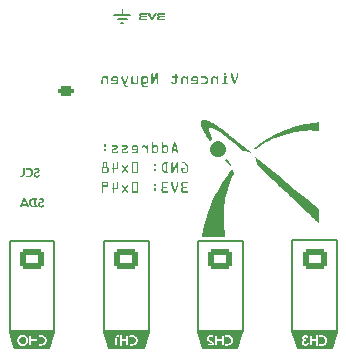
<source format=gbo>
G04 #@! TF.GenerationSoftware,KiCad,Pcbnew,7.0.1*
G04 #@! TF.CreationDate,2023-07-16T12:44:03+02:00*
G04 #@! TF.ProjectId,ADS1115_POTENTIOMETER,41445331-3131-4355-9f50-4f54454e5449,1*
G04 #@! TF.SameCoordinates,Original*
G04 #@! TF.FileFunction,Legend,Bot*
G04 #@! TF.FilePolarity,Positive*
%FSLAX46Y46*%
G04 Gerber Fmt 4.6, Leading zero omitted, Abs format (unit mm)*
G04 Created by KiCad (PCBNEW 7.0.1) date 2023-07-16 12:44:03*
%MOMM*%
%LPD*%
G01*
G04 APERTURE LIST*
G04 Aperture macros list*
%AMRoundRect*
0 Rectangle with rounded corners*
0 $1 Rounding radius*
0 $2 $3 $4 $5 $6 $7 $8 $9 X,Y pos of 4 corners*
0 Add a 4 corners polygon primitive as box body*
4,1,4,$2,$3,$4,$5,$6,$7,$8,$9,$2,$3,0*
0 Add four circle primitives for the rounded corners*
1,1,$1+$1,$2,$3*
1,1,$1+$1,$4,$5*
1,1,$1+$1,$6,$7*
1,1,$1+$1,$8,$9*
0 Add four rect primitives between the rounded corners*
20,1,$1+$1,$2,$3,$4,$5,0*
20,1,$1+$1,$4,$5,$6,$7,0*
20,1,$1+$1,$6,$7,$8,$9,0*
20,1,$1+$1,$8,$9,$2,$3,0*%
G04 Aperture macros list end*
%ADD10C,0.120000*%
%ADD11C,0.150000*%
%ADD12C,0.160000*%
%ADD13C,0.100000*%
%ADD14C,2.200000*%
%ADD15RoundRect,0.250000X-0.725000X0.600000X-0.725000X-0.600000X0.725000X-0.600000X0.725000X0.600000X0*%
%ADD16O,1.950000X1.700000*%
%ADD17R,2.000000X2.000000*%
%ADD18O,2.000000X2.000000*%
%ADD19O,1.700000X1.700000*%
%ADD20RoundRect,0.200000X0.450000X-0.200000X0.450000X0.200000X-0.450000X0.200000X-0.450000X-0.200000X0*%
%ADD21O,1.300000X0.800000*%
G04 APERTURE END LIST*
D10*
X100105292Y-50197160D02*
X100105292Y-49689660D01*
D11*
X90575000Y-69300000D02*
X94375000Y-69300000D01*
X94375000Y-76975000D01*
X90575000Y-76975000D01*
X90575000Y-69300000D01*
X99720292Y-50522160D02*
X100120292Y-50522160D01*
X100195292Y-50847160D02*
X100120292Y-50847160D01*
X100520292Y-50522160D02*
X100120292Y-50522160D01*
X100105292Y-50197160D02*
X100815292Y-50197160D01*
X114500000Y-69275000D02*
X118300000Y-69275000D01*
X118300000Y-76950000D01*
X114500000Y-76950000D01*
X114500000Y-69275000D01*
X100045292Y-50847160D02*
X100120292Y-50847160D01*
X98550000Y-69300000D02*
X102400000Y-69300000D01*
X102400000Y-76975000D01*
X98550000Y-76975000D01*
X98550000Y-69300000D01*
X106500000Y-69300000D02*
X110300000Y-69300000D01*
X110300000Y-76975000D01*
X106500000Y-76975000D01*
X106500000Y-69300000D01*
X99395292Y-50197160D02*
X100105292Y-50197160D01*
D12*
G36*
X109339357Y-55184173D02*
G01*
X109339357Y-55396420D01*
X109574807Y-55988709D01*
X109578729Y-55997875D01*
X109584619Y-56008694D01*
X109591266Y-56017910D01*
X109598667Y-56025524D01*
X109606825Y-56031534D01*
X109615738Y-56035942D01*
X109625406Y-56038747D01*
X109635830Y-56039949D01*
X109638554Y-56040000D01*
X109649614Y-56039187D01*
X109659834Y-56036748D01*
X109669215Y-56032684D01*
X109677755Y-56026994D01*
X109685457Y-56019678D01*
X109692318Y-56010736D01*
X109698341Y-56000169D01*
X109702306Y-55991176D01*
X109703523Y-55987976D01*
X109937508Y-55396420D01*
X109937508Y-55184173D01*
X109936838Y-55174115D01*
X109934364Y-55163119D01*
X109930066Y-55152917D01*
X109923945Y-55143510D01*
X109918457Y-55137278D01*
X109910946Y-55130638D01*
X109901490Y-55124627D01*
X109891285Y-55120486D01*
X109880332Y-55118216D01*
X109872051Y-55117739D01*
X109862167Y-55118425D01*
X109851353Y-55120963D01*
X109841310Y-55125371D01*
X109832039Y-55131649D01*
X109825889Y-55137278D01*
X109819331Y-55144806D01*
X109813396Y-55154326D01*
X109809307Y-55164641D01*
X109807065Y-55175750D01*
X109806594Y-55184173D01*
X109806594Y-55369553D01*
X109638554Y-55793070D01*
X109470515Y-55371018D01*
X109470515Y-55184173D01*
X109469846Y-55174115D01*
X109467371Y-55163119D01*
X109463074Y-55152917D01*
X109456953Y-55143510D01*
X109451464Y-55137278D01*
X109443954Y-55130638D01*
X109434497Y-55124627D01*
X109424292Y-55120486D01*
X109413340Y-55118216D01*
X109405058Y-55117739D01*
X109395092Y-55118425D01*
X109384203Y-55120963D01*
X109374108Y-55125371D01*
X109364808Y-55131649D01*
X109358652Y-55137278D01*
X109352095Y-55144806D01*
X109346159Y-55154326D01*
X109342070Y-55164641D01*
X109339828Y-55175750D01*
X109339357Y-55184173D01*
G37*
G36*
X108855268Y-55055212D02*
G01*
X108794695Y-55055212D01*
X108784729Y-55055908D01*
X108773840Y-55058477D01*
X108763745Y-55062940D01*
X108754445Y-55069297D01*
X108748289Y-55074996D01*
X108741815Y-55082698D01*
X108735955Y-55092400D01*
X108731917Y-55102874D01*
X108729908Y-55112465D01*
X108729238Y-55122623D01*
X108729238Y-55173914D01*
X108729908Y-55184181D01*
X108731917Y-55193916D01*
X108735266Y-55203118D01*
X108739954Y-55211787D01*
X108745982Y-55219925D01*
X108748289Y-55222519D01*
X108755725Y-55229408D01*
X108765139Y-55235644D01*
X108775347Y-55239940D01*
X108786350Y-55242296D01*
X108794695Y-55242791D01*
X108856733Y-55242791D01*
X108866948Y-55242061D01*
X108876528Y-55239871D01*
X108886902Y-55235472D01*
X108895105Y-55230120D01*
X108902672Y-55223307D01*
X108903872Y-55222030D01*
X108910246Y-55213982D01*
X108915264Y-55205590D01*
X108919403Y-55195365D01*
X108921695Y-55184672D01*
X108922190Y-55175136D01*
X108920725Y-55122623D01*
X108920055Y-55112465D01*
X108918046Y-55102874D01*
X108914009Y-55092400D01*
X108908148Y-55082698D01*
X108901674Y-55074996D01*
X108894238Y-55068273D01*
X108884824Y-55062187D01*
X108874616Y-55057994D01*
X108863613Y-55055695D01*
X108855268Y-55055212D01*
G37*
G36*
X108620306Y-56040000D02*
G01*
X108972016Y-56040000D01*
X108981908Y-56039364D01*
X108992753Y-56037017D01*
X109002851Y-56032939D01*
X109012201Y-56027132D01*
X109018422Y-56021926D01*
X109025845Y-56013537D01*
X109031445Y-56004401D01*
X109035222Y-55994517D01*
X109037175Y-55983885D01*
X109037473Y-55977473D01*
X109036561Y-55966604D01*
X109033826Y-55956436D01*
X109029268Y-55946969D01*
X109022887Y-55938204D01*
X109018422Y-55933510D01*
X109010911Y-55927201D01*
X109001455Y-55921491D01*
X108991250Y-55917558D01*
X108980297Y-55915400D01*
X108972016Y-55914947D01*
X108861618Y-55914947D01*
X108861618Y-55492896D01*
X108970795Y-55492896D01*
X108980686Y-55492252D01*
X108991532Y-55489872D01*
X109001630Y-55485740D01*
X109010980Y-55479855D01*
X109017201Y-55474577D01*
X109024624Y-55466236D01*
X109030224Y-55457240D01*
X109034000Y-55447589D01*
X109035954Y-55437284D01*
X109036252Y-55431102D01*
X109035340Y-55420031D01*
X109032605Y-55409684D01*
X109028047Y-55400062D01*
X109021666Y-55391165D01*
X109017201Y-55386406D01*
X109009690Y-55380097D01*
X109000233Y-55374387D01*
X108990029Y-55370454D01*
X108979076Y-55368296D01*
X108970795Y-55367843D01*
X108794695Y-55367843D01*
X108784729Y-55368539D01*
X108773840Y-55371108D01*
X108763745Y-55375571D01*
X108754445Y-55381927D01*
X108748289Y-55387627D01*
X108741815Y-55395312D01*
X108735955Y-55404951D01*
X108731917Y-55415314D01*
X108729703Y-55426402D01*
X108729238Y-55434766D01*
X108729238Y-55914947D01*
X108621771Y-55914947D01*
X108611862Y-55915591D01*
X108600953Y-55917970D01*
X108590745Y-55922103D01*
X108581238Y-55927988D01*
X108574877Y-55933265D01*
X108568071Y-55940326D01*
X108561910Y-55949281D01*
X108557665Y-55959006D01*
X108555338Y-55969503D01*
X108554849Y-55977473D01*
X108555784Y-55988533D01*
X108558589Y-55998845D01*
X108563264Y-56008408D01*
X108569809Y-56017224D01*
X108574388Y-56021926D01*
X108583264Y-56028968D01*
X108592794Y-56034281D01*
X108602979Y-56037864D01*
X108613818Y-56039717D01*
X108620306Y-56040000D01*
G37*
G36*
X107964758Y-55507550D02*
G01*
X108117654Y-55583754D01*
X108117654Y-55970879D01*
X108118341Y-55981146D01*
X108120402Y-55990880D01*
X108123837Y-56000082D01*
X108128645Y-56008752D01*
X108134828Y-56016889D01*
X108137194Y-56019483D01*
X108144696Y-56026455D01*
X108154121Y-56032767D01*
X108164270Y-56037114D01*
X108175145Y-56039499D01*
X108183356Y-56040000D01*
X108194569Y-56039076D01*
X108205128Y-56036306D01*
X108215032Y-56031690D01*
X108224282Y-56025227D01*
X108229273Y-56020704D01*
X108235914Y-56013228D01*
X108241924Y-56003898D01*
X108246065Y-55993914D01*
X108248336Y-55983275D01*
X108248813Y-55975275D01*
X108248813Y-55434033D01*
X108248143Y-55424216D01*
X108245669Y-55413413D01*
X108241371Y-55403312D01*
X108235250Y-55393912D01*
X108229762Y-55387627D01*
X108222326Y-55380903D01*
X108212912Y-55374818D01*
X108202704Y-55370625D01*
X108191701Y-55368326D01*
X108183356Y-55367843D01*
X108172047Y-55368766D01*
X108161417Y-55371536D01*
X108151464Y-55376153D01*
X108142189Y-55382616D01*
X108137194Y-55387138D01*
X108130553Y-55394540D01*
X108124543Y-55403827D01*
X108120402Y-55413814D01*
X108118131Y-55424503D01*
X108117654Y-55432568D01*
X108117654Y-55455771D01*
X108024353Y-55401549D01*
X108013973Y-55395525D01*
X108003348Y-55390094D01*
X107992478Y-55385256D01*
X107981363Y-55381009D01*
X107970003Y-55377356D01*
X107958399Y-55374295D01*
X107946550Y-55371826D01*
X107934457Y-55369950D01*
X107922119Y-55368666D01*
X107909535Y-55367975D01*
X107901011Y-55367843D01*
X107847277Y-55367843D01*
X107833985Y-55368288D01*
X107821037Y-55369621D01*
X107808431Y-55371842D01*
X107796170Y-55374953D01*
X107784251Y-55378952D01*
X107772676Y-55383840D01*
X107761445Y-55389617D01*
X107750557Y-55396282D01*
X107740013Y-55403836D01*
X107729812Y-55412279D01*
X107723202Y-55418401D01*
X107713792Y-55428041D01*
X107705253Y-55438094D01*
X107697586Y-55448558D01*
X107690790Y-55459434D01*
X107684866Y-55470723D01*
X107679814Y-55482424D01*
X107675633Y-55494537D01*
X107672323Y-55507062D01*
X107669885Y-55519999D01*
X107668319Y-55533348D01*
X107667759Y-55542477D01*
X107651883Y-55975031D01*
X107652628Y-55986232D01*
X107655289Y-55996756D01*
X107659867Y-56006602D01*
X107666362Y-56015770D01*
X107670934Y-56020704D01*
X107678453Y-56027262D01*
X107687942Y-56033197D01*
X107698202Y-56037286D01*
X107709233Y-56039528D01*
X107717584Y-56040000D01*
X107728429Y-56039170D01*
X107738735Y-56036680D01*
X107748504Y-56032531D01*
X107757736Y-56026723D01*
X107762769Y-56022658D01*
X107770418Y-56014369D01*
X107776267Y-56004887D01*
X107780316Y-55994213D01*
X107782353Y-55984115D01*
X107783042Y-55975031D01*
X107800139Y-55545652D01*
X107801379Y-55533287D01*
X107804245Y-55522571D01*
X107808737Y-55513504D01*
X107816638Y-55504488D01*
X107827079Y-55498048D01*
X107837261Y-55494750D01*
X107849068Y-55493102D01*
X107855582Y-55492896D01*
X107911758Y-55492896D01*
X107922558Y-55493597D01*
X107933803Y-55495700D01*
X107943795Y-55498620D01*
X107954114Y-55502570D01*
X107964758Y-55507550D01*
G37*
G36*
X106871039Y-56040000D02*
G01*
X107117724Y-56040000D01*
X107130325Y-56039641D01*
X107142574Y-56038566D01*
X107154471Y-56036773D01*
X107166015Y-56034264D01*
X107177208Y-56031037D01*
X107188049Y-56027094D01*
X107198537Y-56022433D01*
X107208674Y-56017056D01*
X107218458Y-56010962D01*
X107227891Y-56004150D01*
X107233984Y-55999211D01*
X107346091Y-55902735D01*
X107356130Y-55893744D01*
X107365182Y-55884174D01*
X107373246Y-55874023D01*
X107380323Y-55863294D01*
X107386413Y-55851984D01*
X107391515Y-55840095D01*
X107395629Y-55827627D01*
X107398756Y-55814579D01*
X107400895Y-55800951D01*
X107402048Y-55786744D01*
X107402267Y-55776950D01*
X107402267Y-55628206D01*
X107402209Y-55614050D01*
X107400936Y-55600251D01*
X107398448Y-55586808D01*
X107394745Y-55573721D01*
X107389827Y-55560990D01*
X107383694Y-55548616D01*
X107376346Y-55536599D01*
X107367783Y-55524937D01*
X107361399Y-55517361D01*
X107354475Y-55509943D01*
X107347012Y-55502683D01*
X107339008Y-55495582D01*
X107237892Y-55409120D01*
X107228258Y-55401744D01*
X107218500Y-55395092D01*
X107208617Y-55389167D01*
X107198610Y-55383967D01*
X107188479Y-55379493D01*
X107178223Y-55375744D01*
X107167842Y-55372721D01*
X107157337Y-55370423D01*
X107146708Y-55368851D01*
X107135954Y-55368004D01*
X107128715Y-55367843D01*
X106869573Y-55367843D01*
X106859690Y-55368487D01*
X106848876Y-55370866D01*
X106838833Y-55374999D01*
X106829562Y-55380884D01*
X106823411Y-55386161D01*
X106815893Y-55394454D01*
X106810221Y-55403519D01*
X106806396Y-55413355D01*
X106804418Y-55423962D01*
X106804116Y-55430369D01*
X106804795Y-55440127D01*
X106807301Y-55450707D01*
X106811653Y-55460423D01*
X106817853Y-55469273D01*
X106823411Y-55475066D01*
X106832132Y-55482013D01*
X106841624Y-55487254D01*
X106851887Y-55490789D01*
X106862922Y-55492617D01*
X106869573Y-55492896D01*
X107117724Y-55492896D01*
X107127784Y-55493949D01*
X107137691Y-55497109D01*
X107147445Y-55502375D01*
X107155855Y-55508711D01*
X107157047Y-55509748D01*
X107249859Y-55589860D01*
X107257663Y-55597913D01*
X107263550Y-55607111D01*
X107267521Y-55617454D01*
X107269398Y-55627231D01*
X107269887Y-55636022D01*
X107269887Y-55778660D01*
X107268689Y-55789187D01*
X107265096Y-55798787D01*
X107259107Y-55807459D01*
X107254744Y-55811877D01*
X107153139Y-55899560D01*
X107145110Y-55905556D01*
X107135982Y-55910079D01*
X107125756Y-55913129D01*
X107114431Y-55914707D01*
X107107466Y-55914947D01*
X106871039Y-55914947D01*
X106859826Y-55915824D01*
X106849267Y-55918453D01*
X106839363Y-55922836D01*
X106830113Y-55928972D01*
X106825121Y-55933265D01*
X106817508Y-55941558D01*
X106811764Y-55950623D01*
X106807891Y-55960459D01*
X106805887Y-55971066D01*
X106805582Y-55977473D01*
X106806505Y-55988533D01*
X106809275Y-55998845D01*
X106813891Y-56008408D01*
X106820355Y-56017224D01*
X106824877Y-56021926D01*
X106833597Y-56028968D01*
X106843089Y-56034281D01*
X106853352Y-56037864D01*
X106864387Y-56039717D01*
X106871039Y-56040000D01*
G37*
G36*
X106344623Y-55367999D02*
G01*
X106355714Y-55368815D01*
X106366616Y-55370331D01*
X106377330Y-55372547D01*
X106387854Y-55375463D01*
X106398189Y-55379079D01*
X106408336Y-55383395D01*
X106418294Y-55388410D01*
X106428062Y-55394125D01*
X106437642Y-55400540D01*
X106447033Y-55407655D01*
X106495149Y-55445024D01*
X106496910Y-55446445D01*
X106505422Y-55454060D01*
X106513444Y-55462521D01*
X106520978Y-55471830D01*
X106526653Y-55479886D01*
X106532014Y-55488484D01*
X106537063Y-55497624D01*
X106541799Y-55507306D01*
X106546035Y-55516953D01*
X106550536Y-55528326D01*
X106554155Y-55538935D01*
X106556890Y-55548781D01*
X106559009Y-55559589D01*
X106559873Y-55570809D01*
X106559873Y-55832882D01*
X106559857Y-55834780D01*
X106559067Y-55846389D01*
X106557503Y-55856352D01*
X106555117Y-55866577D01*
X106551908Y-55877065D01*
X106547876Y-55887815D01*
X106543021Y-55898827D01*
X106540880Y-55903195D01*
X106535227Y-55913597D01*
X106529145Y-55923259D01*
X106522633Y-55932182D01*
X106515692Y-55940366D01*
X106508322Y-55947810D01*
X106500522Y-55954515D01*
X106449231Y-55999211D01*
X106445958Y-56001946D01*
X106437086Y-56008227D01*
X106428104Y-56013499D01*
X106417852Y-56018668D01*
X106408337Y-56022897D01*
X106397940Y-56027055D01*
X106393617Y-56028622D01*
X106382907Y-56032099D01*
X106372341Y-56034943D01*
X106361917Y-56037155D01*
X106351637Y-56038735D01*
X106341500Y-56039683D01*
X106331506Y-56040000D01*
X106027180Y-56040000D01*
X106019238Y-56039552D01*
X106008621Y-56037424D01*
X105998588Y-56033542D01*
X105989140Y-56027907D01*
X105981506Y-56021681D01*
X105976870Y-56016930D01*
X105970243Y-56008083D01*
X105965509Y-55998557D01*
X105962669Y-55988354D01*
X105961723Y-55977473D01*
X105962028Y-55971066D01*
X105964031Y-55960459D01*
X105967905Y-55950623D01*
X105973649Y-55941558D01*
X105981262Y-55933265D01*
X105986254Y-55928972D01*
X105995504Y-55922836D01*
X106005408Y-55918453D01*
X106015966Y-55915824D01*
X106027180Y-55914947D01*
X106323935Y-55914947D01*
X106332364Y-55914226D01*
X106342437Y-55911561D01*
X106352767Y-55906933D01*
X106361826Y-55901403D01*
X106371074Y-55894431D01*
X106404779Y-55864633D01*
X106407530Y-55862159D01*
X106414717Y-55854360D01*
X106420307Y-55845993D01*
X106424300Y-55837060D01*
X106426695Y-55827561D01*
X106427494Y-55817494D01*
X106427494Y-55789895D01*
X106027180Y-55789895D01*
X106019103Y-55789430D01*
X106008358Y-55787216D01*
X105998267Y-55783179D01*
X105988830Y-55777318D01*
X105981262Y-55770844D01*
X105976683Y-55765913D01*
X105970138Y-55756770D01*
X105965463Y-55746973D01*
X105962658Y-55736521D01*
X105961723Y-55725415D01*
X105961723Y-55664842D01*
X106091416Y-55664842D01*
X106426273Y-55664842D01*
X106426273Y-55579846D01*
X106426099Y-55575344D01*
X106424341Y-55565439D01*
X106420013Y-55555151D01*
X106414198Y-55547050D01*
X106406489Y-55539790D01*
X106372539Y-55510237D01*
X106367532Y-55506172D01*
X106358476Y-55500364D01*
X106349046Y-55496215D01*
X106339242Y-55493725D01*
X106329064Y-55492896D01*
X106183984Y-55492896D01*
X106178263Y-55493390D01*
X106168489Y-55496241D01*
X106159311Y-55500814D01*
X106150979Y-55506278D01*
X106142218Y-55513168D01*
X106108757Y-55543698D01*
X106102864Y-55549983D01*
X106097529Y-55558619D01*
X106093854Y-55568657D01*
X106092025Y-55578377D01*
X106091416Y-55589127D01*
X106091416Y-55664842D01*
X105961723Y-55664842D01*
X105961723Y-55588639D01*
X105961771Y-55583367D01*
X105962154Y-55573067D01*
X105962921Y-55563091D01*
X105964791Y-55548736D01*
X105967524Y-55535110D01*
X105971119Y-55522214D01*
X105975578Y-55510048D01*
X105980900Y-55498612D01*
X105987084Y-55487906D01*
X105994132Y-55477930D01*
X106002042Y-55468684D01*
X106010815Y-55460167D01*
X106054046Y-55419867D01*
X106061188Y-55413567D01*
X106072003Y-55404880D01*
X106082943Y-55397107D01*
X106094008Y-55390248D01*
X106105197Y-55384304D01*
X106116511Y-55379274D01*
X106127949Y-55375159D01*
X106139512Y-55371958D01*
X106151199Y-55369672D01*
X106163010Y-55368300D01*
X106174947Y-55367843D01*
X106337124Y-55367843D01*
X106344623Y-55367999D01*
G37*
G36*
X105429517Y-55507550D02*
G01*
X105582413Y-55583754D01*
X105582413Y-55970879D01*
X105583100Y-55981146D01*
X105585161Y-55990880D01*
X105588596Y-56000082D01*
X105593404Y-56008752D01*
X105599587Y-56016889D01*
X105601953Y-56019483D01*
X105609455Y-56026455D01*
X105618880Y-56032767D01*
X105629030Y-56037114D01*
X105639904Y-56039499D01*
X105648115Y-56040000D01*
X105659328Y-56039076D01*
X105669887Y-56036306D01*
X105679791Y-56031690D01*
X105689041Y-56025227D01*
X105694032Y-56020704D01*
X105700673Y-56013228D01*
X105706683Y-56003898D01*
X105710824Y-55993914D01*
X105713095Y-55983275D01*
X105713572Y-55975275D01*
X105713572Y-55434033D01*
X105712902Y-55424216D01*
X105710428Y-55413413D01*
X105706130Y-55403312D01*
X105700009Y-55393912D01*
X105694521Y-55387627D01*
X105687085Y-55380903D01*
X105677672Y-55374818D01*
X105667463Y-55370625D01*
X105656461Y-55368326D01*
X105648115Y-55367843D01*
X105636806Y-55368766D01*
X105626176Y-55371536D01*
X105616223Y-55376153D01*
X105606948Y-55382616D01*
X105601953Y-55387138D01*
X105595313Y-55394540D01*
X105589302Y-55403827D01*
X105585161Y-55413814D01*
X105582891Y-55424503D01*
X105582413Y-55432568D01*
X105582413Y-55455771D01*
X105489113Y-55401549D01*
X105478732Y-55395525D01*
X105468107Y-55390094D01*
X105457237Y-55385256D01*
X105446122Y-55381009D01*
X105434763Y-55377356D01*
X105423159Y-55374295D01*
X105411310Y-55371826D01*
X105399216Y-55369950D01*
X105386878Y-55368666D01*
X105374295Y-55367975D01*
X105365770Y-55367843D01*
X105312037Y-55367843D01*
X105298745Y-55368288D01*
X105285796Y-55369621D01*
X105273191Y-55371842D01*
X105260929Y-55374953D01*
X105249011Y-55378952D01*
X105237436Y-55383840D01*
X105226204Y-55389617D01*
X105215316Y-55396282D01*
X105204772Y-55403836D01*
X105194571Y-55412279D01*
X105187961Y-55418401D01*
X105178551Y-55428041D01*
X105170012Y-55438094D01*
X105162345Y-55448558D01*
X105155550Y-55459434D01*
X105149625Y-55470723D01*
X105144573Y-55482424D01*
X105140392Y-55494537D01*
X105137082Y-55507062D01*
X105134645Y-55519999D01*
X105133078Y-55533348D01*
X105132518Y-55542477D01*
X105116642Y-55975031D01*
X105117387Y-55986232D01*
X105120048Y-55996756D01*
X105124627Y-56006602D01*
X105131121Y-56015770D01*
X105135693Y-56020704D01*
X105143212Y-56027262D01*
X105152701Y-56033197D01*
X105162961Y-56037286D01*
X105173992Y-56039528D01*
X105182344Y-56040000D01*
X105193188Y-56039170D01*
X105203495Y-56036680D01*
X105213264Y-56032531D01*
X105222495Y-56026723D01*
X105227529Y-56022658D01*
X105235177Y-56014369D01*
X105241026Y-56004887D01*
X105245075Y-55994213D01*
X105247113Y-55984115D01*
X105247801Y-55975031D01*
X105264898Y-55545652D01*
X105266138Y-55533287D01*
X105269004Y-55522571D01*
X105273496Y-55513504D01*
X105281397Y-55504488D01*
X105291838Y-55498048D01*
X105302020Y-55494750D01*
X105313827Y-55493102D01*
X105320341Y-55492896D01*
X105376517Y-55492896D01*
X105387318Y-55493597D01*
X105398563Y-55495700D01*
X105408555Y-55498620D01*
X105418873Y-55502570D01*
X105429517Y-55507550D01*
G37*
G36*
X104455233Y-56040000D02*
G01*
X104570760Y-56040000D01*
X104584547Y-56039534D01*
X104597974Y-56038136D01*
X104611040Y-56035807D01*
X104623745Y-56032546D01*
X104636090Y-56028354D01*
X104648074Y-56023230D01*
X104659697Y-56017174D01*
X104670960Y-56010187D01*
X104681862Y-56002268D01*
X104692404Y-55993417D01*
X104699231Y-55986999D01*
X104708834Y-55976829D01*
X104717492Y-55966285D01*
X104725206Y-55955368D01*
X104731975Y-55944077D01*
X104737800Y-55932413D01*
X104742680Y-55920375D01*
X104746615Y-55907964D01*
X104749606Y-55895179D01*
X104751653Y-55882020D01*
X104752755Y-55868489D01*
X104752965Y-55859260D01*
X104752965Y-55492896D01*
X104804256Y-55492896D01*
X104814148Y-55492269D01*
X104824994Y-55489953D01*
X104835091Y-55485931D01*
X104844441Y-55480202D01*
X104850662Y-55475066D01*
X104858085Y-55466833D01*
X104863685Y-55457735D01*
X104867462Y-55447772D01*
X104869415Y-55436945D01*
X104869713Y-55430369D01*
X104868801Y-55419321D01*
X104866066Y-55409045D01*
X104861508Y-55399540D01*
X104855127Y-55390806D01*
X104850662Y-55386161D01*
X104841846Y-55379024D01*
X104832283Y-55373639D01*
X104821971Y-55370008D01*
X104810911Y-55368129D01*
X104804256Y-55367843D01*
X104751744Y-55367843D01*
X104751744Y-55231311D01*
X104751074Y-55221245D01*
X104748599Y-55210217D01*
X104744302Y-55199961D01*
X104738181Y-55190475D01*
X104732693Y-55184173D01*
X104725182Y-55177532D01*
X104715725Y-55171522D01*
X104705521Y-55167381D01*
X104694568Y-55165110D01*
X104686286Y-55164633D01*
X104675252Y-55165580D01*
X104664802Y-55168420D01*
X104654936Y-55173153D01*
X104645654Y-55179780D01*
X104640613Y-55184417D01*
X104633807Y-55192093D01*
X104628409Y-55200285D01*
X104623891Y-55210493D01*
X104621289Y-55221402D01*
X104620585Y-55231311D01*
X104620585Y-55367843D01*
X104396126Y-55367843D01*
X104384913Y-55368731D01*
X104374354Y-55371396D01*
X104364450Y-55375837D01*
X104355200Y-55382055D01*
X104350208Y-55386406D01*
X104342595Y-55394770D01*
X104336851Y-55403837D01*
X104332978Y-55413604D01*
X104330974Y-55424072D01*
X104330669Y-55430369D01*
X104331604Y-55441429D01*
X104334409Y-55451741D01*
X104339084Y-55461304D01*
X104345629Y-55470120D01*
X104350208Y-55474822D01*
X104359084Y-55481864D01*
X104368614Y-55487177D01*
X104378799Y-55490760D01*
X104389638Y-55492613D01*
X104396126Y-55492896D01*
X104622051Y-55492896D01*
X104622051Y-55864389D01*
X104621104Y-55874311D01*
X104617777Y-55884671D01*
X104612808Y-55893166D01*
X104606908Y-55900048D01*
X104598878Y-55906567D01*
X104590177Y-55911222D01*
X104580804Y-55914016D01*
X104570760Y-55914947D01*
X104457919Y-55914947D01*
X104445940Y-55913802D01*
X104435189Y-55910368D01*
X104425666Y-55904643D01*
X104417371Y-55896629D01*
X104411620Y-55888569D01*
X104406655Y-55879043D01*
X104402476Y-55868053D01*
X104398164Y-55857062D01*
X104392798Y-55847536D01*
X104386379Y-55839476D01*
X104378907Y-55832882D01*
X104370381Y-55827752D01*
X104360802Y-55824089D01*
X104350170Y-55821891D01*
X104338485Y-55821158D01*
X104328129Y-55821802D01*
X104318495Y-55823734D01*
X104308167Y-55827616D01*
X104298820Y-55833251D01*
X104291590Y-55839476D01*
X104284357Y-55847828D01*
X104278901Y-55857067D01*
X104275221Y-55867195D01*
X104273318Y-55878212D01*
X104273028Y-55884905D01*
X104273481Y-55894741D01*
X104274839Y-55904554D01*
X104277104Y-55914347D01*
X104280275Y-55924118D01*
X104284351Y-55933867D01*
X104289334Y-55943595D01*
X104295222Y-55953302D01*
X104302016Y-55962987D01*
X104309716Y-55972650D01*
X104318322Y-55982292D01*
X104324563Y-55988709D01*
X104334427Y-55997875D01*
X104344784Y-56006139D01*
X104355636Y-56013502D01*
X104366981Y-56019964D01*
X104378820Y-56025524D01*
X104391152Y-56030182D01*
X104403979Y-56033939D01*
X104417299Y-56036794D01*
X104431113Y-56038747D01*
X104445420Y-56039799D01*
X104455233Y-56040000D01*
G37*
G36*
X102581402Y-55184173D02*
G01*
X102581402Y-56040000D01*
X102749685Y-56040000D01*
X103047173Y-55365889D01*
X103047173Y-55975031D01*
X103047851Y-55984831D01*
X103050357Y-55995570D01*
X103054710Y-56005561D01*
X103060909Y-56014804D01*
X103066468Y-56020949D01*
X103073904Y-56027423D01*
X103083317Y-56033283D01*
X103093525Y-56037320D01*
X103104528Y-56039534D01*
X103112874Y-56040000D01*
X103122766Y-56039330D01*
X103133612Y-56036855D01*
X103143710Y-56032558D01*
X103153060Y-56026437D01*
X103159280Y-56020949D01*
X103165755Y-56013521D01*
X103171615Y-56004139D01*
X103175652Y-55993986D01*
X103177866Y-55983062D01*
X103178331Y-55974787D01*
X103178331Y-55117739D01*
X103012246Y-55117739D01*
X102714026Y-55792093D01*
X102714026Y-55184173D01*
X102713330Y-55174347D01*
X102710760Y-55163512D01*
X102706298Y-55153356D01*
X102699941Y-55143878D01*
X102694242Y-55137522D01*
X102686482Y-55130799D01*
X102678225Y-55125467D01*
X102667962Y-55121004D01*
X102657021Y-55118434D01*
X102647103Y-55117739D01*
X102637137Y-55118425D01*
X102626247Y-55120963D01*
X102616153Y-55125371D01*
X102606853Y-55131649D01*
X102600697Y-55137278D01*
X102594139Y-55144806D01*
X102588204Y-55154326D01*
X102584115Y-55164641D01*
X102581873Y-55175750D01*
X102581402Y-55184173D01*
G37*
G36*
X102116443Y-55368022D02*
G01*
X102129481Y-55368958D01*
X102142192Y-55370698D01*
X102154577Y-55373240D01*
X102166635Y-55376585D01*
X102178368Y-55380733D01*
X102189773Y-55385684D01*
X102200853Y-55391438D01*
X102211607Y-55397995D01*
X102222034Y-55405354D01*
X102232134Y-55413517D01*
X102279517Y-55454061D01*
X102282302Y-55456457D01*
X102290371Y-55464548D01*
X102296767Y-55472327D01*
X102302865Y-55481049D01*
X102308664Y-55490712D01*
X102314166Y-55501318D01*
X102318352Y-55510481D01*
X102322130Y-55520014D01*
X102325405Y-55529685D01*
X102328175Y-55539492D01*
X102330442Y-55549438D01*
X102332205Y-55559520D01*
X102333465Y-55569740D01*
X102334220Y-55580098D01*
X102334472Y-55590593D01*
X102334472Y-55780614D01*
X102334409Y-55784954D01*
X102333701Y-55795846D01*
X102332205Y-55806797D01*
X102329923Y-55817808D01*
X102326853Y-55828879D01*
X102322996Y-55840010D01*
X102318352Y-55851200D01*
X102313089Y-55861932D01*
X102307528Y-55871841D01*
X102301669Y-55880928D01*
X102295512Y-55889191D01*
X102287729Y-55898021D01*
X102279517Y-55905666D01*
X102236286Y-55944012D01*
X102229086Y-55949957D01*
X102218074Y-55958155D01*
X102206809Y-55965490D01*
X102195291Y-55971962D01*
X102183520Y-55977572D01*
X102171495Y-55982318D01*
X102159216Y-55986201D01*
X102146685Y-55989222D01*
X102133900Y-55991379D01*
X102120862Y-55992673D01*
X102107571Y-55993105D01*
X102019155Y-55993105D01*
X102009180Y-55992841D01*
X101999283Y-55992048D01*
X101989465Y-55990726D01*
X101979725Y-55988876D01*
X101970063Y-55986498D01*
X101960479Y-55983591D01*
X101950974Y-55980155D01*
X101941546Y-55976191D01*
X101932197Y-55971698D01*
X101922927Y-55966677D01*
X101913734Y-55961127D01*
X101904620Y-55955049D01*
X101895584Y-55948442D01*
X101886626Y-55941306D01*
X101877747Y-55933642D01*
X101868945Y-55925450D01*
X101868945Y-56082498D01*
X101869546Y-56090000D01*
X101872702Y-56100190D01*
X101878562Y-56109105D01*
X101886042Y-56115959D01*
X101925365Y-56149909D01*
X101934295Y-56156534D01*
X101943500Y-56161266D01*
X101952980Y-56164105D01*
X101962735Y-56165052D01*
X102212839Y-56165052D01*
X102219495Y-56165330D01*
X102230554Y-56167159D01*
X102240866Y-56170693D01*
X102250430Y-56175934D01*
X102259245Y-56182882D01*
X102263710Y-56187530D01*
X102270092Y-56196289D01*
X102274650Y-56205842D01*
X102277385Y-56216191D01*
X102278296Y-56227334D01*
X102277999Y-56233909D01*
X102276045Y-56244737D01*
X102272268Y-56254699D01*
X102266668Y-56263797D01*
X102259245Y-56272030D01*
X102253025Y-56277237D01*
X102243675Y-56283044D01*
X102233577Y-56287121D01*
X102222731Y-56289469D01*
X102212839Y-56290104D01*
X101962735Y-56290104D01*
X101951497Y-56289675D01*
X101939951Y-56288387D01*
X101930093Y-56286658D01*
X101920021Y-56284332D01*
X101909733Y-56281410D01*
X101899231Y-56277892D01*
X101890923Y-56274824D01*
X101881214Y-56270774D01*
X101872257Y-56266485D01*
X101862500Y-56261024D01*
X101853824Y-56255219D01*
X101846231Y-56249071D01*
X101799580Y-56208771D01*
X101795779Y-56205345D01*
X101788537Y-56198364D01*
X101781778Y-56191208D01*
X101772546Y-56180149D01*
X101764399Y-56168699D01*
X101757339Y-56156859D01*
X101751365Y-56144628D01*
X101746477Y-56132007D01*
X101742675Y-56118994D01*
X101739959Y-56105591D01*
X101738330Y-56091797D01*
X101737787Y-56077613D01*
X101737787Y-55724926D01*
X101868945Y-55724926D01*
X101869019Y-55727715D01*
X101870782Y-55738469D01*
X101874896Y-55748582D01*
X101880424Y-55756906D01*
X101887752Y-55764738D01*
X101978855Y-55848025D01*
X101981645Y-55850450D01*
X101989800Y-55856787D01*
X101998901Y-55862400D01*
X102008758Y-55866468D01*
X102019155Y-55868053D01*
X102113188Y-55868053D01*
X102118431Y-55867725D01*
X102128773Y-55865101D01*
X102137918Y-55860496D01*
X102145917Y-55854619D01*
X102183286Y-55819937D01*
X102185741Y-55817609D01*
X102193085Y-55809341D01*
X102198490Y-55800886D01*
X102202291Y-55790994D01*
X102203558Y-55780858D01*
X102203558Y-55583754D01*
X102203279Y-55577274D01*
X102201451Y-55566779D01*
X102197917Y-55557358D01*
X102192676Y-55549014D01*
X102185728Y-55541744D01*
X102149825Y-55511458D01*
X102144550Y-55507107D01*
X102135211Y-55500890D01*
X102125730Y-55496448D01*
X102116110Y-55493784D01*
X102106349Y-55492896D01*
X102028680Y-55492896D01*
X102022223Y-55493166D01*
X102011584Y-55494945D01*
X102001787Y-55498382D01*
X101992831Y-55503480D01*
X101984716Y-55510237D01*
X101890194Y-55594989D01*
X101884073Y-55600999D01*
X101877246Y-55610113D01*
X101872452Y-55620046D01*
X101869692Y-55630796D01*
X101868945Y-55640662D01*
X101868945Y-55724926D01*
X101737787Y-55724926D01*
X101737787Y-55433056D01*
X101738270Y-55424716D01*
X101740569Y-55413742D01*
X101744761Y-55403585D01*
X101750847Y-55394247D01*
X101757571Y-55386894D01*
X101763938Y-55381406D01*
X101773473Y-55375285D01*
X101783733Y-55370987D01*
X101794717Y-55368513D01*
X101804709Y-55367843D01*
X101812786Y-55368308D01*
X101823531Y-55370522D01*
X101833623Y-55374559D01*
X101843059Y-55380420D01*
X101850627Y-55386894D01*
X101855207Y-55391714D01*
X101861752Y-55400718D01*
X101866426Y-55410447D01*
X101869231Y-55420901D01*
X101870166Y-55432079D01*
X101869922Y-55436475D01*
X101895812Y-55415471D01*
X101903098Y-55409703D01*
X101914217Y-55401750D01*
X101925564Y-55394634D01*
X101937138Y-55388355D01*
X101948940Y-55382913D01*
X101960969Y-55378308D01*
X101973225Y-55374541D01*
X101985710Y-55371611D01*
X101998422Y-55369518D01*
X102011361Y-55368262D01*
X102024528Y-55367843D01*
X102107571Y-55367843D01*
X102116443Y-55368022D01*
G37*
G36*
X101208268Y-55914947D02*
G01*
X101019713Y-55808702D01*
X101019713Y-55436720D01*
X101019043Y-55426461D01*
X101017034Y-55416753D01*
X101012997Y-55406121D01*
X101008085Y-55397603D01*
X101001834Y-55389634D01*
X101000662Y-55388360D01*
X100993226Y-55381387D01*
X100983813Y-55375076D01*
X100973604Y-55370728D01*
X100962602Y-55368344D01*
X100954256Y-55367843D01*
X100944207Y-55368539D01*
X100933242Y-55371108D01*
X100923096Y-55375571D01*
X100913768Y-55381927D01*
X100907605Y-55387627D01*
X100901131Y-55395212D01*
X100895271Y-55404712D01*
X100891233Y-55414913D01*
X100889020Y-55425816D01*
X100888554Y-55434033D01*
X100888554Y-55975275D01*
X100889489Y-55986382D01*
X100892294Y-55996833D01*
X100896969Y-56006631D01*
X100903514Y-56015774D01*
X100908094Y-56020704D01*
X100915670Y-56027262D01*
X100925139Y-56033197D01*
X100935285Y-56037286D01*
X100946109Y-56039528D01*
X100954256Y-56040000D01*
X100965564Y-56039018D01*
X100976195Y-56036073D01*
X100986147Y-56031164D01*
X100994139Y-56025394D01*
X101000418Y-56019483D01*
X101006975Y-56011523D01*
X101012176Y-56003031D01*
X101016020Y-55994006D01*
X101018507Y-55984450D01*
X101019637Y-55974360D01*
X101019713Y-55970879D01*
X101019713Y-55937662D01*
X101107885Y-55998478D01*
X101119307Y-56005899D01*
X101130768Y-56012589D01*
X101142268Y-56018550D01*
X101153806Y-56023780D01*
X101165383Y-56028281D01*
X101176999Y-56032052D01*
X101188653Y-56035093D01*
X101200346Y-56037404D01*
X101212077Y-56038986D01*
X101223847Y-56039837D01*
X101231716Y-56040000D01*
X101285205Y-56040000D01*
X101298896Y-56039551D01*
X101312218Y-56038205D01*
X101325171Y-56035962D01*
X101337755Y-56032821D01*
X101349970Y-56028783D01*
X101361815Y-56023848D01*
X101373291Y-56018015D01*
X101384398Y-56011286D01*
X101395136Y-56003659D01*
X101405504Y-55995134D01*
X101412211Y-55988953D01*
X101421715Y-55979136D01*
X101430352Y-55968920D01*
X101438121Y-55958305D01*
X101445024Y-55947290D01*
X101451059Y-55935876D01*
X101456226Y-55924063D01*
X101460527Y-55911851D01*
X101463960Y-55899239D01*
X101466526Y-55886228D01*
X101468225Y-55872818D01*
X101468875Y-55863656D01*
X101485484Y-55433056D01*
X101485108Y-55422033D01*
X101482699Y-55411618D01*
X101478256Y-55401811D01*
X101471780Y-55392611D01*
X101467166Y-55387627D01*
X101459406Y-55380903D01*
X101451149Y-55375571D01*
X101440886Y-55371108D01*
X101429944Y-55368539D01*
X101420027Y-55367843D01*
X101408742Y-55368778D01*
X101398181Y-55371583D01*
X101388346Y-55376258D01*
X101379235Y-55382803D01*
X101374353Y-55387383D01*
X101367770Y-55394950D01*
X101361740Y-55404387D01*
X101357485Y-55414478D01*
X101355008Y-55425224D01*
X101354326Y-55433300D01*
X101339183Y-55860481D01*
X101338338Y-55870215D01*
X101335583Y-55881704D01*
X101330965Y-55891491D01*
X101324485Y-55899575D01*
X101316143Y-55905958D01*
X101305938Y-55910639D01*
X101293871Y-55913617D01*
X101283598Y-55914734D01*
X101276168Y-55914947D01*
X101208268Y-55914947D01*
G37*
G36*
X100044940Y-55548094D02*
G01*
X100356838Y-56247362D01*
X100361707Y-56257379D01*
X100367401Y-56266062D01*
X100373920Y-56273408D01*
X100383227Y-56280713D01*
X100393821Y-56285930D01*
X100403225Y-56288602D01*
X100413453Y-56289937D01*
X100418875Y-56290104D01*
X100578855Y-56290104D01*
X100588746Y-56289469D01*
X100599592Y-56287121D01*
X100609690Y-56283044D01*
X100619040Y-56277237D01*
X100625261Y-56272030D01*
X100632684Y-56263797D01*
X100638284Y-56254699D01*
X100642060Y-56244737D01*
X100644014Y-56233909D01*
X100644312Y-56227334D01*
X100643400Y-56216191D01*
X100640665Y-56205842D01*
X100636107Y-56196289D01*
X100629726Y-56187530D01*
X100625261Y-56182882D01*
X100616445Y-56175934D01*
X100606881Y-56170693D01*
X100596570Y-56167159D01*
X100585510Y-56165330D01*
X100578855Y-56165052D01*
X100460397Y-56165052D01*
X100387857Y-55993105D01*
X100404465Y-55993105D01*
X100415124Y-55992399D01*
X100424997Y-55990281D01*
X100436232Y-55985648D01*
X100446239Y-55978808D01*
X100453360Y-55971748D01*
X100459696Y-55963276D01*
X100465244Y-55953392D01*
X100467724Y-55947920D01*
X100641625Y-55548094D01*
X100641625Y-55434033D01*
X100640972Y-55423975D01*
X100638561Y-55412979D01*
X100634374Y-55402778D01*
X100628410Y-55393371D01*
X100623062Y-55387138D01*
X100615735Y-55380581D01*
X100606492Y-55374645D01*
X100596501Y-55370557D01*
X100585762Y-55368314D01*
X100577633Y-55367843D01*
X100567641Y-55368530D01*
X100556657Y-55371068D01*
X100546397Y-55375476D01*
X100536862Y-55381754D01*
X100530494Y-55387383D01*
X100523771Y-55394910D01*
X100517685Y-55404430D01*
X100513493Y-55414745D01*
X100511194Y-55425855D01*
X100510711Y-55434277D01*
X100510711Y-55520006D01*
X100361478Y-55868053D01*
X100331192Y-55868053D01*
X100177319Y-55521960D01*
X100177319Y-55434033D01*
X100176373Y-55422892D01*
X100173533Y-55412334D01*
X100168799Y-55402362D01*
X100163235Y-55394279D01*
X100157536Y-55387871D01*
X100149851Y-55381065D01*
X100141633Y-55375667D01*
X100131373Y-55371149D01*
X100120389Y-55368547D01*
X100110397Y-55367843D01*
X100099184Y-55368778D01*
X100088625Y-55371583D01*
X100078721Y-55376258D01*
X100069471Y-55382803D01*
X100064479Y-55387383D01*
X100057839Y-55394959D01*
X100051828Y-55404427D01*
X100047687Y-55414574D01*
X100045417Y-55425398D01*
X100044940Y-55433545D01*
X100044940Y-55548094D01*
G37*
G36*
X99583981Y-55367999D02*
G01*
X99595072Y-55368815D01*
X99605974Y-55370331D01*
X99616688Y-55372547D01*
X99627212Y-55375463D01*
X99637547Y-55379079D01*
X99647694Y-55383395D01*
X99657652Y-55388410D01*
X99667420Y-55394125D01*
X99677000Y-55400540D01*
X99686391Y-55407655D01*
X99734507Y-55445024D01*
X99736268Y-55446445D01*
X99744780Y-55454060D01*
X99752802Y-55462521D01*
X99760336Y-55471830D01*
X99766011Y-55479886D01*
X99771372Y-55488484D01*
X99776421Y-55497624D01*
X99781157Y-55507306D01*
X99785393Y-55516953D01*
X99789894Y-55528326D01*
X99793513Y-55538935D01*
X99796248Y-55548781D01*
X99798366Y-55559589D01*
X99799231Y-55570809D01*
X99799231Y-55832882D01*
X99799215Y-55834780D01*
X99798425Y-55846389D01*
X99796861Y-55856352D01*
X99794475Y-55866577D01*
X99791266Y-55877065D01*
X99787234Y-55887815D01*
X99782379Y-55898827D01*
X99780238Y-55903195D01*
X99774585Y-55913597D01*
X99768503Y-55923259D01*
X99761991Y-55932182D01*
X99755050Y-55940366D01*
X99747680Y-55947810D01*
X99739880Y-55954515D01*
X99688589Y-55999211D01*
X99685316Y-56001946D01*
X99676444Y-56008227D01*
X99667462Y-56013499D01*
X99657210Y-56018668D01*
X99647695Y-56022897D01*
X99637298Y-56027055D01*
X99632974Y-56028622D01*
X99622265Y-56032099D01*
X99611699Y-56034943D01*
X99601275Y-56037155D01*
X99590995Y-56038735D01*
X99580858Y-56039683D01*
X99570864Y-56040000D01*
X99266538Y-56040000D01*
X99258596Y-56039552D01*
X99247979Y-56037424D01*
X99237946Y-56033542D01*
X99228498Y-56027907D01*
X99220864Y-56021681D01*
X99216228Y-56016930D01*
X99209601Y-56008083D01*
X99204867Y-55998557D01*
X99202027Y-55988354D01*
X99201081Y-55977473D01*
X99201386Y-55971066D01*
X99203389Y-55960459D01*
X99207263Y-55950623D01*
X99213007Y-55941558D01*
X99220620Y-55933265D01*
X99225612Y-55928972D01*
X99234862Y-55922836D01*
X99244766Y-55918453D01*
X99255324Y-55915824D01*
X99266538Y-55914947D01*
X99563293Y-55914947D01*
X99571722Y-55914226D01*
X99581795Y-55911561D01*
X99592125Y-55906933D01*
X99601184Y-55901403D01*
X99610432Y-55894431D01*
X99644137Y-55864633D01*
X99646888Y-55862159D01*
X99654075Y-55854360D01*
X99659665Y-55845993D01*
X99663658Y-55837060D01*
X99666053Y-55827561D01*
X99666852Y-55817494D01*
X99666852Y-55789895D01*
X99266538Y-55789895D01*
X99258461Y-55789430D01*
X99247716Y-55787216D01*
X99237625Y-55783179D01*
X99228188Y-55777318D01*
X99220620Y-55770844D01*
X99216041Y-55765913D01*
X99209496Y-55756770D01*
X99204821Y-55746973D01*
X99202016Y-55736521D01*
X99201081Y-55725415D01*
X99201081Y-55664842D01*
X99330774Y-55664842D01*
X99665631Y-55664842D01*
X99665631Y-55579846D01*
X99665457Y-55575344D01*
X99663699Y-55565439D01*
X99659371Y-55555151D01*
X99653556Y-55547050D01*
X99645847Y-55539790D01*
X99611897Y-55510237D01*
X99606890Y-55506172D01*
X99597834Y-55500364D01*
X99588404Y-55496215D01*
X99578600Y-55493725D01*
X99568422Y-55492896D01*
X99423342Y-55492896D01*
X99417621Y-55493390D01*
X99407847Y-55496241D01*
X99398669Y-55500814D01*
X99390337Y-55506278D01*
X99381576Y-55513168D01*
X99348115Y-55543698D01*
X99342222Y-55549983D01*
X99336887Y-55558619D01*
X99333212Y-55568657D01*
X99331383Y-55578377D01*
X99330774Y-55589127D01*
X99330774Y-55664842D01*
X99201081Y-55664842D01*
X99201081Y-55588639D01*
X99201129Y-55583367D01*
X99201512Y-55573067D01*
X99202279Y-55563091D01*
X99204149Y-55548736D01*
X99206882Y-55535110D01*
X99210477Y-55522214D01*
X99214936Y-55510048D01*
X99220258Y-55498612D01*
X99226442Y-55487906D01*
X99233490Y-55477930D01*
X99241400Y-55468684D01*
X99250173Y-55460167D01*
X99293404Y-55419867D01*
X99300546Y-55413567D01*
X99311361Y-55404880D01*
X99322301Y-55397107D01*
X99333366Y-55390248D01*
X99344555Y-55384304D01*
X99355869Y-55379274D01*
X99367307Y-55375159D01*
X99378870Y-55371958D01*
X99390557Y-55369672D01*
X99402368Y-55368300D01*
X99414305Y-55367843D01*
X99576482Y-55367843D01*
X99583981Y-55367999D01*
G37*
G36*
X98668875Y-55507550D02*
G01*
X98821771Y-55583754D01*
X98821771Y-55970879D01*
X98822458Y-55981146D01*
X98824519Y-55990880D01*
X98827954Y-56000082D01*
X98832762Y-56008752D01*
X98838945Y-56016889D01*
X98841311Y-56019483D01*
X98848813Y-56026455D01*
X98858238Y-56032767D01*
X98868388Y-56037114D01*
X98879262Y-56039499D01*
X98887473Y-56040000D01*
X98898686Y-56039076D01*
X98909245Y-56036306D01*
X98919149Y-56031690D01*
X98928399Y-56025227D01*
X98933390Y-56020704D01*
X98940031Y-56013228D01*
X98946041Y-56003898D01*
X98950182Y-55993914D01*
X98952453Y-55983275D01*
X98952930Y-55975275D01*
X98952930Y-55434033D01*
X98952260Y-55424216D01*
X98949786Y-55413413D01*
X98945488Y-55403312D01*
X98939367Y-55393912D01*
X98933879Y-55387627D01*
X98926443Y-55380903D01*
X98917030Y-55374818D01*
X98906821Y-55370625D01*
X98895819Y-55368326D01*
X98887473Y-55367843D01*
X98876164Y-55368766D01*
X98865534Y-55371536D01*
X98855581Y-55376153D01*
X98846306Y-55382616D01*
X98841311Y-55387138D01*
X98834671Y-55394540D01*
X98828660Y-55403827D01*
X98824519Y-55413814D01*
X98822249Y-55424503D01*
X98821771Y-55432568D01*
X98821771Y-55455771D01*
X98728471Y-55401549D01*
X98718090Y-55395525D01*
X98707465Y-55390094D01*
X98696595Y-55385256D01*
X98685480Y-55381009D01*
X98674121Y-55377356D01*
X98662517Y-55374295D01*
X98650668Y-55371826D01*
X98638574Y-55369950D01*
X98626236Y-55368666D01*
X98613653Y-55367975D01*
X98605128Y-55367843D01*
X98551395Y-55367843D01*
X98538103Y-55368288D01*
X98525154Y-55369621D01*
X98512549Y-55371842D01*
X98500287Y-55374953D01*
X98488369Y-55378952D01*
X98476794Y-55383840D01*
X98465562Y-55389617D01*
X98454674Y-55396282D01*
X98444130Y-55403836D01*
X98433929Y-55412279D01*
X98427319Y-55418401D01*
X98417909Y-55428041D01*
X98409370Y-55438094D01*
X98401703Y-55448558D01*
X98394908Y-55459434D01*
X98388983Y-55470723D01*
X98383931Y-55482424D01*
X98379750Y-55494537D01*
X98376440Y-55507062D01*
X98374003Y-55519999D01*
X98372436Y-55533348D01*
X98371876Y-55542477D01*
X98356000Y-55975031D01*
X98356745Y-55986232D01*
X98359406Y-55996756D01*
X98363985Y-56006602D01*
X98370479Y-56015770D01*
X98375051Y-56020704D01*
X98382570Y-56027262D01*
X98392059Y-56033197D01*
X98402319Y-56037286D01*
X98413350Y-56039528D01*
X98421702Y-56040000D01*
X98432546Y-56039170D01*
X98442853Y-56036680D01*
X98452622Y-56032531D01*
X98461853Y-56026723D01*
X98466887Y-56022658D01*
X98474535Y-56014369D01*
X98480384Y-56004887D01*
X98484433Y-55994213D01*
X98486471Y-55984115D01*
X98487159Y-55975031D01*
X98504256Y-55545652D01*
X98505496Y-55533287D01*
X98508362Y-55522571D01*
X98512854Y-55513504D01*
X98520755Y-55504488D01*
X98531196Y-55498048D01*
X98541378Y-55494750D01*
X98553185Y-55493102D01*
X98559699Y-55492896D01*
X98615875Y-55492896D01*
X98626676Y-55493597D01*
X98637921Y-55495700D01*
X98647913Y-55498620D01*
X98658231Y-55502570D01*
X98668875Y-55507550D01*
G37*
D13*
G36*
X103288085Y-50648365D02*
G01*
X103275486Y-50648153D01*
X103263241Y-50647523D01*
X103251353Y-50646479D01*
X103239824Y-50645028D01*
X103228658Y-50643175D01*
X103217858Y-50640926D01*
X103207427Y-50638287D01*
X103197367Y-50635264D01*
X103187682Y-50631862D01*
X103178376Y-50628087D01*
X103169450Y-50623945D01*
X103160909Y-50619441D01*
X103152754Y-50614582D01*
X103144990Y-50609373D01*
X103137618Y-50603820D01*
X103130643Y-50597928D01*
X103124067Y-50591704D01*
X103117894Y-50585153D01*
X103112125Y-50578281D01*
X103106765Y-50571094D01*
X103101817Y-50563597D01*
X103097282Y-50555797D01*
X103093165Y-50547698D01*
X103089469Y-50539307D01*
X103086196Y-50530630D01*
X103083350Y-50521671D01*
X103080933Y-50512438D01*
X103078949Y-50502936D01*
X103077400Y-50493170D01*
X103076290Y-50483146D01*
X103075622Y-50472871D01*
X103075399Y-50462349D01*
X103075507Y-50455176D01*
X103075830Y-50448147D01*
X103076362Y-50441265D01*
X103078038Y-50427953D01*
X103080502Y-50415256D01*
X103083718Y-50403196D01*
X103087653Y-50391790D01*
X103092270Y-50381058D01*
X103097537Y-50371018D01*
X103103418Y-50361690D01*
X103109879Y-50353093D01*
X103116885Y-50345246D01*
X103124402Y-50338168D01*
X103132394Y-50331878D01*
X103140829Y-50326394D01*
X103149670Y-50321737D01*
X103158883Y-50317924D01*
X103163619Y-50316341D01*
X103155388Y-50312660D01*
X103147626Y-50308238D01*
X103140342Y-50303097D01*
X103133544Y-50297262D01*
X103127242Y-50290755D01*
X103121442Y-50283601D01*
X103116155Y-50275822D01*
X103111388Y-50267443D01*
X103107150Y-50258487D01*
X103103449Y-50248978D01*
X103100294Y-50238939D01*
X103097694Y-50228393D01*
X103095657Y-50217364D01*
X103094191Y-50205876D01*
X103093306Y-50193952D01*
X103093009Y-50181616D01*
X103093168Y-50172756D01*
X103093649Y-50164037D01*
X103094456Y-50155469D01*
X103095596Y-50147061D01*
X103097073Y-50138821D01*
X103098891Y-50130760D01*
X103101058Y-50122886D01*
X103103577Y-50115208D01*
X103106453Y-50107736D01*
X103109692Y-50100479D01*
X103113299Y-50093445D01*
X103117280Y-50086645D01*
X103121638Y-50080087D01*
X103126380Y-50073781D01*
X103131510Y-50067735D01*
X103137033Y-50061959D01*
X103142956Y-50056462D01*
X103149282Y-50051253D01*
X103156017Y-50046342D01*
X103163166Y-50041737D01*
X103170735Y-50037447D01*
X103178728Y-50033483D01*
X103187150Y-50029853D01*
X103196007Y-50026565D01*
X103205304Y-50023631D01*
X103215046Y-50021057D01*
X103225238Y-50018855D01*
X103235885Y-50017032D01*
X103246992Y-50015599D01*
X103258565Y-50014563D01*
X103270608Y-50013935D01*
X103283127Y-50013724D01*
X103748678Y-50013724D01*
X103748678Y-50172555D01*
X103305695Y-50172555D01*
X103297766Y-50172977D01*
X103290531Y-50174235D01*
X103284010Y-50176319D01*
X103276457Y-50180363D01*
X103270249Y-50185829D01*
X103265430Y-50192691D01*
X103262046Y-50200922D01*
X103260474Y-50207980D01*
X103259753Y-50215782D01*
X103259704Y-50218546D01*
X103260138Y-50226615D01*
X103261429Y-50233979D01*
X103263556Y-50240620D01*
X103267663Y-50248314D01*
X103273182Y-50254639D01*
X103280068Y-50259551D01*
X103288277Y-50263003D01*
X103295276Y-50264606D01*
X103302976Y-50265342D01*
X103305695Y-50265392D01*
X103741840Y-50265392D01*
X103741840Y-50396697D01*
X103295950Y-50396697D01*
X103287449Y-50397165D01*
X103279661Y-50398551D01*
X103272612Y-50400824D01*
X103266329Y-50403955D01*
X103259191Y-50409413D01*
X103253528Y-50416273D01*
X103250287Y-50422297D01*
X103247938Y-50429040D01*
X103246509Y-50436474D01*
X103246027Y-50444568D01*
X103246509Y-50452175D01*
X103247938Y-50459114D01*
X103251269Y-50467299D01*
X103256171Y-50474225D01*
X103262580Y-50479849D01*
X103270431Y-50484130D01*
X103277228Y-50486434D01*
X103284773Y-50487940D01*
X103293039Y-50488632D01*
X103295950Y-50488679D01*
X103748678Y-50488679D01*
X103748678Y-50648365D01*
X103288085Y-50648365D01*
G37*
G36*
X102644212Y-50648365D02*
G01*
X102635044Y-50647954D01*
X102626294Y-50646722D01*
X102617968Y-50644669D01*
X102610069Y-50641792D01*
X102602601Y-50638091D01*
X102595570Y-50633566D01*
X102588979Y-50628215D01*
X102582831Y-50622038D01*
X102577133Y-50615033D01*
X102571887Y-50607201D01*
X102568644Y-50601519D01*
X102242433Y-50013724D01*
X102435458Y-50013724D01*
X102663874Y-50443371D01*
X102892119Y-50013724D01*
X103085144Y-50013724D01*
X102759788Y-50601519D01*
X102754865Y-50609904D01*
X102749434Y-50617460D01*
X102743511Y-50624189D01*
X102737110Y-50630090D01*
X102730247Y-50635166D01*
X102722937Y-50639416D01*
X102715196Y-50642842D01*
X102707038Y-50645445D01*
X102698480Y-50647224D01*
X102689535Y-50648182D01*
X102683364Y-50648365D01*
X102644212Y-50648365D01*
G37*
G36*
X101743884Y-50648365D02*
G01*
X101731285Y-50648153D01*
X101719040Y-50647523D01*
X101707152Y-50646479D01*
X101695623Y-50645028D01*
X101684457Y-50643175D01*
X101673657Y-50640926D01*
X101663226Y-50638287D01*
X101653166Y-50635264D01*
X101643482Y-50631862D01*
X101634175Y-50628087D01*
X101625249Y-50623945D01*
X101616708Y-50619441D01*
X101608553Y-50614582D01*
X101600789Y-50609373D01*
X101593417Y-50603820D01*
X101586442Y-50597928D01*
X101579866Y-50591704D01*
X101573693Y-50585153D01*
X101567924Y-50578281D01*
X101562564Y-50571094D01*
X101557616Y-50563597D01*
X101553081Y-50555797D01*
X101548964Y-50547698D01*
X101545268Y-50539307D01*
X101541995Y-50530630D01*
X101539149Y-50521671D01*
X101536732Y-50512438D01*
X101534748Y-50502936D01*
X101533199Y-50493170D01*
X101532089Y-50483146D01*
X101531421Y-50472871D01*
X101531198Y-50462349D01*
X101531306Y-50455176D01*
X101531629Y-50448147D01*
X101532161Y-50441265D01*
X101533838Y-50427953D01*
X101536301Y-50415256D01*
X101539517Y-50403196D01*
X101543452Y-50391790D01*
X101548070Y-50381058D01*
X101553336Y-50371018D01*
X101559217Y-50361690D01*
X101565678Y-50353093D01*
X101572684Y-50345246D01*
X101580201Y-50338168D01*
X101588193Y-50331878D01*
X101596628Y-50326394D01*
X101605469Y-50321737D01*
X101614683Y-50317924D01*
X101619418Y-50316341D01*
X101611187Y-50312660D01*
X101603425Y-50308238D01*
X101596141Y-50303097D01*
X101589343Y-50297262D01*
X101583041Y-50290755D01*
X101577241Y-50283601D01*
X101571954Y-50275822D01*
X101567187Y-50267443D01*
X101562949Y-50258487D01*
X101559248Y-50248978D01*
X101556093Y-50238939D01*
X101553493Y-50228393D01*
X101551456Y-50217364D01*
X101549990Y-50205876D01*
X101549105Y-50193952D01*
X101548808Y-50181616D01*
X101548967Y-50172756D01*
X101549448Y-50164037D01*
X101550255Y-50155469D01*
X101551395Y-50147061D01*
X101552872Y-50138821D01*
X101554691Y-50130760D01*
X101556857Y-50122886D01*
X101559376Y-50115208D01*
X101562252Y-50107736D01*
X101565491Y-50100479D01*
X101569098Y-50093445D01*
X101573079Y-50086645D01*
X101577437Y-50080087D01*
X101582179Y-50073781D01*
X101587309Y-50067735D01*
X101592832Y-50061959D01*
X101598755Y-50056462D01*
X101605081Y-50051253D01*
X101611816Y-50046342D01*
X101618965Y-50041737D01*
X101626534Y-50037447D01*
X101634527Y-50033483D01*
X101642949Y-50029853D01*
X101651806Y-50026565D01*
X101661103Y-50023631D01*
X101670845Y-50021057D01*
X101681037Y-50018855D01*
X101691684Y-50017032D01*
X101702791Y-50015599D01*
X101714364Y-50014563D01*
X101726407Y-50013935D01*
X101738926Y-50013724D01*
X102204478Y-50013724D01*
X102204478Y-50172555D01*
X101761494Y-50172555D01*
X101753565Y-50172977D01*
X101746330Y-50174235D01*
X101739809Y-50176319D01*
X101732256Y-50180363D01*
X101726048Y-50185829D01*
X101721229Y-50192691D01*
X101717845Y-50200922D01*
X101716273Y-50207980D01*
X101715552Y-50215782D01*
X101715503Y-50218546D01*
X101715938Y-50226615D01*
X101717228Y-50233979D01*
X101719355Y-50240620D01*
X101723462Y-50248314D01*
X101728981Y-50254639D01*
X101735867Y-50259551D01*
X101744076Y-50263003D01*
X101751075Y-50264606D01*
X101758775Y-50265342D01*
X101761494Y-50265392D01*
X102197639Y-50265392D01*
X102197639Y-50396697D01*
X101751749Y-50396697D01*
X101743248Y-50397165D01*
X101735460Y-50398551D01*
X101728411Y-50400824D01*
X101722128Y-50403955D01*
X101714990Y-50409413D01*
X101709327Y-50416273D01*
X101706086Y-50422297D01*
X101703737Y-50429040D01*
X101702308Y-50436474D01*
X101701826Y-50444568D01*
X101702308Y-50452175D01*
X101703737Y-50459114D01*
X101707068Y-50467299D01*
X101711970Y-50474225D01*
X101718379Y-50479849D01*
X101726230Y-50484130D01*
X101733027Y-50486434D01*
X101740572Y-50487940D01*
X101748838Y-50488632D01*
X101751749Y-50488679D01*
X102204478Y-50488679D01*
X102204478Y-50648365D01*
X101743884Y-50648365D01*
G37*
D11*
G36*
X104584209Y-60964076D02*
G01*
X104596025Y-60966944D01*
X104606362Y-60972019D01*
X104615221Y-60979300D01*
X104622601Y-60988787D01*
X104627440Y-60997965D01*
X104631332Y-61008555D01*
X104865073Y-61789888D01*
X104865283Y-61790559D01*
X104867637Y-61800512D01*
X104868492Y-61810893D01*
X104868236Y-61816945D01*
X104866558Y-61826987D01*
X104863314Y-61836326D01*
X104858504Y-61844965D01*
X104852128Y-61852903D01*
X104847838Y-61856910D01*
X104839671Y-61862636D01*
X104830661Y-61866727D01*
X104820810Y-61869181D01*
X104810118Y-61870000D01*
X104804542Y-61869749D01*
X104794864Y-61868036D01*
X104785651Y-61864700D01*
X104776901Y-61859741D01*
X104770154Y-61854536D01*
X104763568Y-61847129D01*
X104759804Y-61838004D01*
X104709002Y-61666789D01*
X104445952Y-61666789D01*
X104399302Y-61827013D01*
X104395672Y-61837088D01*
X104389687Y-61847792D01*
X104382091Y-61856398D01*
X104372886Y-61862905D01*
X104362070Y-61867313D01*
X104352258Y-61869328D01*
X104341416Y-61870000D01*
X104340093Y-61869983D01*
X104329850Y-61868666D01*
X104320218Y-61865243D01*
X104311196Y-61859713D01*
X104303803Y-61853147D01*
X104301792Y-61851012D01*
X104295774Y-61843107D01*
X104290844Y-61833242D01*
X104287989Y-61822491D01*
X104287194Y-61812358D01*
X104287708Y-61805119D01*
X104289881Y-61795261D01*
X104358906Y-61557369D01*
X104479658Y-61557369D01*
X104674075Y-61557369D01*
X104575157Y-61229106D01*
X104479658Y-61557369D01*
X104358906Y-61557369D01*
X104520202Y-61001472D01*
X104522540Y-60994663D01*
X104527667Y-60984802D01*
X104534332Y-60976802D01*
X104542536Y-60970663D01*
X104552278Y-60966384D01*
X104563559Y-60963965D01*
X104573691Y-60963370D01*
X104584209Y-60964076D01*
G37*
G36*
X103505590Y-60963436D02*
G01*
X103515334Y-60964703D01*
X103525669Y-60968126D01*
X103535149Y-60973656D01*
X103542742Y-60980223D01*
X103544724Y-60982327D01*
X103550652Y-60990145D01*
X103555511Y-60999937D01*
X103558323Y-61010646D01*
X103559106Y-61020767D01*
X103559106Y-61291632D01*
X103598918Y-61259392D01*
X103605926Y-61253832D01*
X103616618Y-61246164D01*
X103627525Y-61239303D01*
X103638646Y-61233250D01*
X103649982Y-61228003D01*
X103661532Y-61223564D01*
X103673297Y-61219932D01*
X103685277Y-61217107D01*
X103697472Y-61215089D01*
X103709881Y-61213878D01*
X103722505Y-61213475D01*
X103805792Y-61213475D01*
X103814301Y-61213645D01*
X103826804Y-61214536D01*
X103838993Y-61216192D01*
X103850869Y-61218612D01*
X103862432Y-61221796D01*
X103873681Y-61225745D01*
X103884617Y-61230457D01*
X103895240Y-61235934D01*
X103905549Y-61242175D01*
X103915544Y-61249180D01*
X103925226Y-61256950D01*
X103972609Y-61297006D01*
X103975336Y-61299366D01*
X103983264Y-61307295D01*
X103989583Y-61314872D01*
X103995639Y-61323332D01*
X104001432Y-61332675D01*
X104006964Y-61342901D01*
X104011200Y-61351716D01*
X104014124Y-61358518D01*
X104017576Y-61367659D01*
X104021172Y-61379205D01*
X104023968Y-61390882D01*
X104025966Y-61402689D01*
X104027165Y-61414629D01*
X104027564Y-61426699D01*
X104027564Y-61658974D01*
X104027507Y-61662962D01*
X104026863Y-61673099D01*
X104025503Y-61683474D01*
X104023428Y-61694088D01*
X104020637Y-61704941D01*
X104017131Y-61716032D01*
X104012909Y-61727362D01*
X104010103Y-61734046D01*
X104005368Y-61744367D01*
X104000562Y-61753662D01*
X103994700Y-61763462D01*
X103988736Y-61771786D01*
X103981646Y-61779630D01*
X103933531Y-61819685D01*
X103926142Y-61825778D01*
X103915060Y-61834180D01*
X103903977Y-61841698D01*
X103892895Y-61848331D01*
X103881812Y-61854080D01*
X103870730Y-61858944D01*
X103859647Y-61862924D01*
X103848565Y-61866020D01*
X103837482Y-61868231D01*
X103826400Y-61869557D01*
X103815317Y-61870000D01*
X103717131Y-61870000D01*
X103707899Y-61869694D01*
X103693889Y-61868091D01*
X103679686Y-61865115D01*
X103670110Y-61862367D01*
X103660448Y-61859009D01*
X103650700Y-61855040D01*
X103640867Y-61850460D01*
X103630947Y-61845270D01*
X103620942Y-61839469D01*
X103610850Y-61833058D01*
X103600673Y-61826036D01*
X103590410Y-61818403D01*
X103580062Y-61810160D01*
X103569627Y-61801306D01*
X103559106Y-61791842D01*
X103559106Y-61815778D01*
X103558083Y-61826601D01*
X103555015Y-61836599D01*
X103549901Y-61845774D01*
X103542742Y-61854124D01*
X103540634Y-61856046D01*
X103531575Y-61862496D01*
X103521507Y-61866961D01*
X103511872Y-61869240D01*
X103501465Y-61870000D01*
X103498559Y-61869935D01*
X103488778Y-61868686D01*
X103478344Y-61865312D01*
X103468704Y-61859862D01*
X103460921Y-61853391D01*
X103457822Y-61850169D01*
X103451776Y-61842166D01*
X103446899Y-61832191D01*
X103444409Y-61822735D01*
X103443579Y-61812602D01*
X103443579Y-61607438D01*
X103559106Y-61607438D01*
X103559195Y-61610923D01*
X103560526Y-61621055D01*
X103563454Y-61630706D01*
X103567979Y-61639877D01*
X103574101Y-61648567D01*
X103581821Y-61656775D01*
X103673168Y-61737864D01*
X103679411Y-61743188D01*
X103688376Y-61749843D01*
X103698226Y-61755588D01*
X103707423Y-61759159D01*
X103717131Y-61760579D01*
X103811165Y-61760579D01*
X103812400Y-61760563D01*
X103822158Y-61759304D01*
X103831703Y-61756029D01*
X103841033Y-61750740D01*
X103849023Y-61744459D01*
X103886636Y-61711730D01*
X103893180Y-61705505D01*
X103899568Y-61697720D01*
X103905003Y-61688203D01*
X103908264Y-61678218D01*
X103909351Y-61667766D01*
X103909351Y-61419127D01*
X103909049Y-61412498D01*
X103907071Y-61401614D01*
X103903245Y-61391641D01*
X103897574Y-61382580D01*
X103890055Y-61374431D01*
X103852930Y-61341702D01*
X103847725Y-61337294D01*
X103838248Y-61330995D01*
X103828304Y-61326495D01*
X103817892Y-61323795D01*
X103807013Y-61322896D01*
X103726657Y-61322896D01*
X103715546Y-61323540D01*
X103705293Y-61325472D01*
X103695899Y-61328692D01*
X103686025Y-61334076D01*
X103677320Y-61341214D01*
X103583042Y-61426699D01*
X103580144Y-61429428D01*
X103573716Y-61436895D01*
X103568456Y-61445280D01*
X103564366Y-61454584D01*
X103561444Y-61464805D01*
X103559691Y-61475945D01*
X103559106Y-61488004D01*
X103559106Y-61607438D01*
X103443579Y-61607438D01*
X103443579Y-61020767D01*
X103443734Y-61016344D01*
X103445297Y-61006523D01*
X103449144Y-60996158D01*
X103454313Y-60987840D01*
X103461165Y-60980223D01*
X103465660Y-60976273D01*
X103474005Y-60970628D01*
X103482958Y-60966596D01*
X103492518Y-60964176D01*
X103502686Y-60963370D01*
X103505590Y-60963436D01*
G37*
G36*
X102660510Y-60963436D02*
G01*
X102670254Y-60964703D01*
X102680589Y-60968126D01*
X102690068Y-60973656D01*
X102697662Y-60980223D01*
X102699643Y-60982327D01*
X102705572Y-60990145D01*
X102710430Y-60999937D01*
X102713243Y-61010646D01*
X102714026Y-61020767D01*
X102714026Y-61291632D01*
X102753838Y-61259392D01*
X102760846Y-61253832D01*
X102771538Y-61246164D01*
X102782445Y-61239303D01*
X102793566Y-61233250D01*
X102804902Y-61228003D01*
X102816452Y-61223564D01*
X102828217Y-61219932D01*
X102840197Y-61217107D01*
X102852391Y-61215089D01*
X102864801Y-61213878D01*
X102877424Y-61213475D01*
X102960711Y-61213475D01*
X102969221Y-61213645D01*
X102981724Y-61214536D01*
X102993913Y-61216192D01*
X103005789Y-61218612D01*
X103017352Y-61221796D01*
X103028601Y-61225745D01*
X103039537Y-61230457D01*
X103050159Y-61235934D01*
X103060468Y-61242175D01*
X103070464Y-61249180D01*
X103080146Y-61256950D01*
X103127529Y-61297006D01*
X103130256Y-61299366D01*
X103138184Y-61307295D01*
X103144503Y-61314872D01*
X103150559Y-61323332D01*
X103156352Y-61332675D01*
X103161883Y-61342901D01*
X103166120Y-61351716D01*
X103169044Y-61358518D01*
X103172496Y-61367659D01*
X103176091Y-61379205D01*
X103178888Y-61390882D01*
X103180886Y-61402689D01*
X103182084Y-61414629D01*
X103182484Y-61426699D01*
X103182484Y-61658974D01*
X103182427Y-61662962D01*
X103181783Y-61673099D01*
X103180423Y-61683474D01*
X103178348Y-61694088D01*
X103175557Y-61704941D01*
X103172051Y-61716032D01*
X103167829Y-61727362D01*
X103165023Y-61734046D01*
X103160288Y-61744367D01*
X103155482Y-61753662D01*
X103149620Y-61763462D01*
X103143655Y-61771786D01*
X103136566Y-61779630D01*
X103088450Y-61819685D01*
X103081062Y-61825778D01*
X103069979Y-61834180D01*
X103058897Y-61841698D01*
X103047814Y-61848331D01*
X103036732Y-61854080D01*
X103025649Y-61858944D01*
X103014567Y-61862924D01*
X103003484Y-61866020D01*
X102992402Y-61868231D01*
X102981319Y-61869557D01*
X102970237Y-61870000D01*
X102872051Y-61870000D01*
X102862819Y-61869694D01*
X102848809Y-61868091D01*
X102834606Y-61865115D01*
X102825030Y-61862367D01*
X102815368Y-61859009D01*
X102805620Y-61855040D01*
X102795786Y-61850460D01*
X102785867Y-61845270D01*
X102775861Y-61839469D01*
X102765770Y-61833058D01*
X102755593Y-61826036D01*
X102745330Y-61818403D01*
X102734981Y-61810160D01*
X102724547Y-61801306D01*
X102714026Y-61791842D01*
X102714026Y-61815778D01*
X102713003Y-61826601D01*
X102709935Y-61836599D01*
X102704821Y-61845774D01*
X102697662Y-61854124D01*
X102695554Y-61856046D01*
X102686494Y-61862496D01*
X102676427Y-61866961D01*
X102666791Y-61869240D01*
X102656385Y-61870000D01*
X102653479Y-61869935D01*
X102643698Y-61868686D01*
X102633264Y-61865312D01*
X102623624Y-61859862D01*
X102615840Y-61853391D01*
X102612741Y-61850169D01*
X102606696Y-61842166D01*
X102601818Y-61832191D01*
X102599329Y-61822735D01*
X102598499Y-61812602D01*
X102598499Y-61607438D01*
X102714026Y-61607438D01*
X102714115Y-61610923D01*
X102715446Y-61621055D01*
X102718374Y-61630706D01*
X102722899Y-61639877D01*
X102729021Y-61648567D01*
X102736741Y-61656775D01*
X102828087Y-61737864D01*
X102834331Y-61743188D01*
X102843295Y-61749843D01*
X102853146Y-61755588D01*
X102862342Y-61759159D01*
X102872051Y-61760579D01*
X102966085Y-61760579D01*
X102967319Y-61760563D01*
X102977078Y-61759304D01*
X102986622Y-61756029D01*
X102995953Y-61750740D01*
X103003942Y-61744459D01*
X103041556Y-61711730D01*
X103048099Y-61705505D01*
X103054488Y-61697720D01*
X103059923Y-61688203D01*
X103063183Y-61678218D01*
X103064270Y-61667766D01*
X103064270Y-61419127D01*
X103063969Y-61412498D01*
X103061990Y-61401614D01*
X103058165Y-61391641D01*
X103052493Y-61382580D01*
X103044975Y-61374431D01*
X103007850Y-61341702D01*
X103002645Y-61337294D01*
X102993168Y-61330995D01*
X102983224Y-61326495D01*
X102972812Y-61323795D01*
X102961932Y-61322896D01*
X102881577Y-61322896D01*
X102870465Y-61323540D01*
X102860213Y-61325472D01*
X102850819Y-61328692D01*
X102840945Y-61334076D01*
X102832240Y-61341214D01*
X102737962Y-61426699D01*
X102735063Y-61429428D01*
X102728635Y-61436895D01*
X102723376Y-61445280D01*
X102719285Y-61454584D01*
X102716363Y-61464805D01*
X102714610Y-61475945D01*
X102714026Y-61488004D01*
X102714026Y-61607438D01*
X102598499Y-61607438D01*
X102598499Y-61020767D01*
X102598654Y-61016344D01*
X102600216Y-61006523D01*
X102604063Y-60996158D01*
X102609232Y-60987840D01*
X102616085Y-60980223D01*
X102620580Y-60976273D01*
X102628925Y-60970628D01*
X102637878Y-60966596D01*
X102647438Y-60964176D01*
X102657606Y-60963370D01*
X102660510Y-60963436D01*
G37*
G36*
X102333251Y-61813091D02*
G01*
X102333251Y-61271849D01*
X102332445Y-61261788D01*
X102329548Y-61251033D01*
X102324545Y-61241073D01*
X102318439Y-61233008D01*
X102316399Y-61230816D01*
X102308687Y-61224059D01*
X102300297Y-61218962D01*
X102289878Y-61215168D01*
X102280036Y-61213627D01*
X102275610Y-61213475D01*
X102265382Y-61214258D01*
X102255855Y-61216607D01*
X102245826Y-61221209D01*
X102237802Y-61226915D01*
X102234577Y-61229839D01*
X102228011Y-61237349D01*
X102222481Y-61246791D01*
X102219058Y-61257148D01*
X102217790Y-61266962D01*
X102217725Y-61269895D01*
X102217725Y-61338527D01*
X102123691Y-61261102D01*
X102112770Y-61252591D01*
X102101895Y-61244916D01*
X102091068Y-61238079D01*
X102080288Y-61232079D01*
X102069556Y-61226916D01*
X102058870Y-61222591D01*
X102048232Y-61219103D01*
X102037641Y-61216451D01*
X102027098Y-61214638D01*
X102016601Y-61213661D01*
X102009630Y-61213475D01*
X101925122Y-61213475D01*
X101911886Y-61213926D01*
X101899015Y-61215278D01*
X101886510Y-61217532D01*
X101874369Y-61220688D01*
X101862593Y-61224745D01*
X101851182Y-61229704D01*
X101840136Y-61235564D01*
X101829455Y-61242326D01*
X101819139Y-61249990D01*
X101809187Y-61258555D01*
X101802756Y-61264766D01*
X101793677Y-61274567D01*
X101785491Y-61284738D01*
X101778198Y-61295278D01*
X101771798Y-61306188D01*
X101766291Y-61317466D01*
X101761677Y-61329114D01*
X101757956Y-61341131D01*
X101755129Y-61353517D01*
X101753194Y-61366273D01*
X101752152Y-61379398D01*
X101751953Y-61388353D01*
X101751953Y-61419616D01*
X101752760Y-61430153D01*
X101755179Y-61439965D01*
X101759211Y-61449053D01*
X101764856Y-61457416D01*
X101768806Y-61461870D01*
X101776530Y-61468627D01*
X101784955Y-61473724D01*
X101795442Y-61477517D01*
X101805370Y-61479059D01*
X101809839Y-61479211D01*
X101819972Y-61478358D01*
X101829427Y-61475798D01*
X101839403Y-61470784D01*
X101847405Y-61464568D01*
X101850628Y-61461381D01*
X101857194Y-61453218D01*
X101862148Y-61444331D01*
X101865489Y-61434719D01*
X101867217Y-61424382D01*
X101867480Y-61418150D01*
X101867480Y-61383956D01*
X101868287Y-61373205D01*
X101870706Y-61363179D01*
X101874738Y-61353878D01*
X101880383Y-61345301D01*
X101884333Y-61340725D01*
X101892045Y-61333778D01*
X101900435Y-61328537D01*
X101910853Y-61324637D01*
X101920696Y-61323052D01*
X101925122Y-61322896D01*
X102000104Y-61322896D01*
X102010845Y-61324146D01*
X102020479Y-61327209D01*
X102030508Y-61332109D01*
X102039168Y-61337596D01*
X102048101Y-61344359D01*
X102053593Y-61349030D01*
X102217725Y-61494842D01*
X102217725Y-61813091D01*
X102218554Y-61823117D01*
X102221535Y-61833745D01*
X102226683Y-61843488D01*
X102232966Y-61851287D01*
X102235066Y-61853391D01*
X102242850Y-61859862D01*
X102252490Y-61865312D01*
X102262923Y-61868686D01*
X102272704Y-61869935D01*
X102275610Y-61870000D01*
X102285743Y-61869205D01*
X102296494Y-61866350D01*
X102306359Y-61861420D01*
X102314264Y-61855402D01*
X102316399Y-61853391D01*
X102322965Y-61845786D01*
X102328495Y-61836264D01*
X102331918Y-61825857D01*
X102333186Y-61816025D01*
X102333251Y-61813091D01*
G37*
G36*
X101281624Y-61213624D02*
G01*
X101292221Y-61214405D01*
X101302638Y-61215856D01*
X101312875Y-61217977D01*
X101322931Y-61220768D01*
X101332807Y-61224228D01*
X101342503Y-61228358D01*
X101352019Y-61233158D01*
X101361354Y-61238628D01*
X101370509Y-61244767D01*
X101379483Y-61251577D01*
X101427599Y-61288946D01*
X101434171Y-61294521D01*
X101441977Y-61302231D01*
X101449331Y-61310764D01*
X101456231Y-61320120D01*
X101462678Y-61330299D01*
X101467510Y-61339035D01*
X101472051Y-61348297D01*
X101475150Y-61355301D01*
X101479638Y-61366355D01*
X101483279Y-61376634D01*
X101486530Y-61387946D01*
X101488563Y-61398141D01*
X101489392Y-61408625D01*
X101489392Y-61670697D01*
X101488826Y-61681602D01*
X101487125Y-61692885D01*
X101484843Y-61702576D01*
X101481773Y-61712530D01*
X101477916Y-61722745D01*
X101473272Y-61733224D01*
X101472257Y-61735331D01*
X101466944Y-61745431D01*
X101461237Y-61754803D01*
X101455137Y-61763449D01*
X101448644Y-61771366D01*
X101441756Y-61778556D01*
X101432972Y-61786224D01*
X101381437Y-61831165D01*
X101378352Y-61833721D01*
X101369950Y-61839618D01*
X101361409Y-61844598D01*
X101351632Y-61849510D01*
X101342539Y-61853550D01*
X101332588Y-61857543D01*
X101330500Y-61858309D01*
X101320152Y-61861776D01*
X101309959Y-61864635D01*
X101299921Y-61866885D01*
X101290038Y-61868528D01*
X101280310Y-61869562D01*
X101268841Y-61870000D01*
X100964514Y-61870000D01*
X100963100Y-61869984D01*
X100952163Y-61868724D01*
X100941897Y-61865450D01*
X100932303Y-61860161D01*
X100924459Y-61853879D01*
X100923377Y-61852851D01*
X100916765Y-61845331D01*
X100911270Y-61836050D01*
X100907972Y-61826036D01*
X100906873Y-61815289D01*
X100906890Y-61813876D01*
X100908245Y-61803053D01*
X100911767Y-61793085D01*
X100917457Y-61783972D01*
X100924214Y-61776699D01*
X100926375Y-61774747D01*
X100934314Y-61768906D01*
X100944103Y-61764121D01*
X100954655Y-61761350D01*
X100964514Y-61760579D01*
X101261270Y-61760579D01*
X101265962Y-61760381D01*
X101277079Y-61758384D01*
X101286793Y-61754961D01*
X101296679Y-61749958D01*
X101305049Y-61744582D01*
X101313538Y-61738108D01*
X101347243Y-61708311D01*
X101351783Y-61704151D01*
X101358356Y-61696847D01*
X101364607Y-61687467D01*
X101369072Y-61677418D01*
X101371751Y-61666699D01*
X101372644Y-61655310D01*
X101372644Y-61619895D01*
X100964514Y-61619895D01*
X100961638Y-61619829D01*
X100951946Y-61618562D01*
X100941585Y-61615139D01*
X100931987Y-61609609D01*
X100924214Y-61603042D01*
X100922115Y-61600912D01*
X100915832Y-61593079D01*
X100910684Y-61583413D01*
X100907703Y-61572983D01*
X100906873Y-61563230D01*
X100906873Y-61510474D01*
X101020935Y-61510474D01*
X101371423Y-61510474D01*
X101371423Y-61417662D01*
X101370625Y-61407406D01*
X101367674Y-61396375D01*
X101362550Y-61386349D01*
X101356428Y-61378555D01*
X101348708Y-61371500D01*
X101315003Y-61342191D01*
X101313625Y-61341004D01*
X101305164Y-61334672D01*
X101296377Y-61329698D01*
X101287264Y-61326080D01*
X101276219Y-61323574D01*
X101266399Y-61322896D01*
X101121318Y-61322896D01*
X101110602Y-61324285D01*
X101100675Y-61327779D01*
X101091756Y-61332468D01*
X101082459Y-61338719D01*
X101074424Y-61345122D01*
X101040963Y-61375652D01*
X101037383Y-61379132D01*
X101031281Y-61386918D01*
X101026587Y-61395802D01*
X101023301Y-61405785D01*
X101021424Y-61416868D01*
X101020935Y-61426943D01*
X101020935Y-61510474D01*
X100906873Y-61510474D01*
X100906873Y-61426454D01*
X100907055Y-61416416D01*
X100908012Y-61401951D01*
X100909789Y-61388200D01*
X100912386Y-61375161D01*
X100915802Y-61362835D01*
X100920039Y-61351221D01*
X100925096Y-61340321D01*
X100930973Y-61330133D01*
X100937670Y-61320657D01*
X100945187Y-61311895D01*
X100953524Y-61303845D01*
X100996755Y-61263300D01*
X101003589Y-61257267D01*
X101013936Y-61248946D01*
X101024400Y-61241502D01*
X101034979Y-61234933D01*
X101045675Y-61229240D01*
X101056486Y-61224423D01*
X101067413Y-61220481D01*
X101078456Y-61217416D01*
X101089615Y-61215226D01*
X101100890Y-61213913D01*
X101112281Y-61213475D01*
X101274459Y-61213475D01*
X101281624Y-61213624D01*
G37*
G36*
X100481646Y-61213475D02*
G01*
X100217131Y-61213475D01*
X100205672Y-61213782D01*
X100194465Y-61214703D01*
X100183512Y-61216237D01*
X100172813Y-61218386D01*
X100162366Y-61221149D01*
X100152173Y-61224526D01*
X100142234Y-61228516D01*
X100132547Y-61233121D01*
X100123114Y-61238340D01*
X100113934Y-61244172D01*
X100107955Y-61248401D01*
X100099487Y-61254892D01*
X100091852Y-61261356D01*
X100082968Y-61269935D01*
X100075564Y-61278468D01*
X100069641Y-61286956D01*
X100064320Y-61297500D01*
X100061312Y-61307974D01*
X100060572Y-61316301D01*
X100061413Y-61326162D01*
X100064436Y-61336458D01*
X100069656Y-61345716D01*
X100077075Y-61353937D01*
X100078157Y-61354891D01*
X100087087Y-61361410D01*
X100096536Y-61366065D01*
X100106505Y-61368859D01*
X100116992Y-61369790D01*
X100127087Y-61368966D01*
X100136856Y-61366493D01*
X100146298Y-61362371D01*
X100155414Y-61356601D01*
X100164204Y-61349182D01*
X100167062Y-61346343D01*
X100174208Y-61339588D01*
X100182909Y-61332993D01*
X100191747Y-61328048D01*
X100202233Y-61324361D01*
X100212905Y-61322918D01*
X100214445Y-61322896D01*
X100475540Y-61322896D01*
X100486587Y-61323778D01*
X100497372Y-61327167D01*
X100505461Y-61333097D01*
X100510853Y-61341570D01*
X100513549Y-61352583D01*
X100513886Y-61359043D01*
X100512671Y-61369560D01*
X100509024Y-61378885D01*
X100502947Y-61387018D01*
X100494439Y-61393959D01*
X100488485Y-61397390D01*
X100181472Y-61528060D01*
X100170073Y-61533578D01*
X100159200Y-61539875D01*
X100148854Y-61546950D01*
X100139035Y-61554804D01*
X100129742Y-61563437D01*
X100120976Y-61572848D01*
X100114747Y-61580417D01*
X100108814Y-61588424D01*
X100105024Y-61594005D01*
X100099655Y-61602563D01*
X100094814Y-61611293D01*
X100090502Y-61620194D01*
X100086717Y-61629268D01*
X100083461Y-61638513D01*
X100080732Y-61647929D01*
X100078532Y-61657518D01*
X100076860Y-61667278D01*
X100075715Y-61677210D01*
X100075099Y-61687313D01*
X100074982Y-61694145D01*
X100075444Y-61707775D01*
X100076828Y-61721007D01*
X100079136Y-61733839D01*
X100082367Y-61746271D01*
X100086520Y-61758305D01*
X100091597Y-61769939D01*
X100097597Y-61781174D01*
X100104520Y-61792010D01*
X100112366Y-61802446D01*
X100121135Y-61812483D01*
X100127494Y-61818953D01*
X100137465Y-61828075D01*
X100147684Y-61836301D01*
X100158153Y-61843629D01*
X100168871Y-61850059D01*
X100179837Y-61855593D01*
X100191053Y-61860229D01*
X100202517Y-61863968D01*
X100214231Y-61866809D01*
X100226194Y-61868753D01*
X100238405Y-61869800D01*
X100246685Y-61870000D01*
X100480181Y-61870000D01*
X100491419Y-61869697D01*
X100502512Y-61868789D01*
X100513459Y-61867275D01*
X100524259Y-61865157D01*
X100534914Y-61862433D01*
X100545422Y-61859103D01*
X100555785Y-61855168D01*
X100566002Y-61850628D01*
X100576072Y-61845482D01*
X100585997Y-61839732D01*
X100592533Y-61835561D01*
X100601786Y-61829078D01*
X100610130Y-61822633D01*
X100617563Y-61816226D01*
X100626058Y-61807745D01*
X100632935Y-61799332D01*
X100638194Y-61790987D01*
X100642492Y-61780653D01*
X100644262Y-61770427D01*
X100644312Y-61768394D01*
X100643259Y-61757953D01*
X100640099Y-61748122D01*
X100634832Y-61738902D01*
X100628496Y-61731335D01*
X100627459Y-61730293D01*
X100619619Y-61723821D01*
X100610843Y-61718939D01*
X100601133Y-61715647D01*
X100590487Y-61713944D01*
X100583984Y-61713684D01*
X100574215Y-61714806D01*
X100564142Y-61718172D01*
X100555267Y-61722843D01*
X100546168Y-61729163D01*
X100538414Y-61735689D01*
X100536845Y-61737131D01*
X100528441Y-61743886D01*
X100518952Y-61749496D01*
X100508377Y-61753961D01*
X100496717Y-61757281D01*
X100486608Y-61759113D01*
X100475804Y-61760212D01*
X100464305Y-61760579D01*
X100249616Y-61760579D01*
X100238900Y-61759550D01*
X100228979Y-61756465D01*
X100219853Y-61751322D01*
X100211521Y-61744123D01*
X100207117Y-61739085D01*
X100201224Y-61730719D01*
X100196550Y-61721923D01*
X100193095Y-61712699D01*
X100190860Y-61703044D01*
X100189844Y-61692961D01*
X100189776Y-61689504D01*
X100190375Y-61679078D01*
X100192173Y-61669415D01*
X100196105Y-61658410D01*
X100201909Y-61648597D01*
X100209586Y-61639977D01*
X100219135Y-61632550D01*
X100228122Y-61627466D01*
X100537822Y-61496796D01*
X100548676Y-61491633D01*
X100558888Y-61485912D01*
X100568459Y-61479635D01*
X100577390Y-61472800D01*
X100585679Y-61465407D01*
X100593326Y-61457458D01*
X100600333Y-61448952D01*
X100606699Y-61439888D01*
X100612309Y-61430526D01*
X100617171Y-61421127D01*
X100621285Y-61411689D01*
X100624651Y-61402213D01*
X100627269Y-61392699D01*
X100629489Y-61380753D01*
X100630541Y-61368747D01*
X100630635Y-61363928D01*
X100630257Y-61352623D01*
X100629123Y-61341606D01*
X100627234Y-61330876D01*
X100624590Y-61320434D01*
X100621189Y-61310280D01*
X100617033Y-61300413D01*
X100612122Y-61290834D01*
X100606454Y-61281542D01*
X100600032Y-61272538D01*
X100592853Y-61263822D01*
X100587648Y-61258171D01*
X100579412Y-61250183D01*
X100570824Y-61242981D01*
X100561883Y-61236565D01*
X100552591Y-61230934D01*
X100542947Y-61226089D01*
X100532951Y-61222030D01*
X100522602Y-61218756D01*
X100511902Y-61216268D01*
X100500850Y-61214566D01*
X100489445Y-61213649D01*
X100481646Y-61213475D01*
G37*
G36*
X99636566Y-61213475D02*
G01*
X99372051Y-61213475D01*
X99360592Y-61213782D01*
X99349385Y-61214703D01*
X99338432Y-61216237D01*
X99327733Y-61218386D01*
X99317286Y-61221149D01*
X99307093Y-61224526D01*
X99297153Y-61228516D01*
X99287467Y-61233121D01*
X99278034Y-61238340D01*
X99268854Y-61244172D01*
X99262875Y-61248401D01*
X99254407Y-61254892D01*
X99246772Y-61261356D01*
X99237887Y-61269935D01*
X99230484Y-61278468D01*
X99224561Y-61286956D01*
X99219240Y-61297500D01*
X99216232Y-61307974D01*
X99215491Y-61316301D01*
X99216333Y-61326162D01*
X99219355Y-61336458D01*
X99224576Y-61345716D01*
X99231995Y-61353937D01*
X99233077Y-61354891D01*
X99242007Y-61361410D01*
X99251456Y-61366065D01*
X99261424Y-61368859D01*
X99271912Y-61369790D01*
X99282007Y-61368966D01*
X99291775Y-61366493D01*
X99301218Y-61362371D01*
X99310334Y-61356601D01*
X99319124Y-61349182D01*
X99321981Y-61346343D01*
X99329127Y-61339588D01*
X99337829Y-61332993D01*
X99346667Y-61328048D01*
X99357152Y-61324361D01*
X99367825Y-61322918D01*
X99369364Y-61322896D01*
X99630460Y-61322896D01*
X99641507Y-61323778D01*
X99652292Y-61327167D01*
X99660381Y-61333097D01*
X99665773Y-61341570D01*
X99668469Y-61352583D01*
X99668806Y-61359043D01*
X99667591Y-61369560D01*
X99663944Y-61378885D01*
X99657867Y-61387018D01*
X99649358Y-61393959D01*
X99643405Y-61397390D01*
X99336392Y-61528060D01*
X99324992Y-61533578D01*
X99314120Y-61539875D01*
X99303774Y-61546950D01*
X99293954Y-61554804D01*
X99284662Y-61563437D01*
X99275896Y-61572848D01*
X99269667Y-61580417D01*
X99263734Y-61588424D01*
X99259944Y-61594005D01*
X99254575Y-61602563D01*
X99249734Y-61611293D01*
X99245421Y-61620194D01*
X99241637Y-61629268D01*
X99238380Y-61638513D01*
X99235652Y-61647929D01*
X99233452Y-61657518D01*
X99231779Y-61667278D01*
X99230635Y-61677210D01*
X99230019Y-61687313D01*
X99229902Y-61694145D01*
X99230363Y-61707775D01*
X99231748Y-61721007D01*
X99234056Y-61733839D01*
X99237286Y-61746271D01*
X99241440Y-61758305D01*
X99246517Y-61769939D01*
X99252517Y-61781174D01*
X99259440Y-61792010D01*
X99267286Y-61802446D01*
X99276055Y-61812483D01*
X99282414Y-61818953D01*
X99292385Y-61828075D01*
X99302604Y-61836301D01*
X99313073Y-61843629D01*
X99323790Y-61850059D01*
X99334757Y-61855593D01*
X99345972Y-61860229D01*
X99357437Y-61863968D01*
X99369151Y-61866809D01*
X99381113Y-61868753D01*
X99393325Y-61869800D01*
X99401605Y-61870000D01*
X99635101Y-61870000D01*
X99646339Y-61869697D01*
X99657432Y-61868789D01*
X99668378Y-61867275D01*
X99679179Y-61865157D01*
X99689833Y-61862433D01*
X99700342Y-61859103D01*
X99710705Y-61855168D01*
X99720922Y-61850628D01*
X99730992Y-61845482D01*
X99740917Y-61839732D01*
X99747452Y-61835561D01*
X99756706Y-61829078D01*
X99765049Y-61822633D01*
X99772483Y-61816226D01*
X99780978Y-61807745D01*
X99787855Y-61799332D01*
X99793113Y-61790987D01*
X99797411Y-61780653D01*
X99799181Y-61770427D01*
X99799232Y-61768394D01*
X99798179Y-61757953D01*
X99795019Y-61748122D01*
X99789752Y-61738902D01*
X99783416Y-61731335D01*
X99782379Y-61730293D01*
X99774539Y-61723821D01*
X99765763Y-61718939D01*
X99756052Y-61715647D01*
X99745407Y-61713944D01*
X99738904Y-61713684D01*
X99729135Y-61714806D01*
X99719062Y-61718172D01*
X99710186Y-61722843D01*
X99701087Y-61729163D01*
X99693334Y-61735689D01*
X99691765Y-61737131D01*
X99683361Y-61743886D01*
X99673871Y-61749496D01*
X99663297Y-61753961D01*
X99651637Y-61757281D01*
X99641527Y-61759113D01*
X99630723Y-61760212D01*
X99619225Y-61760579D01*
X99404535Y-61760579D01*
X99393820Y-61759550D01*
X99383899Y-61756465D01*
X99374773Y-61751322D01*
X99366441Y-61744123D01*
X99362037Y-61739085D01*
X99356144Y-61730719D01*
X99351470Y-61721923D01*
X99348015Y-61712699D01*
X99345780Y-61703044D01*
X99344764Y-61692961D01*
X99344696Y-61689504D01*
X99345295Y-61679078D01*
X99347093Y-61669415D01*
X99351025Y-61658410D01*
X99356829Y-61648597D01*
X99364506Y-61639977D01*
X99374055Y-61632550D01*
X99383042Y-61627466D01*
X99692742Y-61496796D01*
X99703596Y-61491633D01*
X99713808Y-61485912D01*
X99723379Y-61479635D01*
X99732309Y-61472800D01*
X99740598Y-61465407D01*
X99748246Y-61457458D01*
X99755253Y-61448952D01*
X99761618Y-61439888D01*
X99767228Y-61430526D01*
X99772090Y-61421127D01*
X99776204Y-61411689D01*
X99779570Y-61402213D01*
X99782188Y-61392699D01*
X99784409Y-61380753D01*
X99785461Y-61368747D01*
X99785554Y-61363928D01*
X99785176Y-61352623D01*
X99784043Y-61341606D01*
X99782154Y-61330876D01*
X99779509Y-61320434D01*
X99776109Y-61310280D01*
X99771953Y-61300413D01*
X99767041Y-61290834D01*
X99761374Y-61281542D01*
X99754951Y-61272538D01*
X99747773Y-61263822D01*
X99742568Y-61258171D01*
X99734331Y-61250183D01*
X99725743Y-61242981D01*
X99716803Y-61236565D01*
X99707511Y-61230934D01*
X99697867Y-61226089D01*
X99687870Y-61222030D01*
X99677522Y-61218756D01*
X99666822Y-61216268D01*
X99655769Y-61214566D01*
X99644365Y-61213649D01*
X99636566Y-61213475D01*
G37*
G36*
X98720655Y-61104054D02*
G01*
X98605373Y-61104054D01*
X98594943Y-61104966D01*
X98585237Y-61107700D01*
X98576256Y-61112258D01*
X98568000Y-61118640D01*
X98563607Y-61123105D01*
X98556850Y-61131426D01*
X98551753Y-61139935D01*
X98547960Y-61149888D01*
X98546334Y-61160085D01*
X98546266Y-61162672D01*
X98546266Y-61264277D01*
X98547108Y-61274350D01*
X98549632Y-61283839D01*
X98553840Y-61292743D01*
X98559730Y-61301063D01*
X98563852Y-61305554D01*
X98571695Y-61312311D01*
X98580054Y-61317409D01*
X98590236Y-61321202D01*
X98601089Y-61322828D01*
X98603907Y-61322896D01*
X98722121Y-61322896D01*
X98732219Y-61322101D01*
X98742843Y-61319246D01*
X98752491Y-61314316D01*
X98761162Y-61307309D01*
X98762177Y-61306287D01*
X98768458Y-61298517D01*
X98773196Y-61289951D01*
X98776392Y-61280591D01*
X98778045Y-61270437D01*
X98778297Y-61264277D01*
X98778297Y-61162672D01*
X98777490Y-61152611D01*
X98774594Y-61141857D01*
X98769591Y-61131896D01*
X98763485Y-61123832D01*
X98761444Y-61121639D01*
X98753732Y-61114787D01*
X98745342Y-61109618D01*
X98734924Y-61105771D01*
X98725081Y-61104208D01*
X98720655Y-61104054D01*
G37*
G36*
X98720655Y-61510474D02*
G01*
X98605373Y-61510474D01*
X98595121Y-61511292D01*
X98585524Y-61513747D01*
X98576582Y-61517837D01*
X98568294Y-61523564D01*
X98563852Y-61527571D01*
X98556999Y-61535402D01*
X98551830Y-61543933D01*
X98548344Y-61553166D01*
X98546541Y-61563101D01*
X98546266Y-61569092D01*
X98546266Y-61669232D01*
X98547096Y-61679602D01*
X98549585Y-61689341D01*
X98553734Y-61698449D01*
X98559543Y-61706925D01*
X98563607Y-61711486D01*
X98571379Y-61718433D01*
X98579736Y-61723674D01*
X98590002Y-61727574D01*
X98601031Y-61729246D01*
X98603907Y-61729316D01*
X98722121Y-61729316D01*
X98732219Y-61728486D01*
X98742843Y-61725505D01*
X98752491Y-61720357D01*
X98760131Y-61714074D01*
X98762177Y-61711974D01*
X98768458Y-61703989D01*
X98773196Y-61695418D01*
X98776723Y-61684908D01*
X98778155Y-61675086D01*
X98778297Y-61670697D01*
X98778297Y-61569092D01*
X98777490Y-61558495D01*
X98775071Y-61548716D01*
X98771039Y-61539755D01*
X98765394Y-61531612D01*
X98761444Y-61527327D01*
X98753732Y-61520760D01*
X98744088Y-61515230D01*
X98733559Y-61511807D01*
X98723620Y-61510540D01*
X98720655Y-61510474D01*
G37*
G36*
X105378959Y-62643370D02*
G01*
X105187229Y-62643370D01*
X105177096Y-62644130D01*
X105166345Y-62646858D01*
X105156480Y-62651572D01*
X105148575Y-62657323D01*
X105146440Y-62659246D01*
X105139067Y-62667489D01*
X105133801Y-62676587D01*
X105130641Y-62686540D01*
X105129588Y-62697348D01*
X105130464Y-62707434D01*
X105133613Y-62718017D01*
X105139051Y-62727592D01*
X105145688Y-62735143D01*
X105147906Y-62737159D01*
X105155965Y-62743250D01*
X105165548Y-62748379D01*
X105175527Y-62751554D01*
X105185904Y-62752776D01*
X105187229Y-62752791D01*
X105369922Y-62752791D01*
X105379757Y-62753518D01*
X105390623Y-62756667D01*
X105399416Y-62761338D01*
X105407728Y-62767829D01*
X105415559Y-62776141D01*
X105416817Y-62777704D01*
X105578994Y-62985066D01*
X105584905Y-62993270D01*
X105589814Y-63002463D01*
X105593720Y-63012647D01*
X105596626Y-63023820D01*
X105598228Y-63033472D01*
X105599190Y-63043757D01*
X105599511Y-63054675D01*
X105599511Y-63380251D01*
X105598704Y-63390990D01*
X105596285Y-63400981D01*
X105592253Y-63410224D01*
X105586608Y-63418719D01*
X105582658Y-63423237D01*
X105574946Y-63429994D01*
X105566556Y-63435092D01*
X105556138Y-63438885D01*
X105546295Y-63440426D01*
X105541869Y-63440579D01*
X105306908Y-63440579D01*
X105297049Y-63439737D01*
X105286497Y-63436715D01*
X105276708Y-63431494D01*
X105268769Y-63425123D01*
X105266608Y-63422993D01*
X105259851Y-63414984D01*
X105254753Y-63406344D01*
X105251316Y-63397072D01*
X105249537Y-63387170D01*
X105249267Y-63381228D01*
X105249267Y-63253000D01*
X105368701Y-63253000D01*
X105379108Y-63252241D01*
X105388743Y-63249961D01*
X105398811Y-63245496D01*
X105407871Y-63239047D01*
X105409978Y-63237124D01*
X105417138Y-63228652D01*
X105422252Y-63219356D01*
X105425320Y-63209235D01*
X105426343Y-63198290D01*
X105425320Y-63187360D01*
X105422252Y-63177285D01*
X105417138Y-63168065D01*
X105409978Y-63159699D01*
X105402326Y-63153418D01*
X105392637Y-63148129D01*
X105381940Y-63144855D01*
X105371753Y-63143642D01*
X105368701Y-63143579D01*
X105133740Y-63143579D01*
X105133740Y-63379762D01*
X105134186Y-63392773D01*
X105135526Y-63405428D01*
X105137758Y-63417726D01*
X105140884Y-63429668D01*
X105144902Y-63441253D01*
X105149814Y-63452483D01*
X105155618Y-63463356D01*
X105162316Y-63473872D01*
X105169907Y-63484032D01*
X105178390Y-63493836D01*
X105184542Y-63500174D01*
X105194250Y-63509078D01*
X105204323Y-63517107D01*
X105214761Y-63524260D01*
X105225564Y-63530536D01*
X105236731Y-63535937D01*
X105248264Y-63540463D01*
X105260161Y-63544112D01*
X105272424Y-63546885D01*
X105285051Y-63548783D01*
X105298044Y-63549805D01*
X105306908Y-63550000D01*
X105541869Y-63550000D01*
X105555197Y-63549555D01*
X105568159Y-63548222D01*
X105580756Y-63546000D01*
X105592989Y-63542890D01*
X105604856Y-63538891D01*
X105616359Y-63534003D01*
X105627496Y-63528226D01*
X105638269Y-63521560D01*
X105648677Y-63514006D01*
X105658720Y-63505564D01*
X105665212Y-63499441D01*
X105674335Y-63489783D01*
X105682560Y-63479769D01*
X105689888Y-63469399D01*
X105696319Y-63458672D01*
X105701852Y-63447589D01*
X105706488Y-63436149D01*
X105710227Y-63424353D01*
X105713068Y-63412201D01*
X105715013Y-63399692D01*
X105716059Y-63386827D01*
X105716259Y-63378053D01*
X105716259Y-63060537D01*
X105716079Y-63049985D01*
X105715541Y-63039639D01*
X105714645Y-63029499D01*
X105713389Y-63019565D01*
X105711775Y-63009837D01*
X105708681Y-62995632D01*
X105704779Y-62981891D01*
X105700071Y-62968613D01*
X105694556Y-62955799D01*
X105688233Y-62943448D01*
X105681103Y-62931561D01*
X105673166Y-62920138D01*
X105670341Y-62916434D01*
X105499860Y-62700279D01*
X105492384Y-62691328D01*
X105485366Y-62684329D01*
X105477634Y-62677747D01*
X105469185Y-62671583D01*
X105460021Y-62665836D01*
X105450142Y-62660506D01*
X105448080Y-62659490D01*
X105437570Y-62654846D01*
X105426952Y-62650989D01*
X105416227Y-62647920D01*
X105405395Y-62645637D01*
X105394455Y-62644141D01*
X105383408Y-62643433D01*
X105378959Y-62643370D01*
G37*
G36*
X104287194Y-62701988D02*
G01*
X104287194Y-63550000D01*
X104442532Y-63550000D01*
X104752965Y-62846580D01*
X104752965Y-63492847D01*
X104753771Y-63502884D01*
X104756668Y-63513555D01*
X104761671Y-63523370D01*
X104767777Y-63531258D01*
X104769818Y-63533391D01*
X104777542Y-63539862D01*
X104787227Y-63545312D01*
X104797829Y-63548686D01*
X104807857Y-63549935D01*
X104810851Y-63550000D01*
X104820984Y-63549205D01*
X104831734Y-63546350D01*
X104841599Y-63541420D01*
X104849505Y-63535402D01*
X104851639Y-63533391D01*
X104858206Y-63525679D01*
X104863736Y-63516035D01*
X104867159Y-63505506D01*
X104868426Y-63495567D01*
X104868492Y-63492602D01*
X104868492Y-62643370D01*
X104715352Y-62643370D01*
X104404186Y-63346789D01*
X104404186Y-62701988D01*
X104403345Y-62691927D01*
X104400820Y-62682474D01*
X104396613Y-62673628D01*
X104390722Y-62665390D01*
X104386601Y-62660956D01*
X104378603Y-62654103D01*
X104369998Y-62648934D01*
X104360785Y-62645448D01*
X104350964Y-62643645D01*
X104345079Y-62643370D01*
X104334851Y-62644188D01*
X104325324Y-62646643D01*
X104315295Y-62651451D01*
X104307271Y-62657412D01*
X104304047Y-62660467D01*
X104297480Y-62668298D01*
X104292526Y-62676829D01*
X104289185Y-62686062D01*
X104287457Y-62695997D01*
X104287194Y-62701988D01*
G37*
G36*
X103969956Y-62643433D02*
G01*
X103979895Y-62644645D01*
X103990424Y-62647920D01*
X104000068Y-62653209D01*
X104007780Y-62659490D01*
X104015153Y-62667901D01*
X104020420Y-62677015D01*
X104023580Y-62686830D01*
X104024633Y-62697348D01*
X104024616Y-62698761D01*
X104023300Y-62709622D01*
X104019877Y-62719690D01*
X104014347Y-62728963D01*
X104007780Y-62736427D01*
X104005646Y-62738408D01*
X103997740Y-62744337D01*
X103987875Y-62749195D01*
X103977125Y-62752008D01*
X103966992Y-62752791D01*
X103907885Y-62752791D01*
X103907885Y-63440579D01*
X103968457Y-63440579D01*
X103971421Y-63440643D01*
X103981361Y-63441873D01*
X103991890Y-63445197D01*
X104001534Y-63450567D01*
X104009246Y-63456943D01*
X104010282Y-63457972D01*
X104016619Y-63465522D01*
X104021885Y-63474895D01*
X104025045Y-63485061D01*
X104026098Y-63496022D01*
X104026082Y-63497375D01*
X104024765Y-63507805D01*
X104021342Y-63517533D01*
X104015812Y-63526558D01*
X104009246Y-63533879D01*
X104007111Y-63535832D01*
X103999206Y-63541672D01*
X103989340Y-63546458D01*
X103978590Y-63549228D01*
X103968457Y-63550000D01*
X103747906Y-63550000D01*
X103735354Y-63549614D01*
X103723100Y-63548458D01*
X103711143Y-63546530D01*
X103699485Y-63543832D01*
X103688123Y-63540363D01*
X103677060Y-63536123D01*
X103666294Y-63531113D01*
X103655826Y-63525331D01*
X103645808Y-63518801D01*
X103636394Y-63511669D01*
X103627582Y-63503933D01*
X103619373Y-63495594D01*
X103611767Y-63486653D01*
X103604764Y-63477108D01*
X103598364Y-63466961D01*
X103592567Y-63456210D01*
X103478017Y-63226622D01*
X103473847Y-63218239D01*
X103468096Y-63205716D01*
X103462951Y-63193252D01*
X103458410Y-63180849D01*
X103454476Y-63168506D01*
X103451146Y-63156222D01*
X103448422Y-63143999D01*
X103446303Y-63131836D01*
X103444790Y-63119733D01*
X103443882Y-63107690D01*
X103443579Y-63095708D01*
X103443597Y-63094487D01*
X103559106Y-63094487D01*
X103559189Y-63098688D01*
X103560123Y-63109627D01*
X103562094Y-63121185D01*
X103564418Y-63130879D01*
X103567406Y-63140969D01*
X103571059Y-63151456D01*
X103575375Y-63162340D01*
X103580355Y-63173621D01*
X103694172Y-63406140D01*
X103696660Y-63410826D01*
X103703537Y-63421062D01*
X103711357Y-63429187D01*
X103720119Y-63435201D01*
X103729823Y-63439105D01*
X103740469Y-63440897D01*
X103752058Y-63440579D01*
X103792602Y-63440579D01*
X103792602Y-62752791D01*
X103754745Y-62751814D01*
X103749614Y-62751949D01*
X103737582Y-62753473D01*
X103726683Y-62756691D01*
X103716917Y-62761602D01*
X103708284Y-62768207D01*
X103700784Y-62776505D01*
X103694417Y-62786496D01*
X103576203Y-63019748D01*
X103571278Y-63030396D01*
X103567187Y-63041425D01*
X103563931Y-63052836D01*
X103561510Y-63064628D01*
X103560175Y-63074337D01*
X103559373Y-63084289D01*
X103559106Y-63094487D01*
X103443597Y-63094487D01*
X103443705Y-63087184D01*
X103444366Y-63074492D01*
X103445594Y-63061911D01*
X103447389Y-63049441D01*
X103449750Y-63037084D01*
X103452678Y-63024838D01*
X103456173Y-63012703D01*
X103460234Y-63000681D01*
X103464863Y-62988770D01*
X103470058Y-62976970D01*
X103475819Y-62965282D01*
X103589881Y-62736427D01*
X103595235Y-62726741D01*
X103601284Y-62717467D01*
X103608027Y-62708606D01*
X103615465Y-62700157D01*
X103623598Y-62692119D01*
X103632425Y-62684494D01*
X103641946Y-62677282D01*
X103652163Y-62670481D01*
X103662764Y-62664287D01*
X103673442Y-62658895D01*
X103684197Y-62654304D01*
X103695027Y-62650514D01*
X103705934Y-62647526D01*
X103716917Y-62645339D01*
X103727977Y-62643954D01*
X103739113Y-62643370D01*
X103966992Y-62643370D01*
X103969956Y-62643433D01*
G37*
G36*
X102946056Y-62784054D02*
G01*
X102830774Y-62784054D01*
X102820344Y-62784966D01*
X102810638Y-62787700D01*
X102801657Y-62792258D01*
X102793401Y-62798640D01*
X102789008Y-62803105D01*
X102782251Y-62811426D01*
X102777154Y-62819935D01*
X102773361Y-62829888D01*
X102771735Y-62840085D01*
X102771667Y-62842672D01*
X102771667Y-62944277D01*
X102772509Y-62954350D01*
X102775033Y-62963839D01*
X102779241Y-62972743D01*
X102785131Y-62981063D01*
X102789253Y-62985554D01*
X102797096Y-62992311D01*
X102805455Y-62997409D01*
X102815637Y-63001202D01*
X102826490Y-63002828D01*
X102829308Y-63002896D01*
X102947522Y-63002896D01*
X102957620Y-63002101D01*
X102968244Y-62999246D01*
X102977892Y-62994316D01*
X102986563Y-62987309D01*
X102987578Y-62986287D01*
X102993859Y-62978517D01*
X102998597Y-62969951D01*
X103001793Y-62960591D01*
X103003446Y-62950437D01*
X103003698Y-62944277D01*
X103003698Y-62842672D01*
X103002891Y-62832611D01*
X102999995Y-62821857D01*
X102994992Y-62811896D01*
X102988886Y-62803832D01*
X102986845Y-62801639D01*
X102979133Y-62794787D01*
X102970743Y-62789618D01*
X102960325Y-62785771D01*
X102950482Y-62784208D01*
X102946056Y-62784054D01*
G37*
G36*
X102946056Y-63190474D02*
G01*
X102830774Y-63190474D01*
X102820522Y-63191292D01*
X102810925Y-63193747D01*
X102801983Y-63197837D01*
X102793695Y-63203564D01*
X102789253Y-63207571D01*
X102782400Y-63215402D01*
X102777231Y-63223933D01*
X102773745Y-63233166D01*
X102771942Y-63243101D01*
X102771667Y-63249092D01*
X102771667Y-63349232D01*
X102772497Y-63359602D01*
X102774986Y-63369341D01*
X102779135Y-63378449D01*
X102784944Y-63386925D01*
X102789008Y-63391486D01*
X102796780Y-63398433D01*
X102805137Y-63403674D01*
X102815403Y-63407574D01*
X102826432Y-63409246D01*
X102829308Y-63409316D01*
X102947522Y-63409316D01*
X102957620Y-63408486D01*
X102968244Y-63405505D01*
X102977892Y-63400357D01*
X102985532Y-63394074D01*
X102987578Y-63391974D01*
X102993859Y-63383989D01*
X102998597Y-63375418D01*
X103002124Y-63364908D01*
X103003556Y-63355086D01*
X103003698Y-63350697D01*
X103003698Y-63249092D01*
X103002891Y-63238495D01*
X103000472Y-63228716D01*
X102996440Y-63219755D01*
X102990795Y-63211612D01*
X102986845Y-63207327D01*
X102979133Y-63200760D01*
X102969489Y-63195230D01*
X102958960Y-63191807D01*
X102949021Y-63190540D01*
X102946056Y-63190474D01*
G37*
G36*
X101390646Y-62643881D02*
G01*
X101401419Y-62645416D01*
X101411803Y-62647973D01*
X101421798Y-62651552D01*
X101431404Y-62656155D01*
X101440620Y-62661780D01*
X101449447Y-62668428D01*
X101457885Y-62676099D01*
X101465613Y-62684472D01*
X101472310Y-62693226D01*
X101477978Y-62702362D01*
X101482614Y-62711880D01*
X101486221Y-62721780D01*
X101488797Y-62732061D01*
X101490342Y-62742723D01*
X101490858Y-62753768D01*
X101490858Y-63439602D01*
X101490354Y-63450814D01*
X101488843Y-63461614D01*
X101486324Y-63472002D01*
X101482798Y-63481978D01*
X101478264Y-63491542D01*
X101472723Y-63500693D01*
X101466174Y-63509432D01*
X101458618Y-63517759D01*
X101450329Y-63525316D01*
X101441582Y-63531864D01*
X101432377Y-63537406D01*
X101422714Y-63541939D01*
X101412593Y-63545466D01*
X101402014Y-63547984D01*
X101390978Y-63549496D01*
X101379483Y-63550000D01*
X101021179Y-63550000D01*
X101009852Y-63549496D01*
X100998952Y-63547984D01*
X100988481Y-63545466D01*
X100978436Y-63541939D01*
X100968819Y-63537406D01*
X100959629Y-63531864D01*
X100950867Y-63525316D01*
X100942532Y-63517759D01*
X100934862Y-63509432D01*
X100928214Y-63500693D01*
X100922588Y-63491542D01*
X100917986Y-63481978D01*
X100914406Y-63472002D01*
X100911849Y-63461614D01*
X100910315Y-63450814D01*
X100909804Y-63439602D01*
X100909804Y-62753768D01*
X100909849Y-62752791D01*
X101023865Y-62752791D01*
X101023865Y-63440579D01*
X101375575Y-63440579D01*
X101375575Y-62752791D01*
X101023865Y-62752791D01*
X100909849Y-62752791D01*
X100910315Y-62742723D01*
X100911849Y-62732061D01*
X100914406Y-62721780D01*
X100917986Y-62711880D01*
X100922588Y-62702362D01*
X100928214Y-62693226D01*
X100934862Y-62684472D01*
X100942532Y-62676099D01*
X100950844Y-62668428D01*
X100959538Y-62661780D01*
X100968613Y-62656155D01*
X100978070Y-62651552D01*
X100987908Y-62647973D01*
X100998128Y-62645416D01*
X101008730Y-62643881D01*
X101019713Y-62643370D01*
X101379483Y-62643370D01*
X101390646Y-62643881D01*
G37*
G36*
X100342183Y-63298918D02*
G01*
X100530983Y-63519225D01*
X100537005Y-63528091D01*
X100543467Y-63535454D01*
X100551805Y-63542306D01*
X100560778Y-63546994D01*
X100570386Y-63549519D01*
X100577145Y-63550000D01*
X100587552Y-63549181D01*
X100597187Y-63546727D01*
X100607255Y-63541918D01*
X100615237Y-63535958D01*
X100618422Y-63532903D01*
X100624798Y-63524965D01*
X100629609Y-63516326D01*
X100632853Y-63506987D01*
X100634531Y-63496945D01*
X100634786Y-63490893D01*
X100634099Y-63480467D01*
X100631684Y-63470087D01*
X100627531Y-63461138D01*
X100623795Y-63455966D01*
X100416922Y-63210990D01*
X100607920Y-62986775D01*
X100614295Y-62977948D01*
X100618584Y-62968503D01*
X100620787Y-62958440D01*
X100621109Y-62952581D01*
X100620101Y-62941514D01*
X100617079Y-62931027D01*
X100612041Y-62921120D01*
X100605981Y-62912927D01*
X100604989Y-62911793D01*
X100597480Y-62904655D01*
X100589061Y-62899271D01*
X100579729Y-62895639D01*
X100569486Y-62893761D01*
X100563223Y-62893475D01*
X100552802Y-62894325D01*
X100543153Y-62896875D01*
X100534278Y-62901125D01*
X100526175Y-62907076D01*
X100518845Y-62914727D01*
X100516573Y-62917655D01*
X100342183Y-63122819D01*
X100163642Y-62914235D01*
X100155990Y-62906146D01*
X100147567Y-62900044D01*
X100138372Y-62895928D01*
X100128406Y-62893799D01*
X100122365Y-62893475D01*
X100111633Y-62894436D01*
X100101421Y-62897322D01*
X100091728Y-62902130D01*
X100083672Y-62907915D01*
X100082553Y-62908862D01*
X100075606Y-62916015D01*
X100069756Y-62925220D01*
X100066134Y-62935524D01*
X100064793Y-62945441D01*
X100064724Y-62948429D01*
X100065197Y-62959146D01*
X100066860Y-62969085D01*
X100070521Y-62978189D01*
X100072295Y-62980669D01*
X100266712Y-63210258D01*
X100062525Y-63455966D01*
X100056343Y-63464677D01*
X100052450Y-63474628D01*
X100050905Y-63484644D01*
X100050802Y-63488206D01*
X100051643Y-63499337D01*
X100054168Y-63509651D01*
X100058375Y-63519146D01*
X100064266Y-63527823D01*
X100068387Y-63532414D01*
X100076326Y-63539266D01*
X100084756Y-63544435D01*
X100094992Y-63548282D01*
X100105868Y-63549931D01*
X100108687Y-63550000D01*
X100118439Y-63548918D01*
X100127727Y-63545672D01*
X100136551Y-63540262D01*
X100144912Y-63532689D01*
X100151524Y-63524725D01*
X100155338Y-63519225D01*
X100342183Y-63298918D01*
G37*
G36*
X99420899Y-63492602D02*
G01*
X99420899Y-63253000D01*
X99768457Y-63253000D01*
X99768457Y-62701988D01*
X99767627Y-62691832D01*
X99765138Y-62682307D01*
X99760989Y-62673413D01*
X99755180Y-62665150D01*
X99751116Y-62660711D01*
X99743107Y-62653954D01*
X99734466Y-62648857D01*
X99725195Y-62645419D01*
X99715292Y-62643641D01*
X99709350Y-62643370D01*
X99699491Y-62644212D01*
X99688939Y-62647234D01*
X99679150Y-62652455D01*
X99671211Y-62658826D01*
X99669050Y-62660956D01*
X99662293Y-62668965D01*
X99657196Y-62677605D01*
X99653758Y-62686877D01*
X99651980Y-62696779D01*
X99651709Y-62702721D01*
X99651709Y-63143579D01*
X99420899Y-63143579D01*
X99420899Y-62797732D01*
X99420093Y-62787266D01*
X99417674Y-62777456D01*
X99413642Y-62768299D01*
X99407997Y-62759798D01*
X99404047Y-62755233D01*
X99396335Y-62748191D01*
X99387945Y-62742878D01*
X99377526Y-62738924D01*
X99367684Y-62737318D01*
X99363258Y-62737159D01*
X99353030Y-62738024D01*
X99343503Y-62740619D01*
X99334677Y-62744943D01*
X99326553Y-62750997D01*
X99322225Y-62755233D01*
X99315659Y-62763361D01*
X99310705Y-62772143D01*
X99307364Y-62781580D01*
X99305636Y-62791671D01*
X99305373Y-62797732D01*
X99305373Y-63143579D01*
X99295240Y-63144351D01*
X99284489Y-63147121D01*
X99274624Y-63151907D01*
X99266718Y-63157747D01*
X99264584Y-63159699D01*
X99258017Y-63166972D01*
X99252488Y-63176086D01*
X99249064Y-63186054D01*
X99247748Y-63196877D01*
X99247731Y-63198290D01*
X99248785Y-63209235D01*
X99251944Y-63219356D01*
X99257211Y-63228652D01*
X99263547Y-63236110D01*
X99264584Y-63237124D01*
X99272296Y-63243310D01*
X99281940Y-63248520D01*
X99292469Y-63251744D01*
X99302408Y-63252938D01*
X99305373Y-63253000D01*
X99305373Y-63492847D01*
X99306202Y-63502884D01*
X99309183Y-63513555D01*
X99314331Y-63523370D01*
X99320614Y-63531258D01*
X99322714Y-63533391D01*
X99330498Y-63539862D01*
X99340138Y-63545312D01*
X99350571Y-63548686D01*
X99360352Y-63549935D01*
X99363258Y-63550000D01*
X99373391Y-63549205D01*
X99384142Y-63546350D01*
X99394007Y-63541420D01*
X99401912Y-63535402D01*
X99404047Y-63533391D01*
X99410613Y-63525679D01*
X99416143Y-63516035D01*
X99419566Y-63505506D01*
X99420834Y-63495567D01*
X99420899Y-63492602D01*
G37*
G36*
X98787247Y-62643516D02*
G01*
X98797324Y-62644992D01*
X98806628Y-62648057D01*
X98816318Y-62653507D01*
X98823970Y-62659979D01*
X98824977Y-62661008D01*
X98831880Y-62669763D01*
X98836739Y-62679434D01*
X98839551Y-62690020D01*
X98840334Y-62700034D01*
X98840334Y-63034159D01*
X98852149Y-63034693D01*
X98863537Y-63036296D01*
X98874498Y-63038967D01*
X98885031Y-63042707D01*
X98895136Y-63047516D01*
X98904814Y-63053393D01*
X98914065Y-63060338D01*
X98922888Y-63068353D01*
X98930903Y-63077107D01*
X98937848Y-63086274D01*
X98943725Y-63095853D01*
X98948534Y-63105844D01*
X98952274Y-63116247D01*
X98954945Y-63127062D01*
X98956548Y-63138290D01*
X98957082Y-63149930D01*
X98957082Y-63432763D01*
X98956552Y-63443971D01*
X98954960Y-63454882D01*
X98952308Y-63465495D01*
X98948595Y-63475811D01*
X98943821Y-63485829D01*
X98937986Y-63495549D01*
X98931089Y-63504971D01*
X98923133Y-63514096D01*
X98914412Y-63522511D01*
X98905226Y-63529804D01*
X98895575Y-63535975D01*
X98885458Y-63541024D01*
X98874875Y-63544951D01*
X98863827Y-63547756D01*
X98852314Y-63549439D01*
X98840334Y-63550000D01*
X98489846Y-63550000D01*
X98478378Y-63549465D01*
X98467299Y-63547862D01*
X98456610Y-63545191D01*
X98446309Y-63541451D01*
X98436399Y-63536642D01*
X98426877Y-63530765D01*
X98417744Y-63523820D01*
X98409001Y-63515806D01*
X98400930Y-63507051D01*
X98393935Y-63497884D01*
X98388016Y-63488305D01*
X98383173Y-63478314D01*
X98379406Y-63467911D01*
X98376715Y-63457096D01*
X98375101Y-63445868D01*
X98374563Y-63434228D01*
X98374563Y-63149930D01*
X98374848Y-63143579D01*
X98489846Y-63143579D01*
X98489846Y-63440579D01*
X98840334Y-63440579D01*
X98840334Y-63143579D01*
X98489846Y-63143579D01*
X98374848Y-63143579D01*
X98375101Y-63137958D01*
X98376715Y-63126467D01*
X98379406Y-63115457D01*
X98383173Y-63104928D01*
X98388016Y-63094880D01*
X98393935Y-63085312D01*
X98400930Y-63076226D01*
X98409001Y-63067620D01*
X98417744Y-63059777D01*
X98426877Y-63052981D01*
X98436399Y-63047229D01*
X98446309Y-63042524D01*
X98456610Y-63038864D01*
X98467299Y-63036250D01*
X98478378Y-63034681D01*
X98489846Y-63034159D01*
X98489846Y-62752791D01*
X98605373Y-62752791D01*
X98605373Y-63034159D01*
X98724807Y-63034159D01*
X98724807Y-62752791D01*
X98605373Y-62752791D01*
X98489846Y-62752791D01*
X98489846Y-62700034D01*
X98489912Y-62697102D01*
X98491179Y-62687287D01*
X98494602Y-62676930D01*
X98500132Y-62667489D01*
X98506698Y-62659979D01*
X98508833Y-62657967D01*
X98516738Y-62651950D01*
X98526604Y-62647019D01*
X98537354Y-62644165D01*
X98547487Y-62643370D01*
X98782693Y-62643370D01*
X98787247Y-62643516D01*
G37*
G36*
X105132274Y-64436699D02*
G01*
X105132274Y-64648946D01*
X105132686Y-64662575D01*
X105133923Y-64675710D01*
X105135984Y-64688352D01*
X105138869Y-64700500D01*
X105142578Y-64712154D01*
X105147112Y-64723315D01*
X105152470Y-64733982D01*
X105158652Y-64744155D01*
X105165659Y-64753834D01*
X105173490Y-64763020D01*
X105179169Y-64768869D01*
X105170570Y-64779076D01*
X105162817Y-64789454D01*
X105155910Y-64800004D01*
X105149848Y-64810726D01*
X105144633Y-64821620D01*
X105140263Y-64832685D01*
X105136739Y-64843922D01*
X105134060Y-64855331D01*
X105132228Y-64866912D01*
X105131241Y-64878664D01*
X105131053Y-64886594D01*
X105131053Y-65113740D01*
X105131591Y-65125441D01*
X105133205Y-65136729D01*
X105135896Y-65147606D01*
X105139663Y-65158070D01*
X105144505Y-65168122D01*
X105150424Y-65177762D01*
X105157420Y-65186990D01*
X105165491Y-65195806D01*
X105174257Y-65203820D01*
X105183458Y-65210765D01*
X105193094Y-65216642D01*
X105203166Y-65221451D01*
X105213672Y-65225191D01*
X105224613Y-65227862D01*
X105235990Y-65229465D01*
X105247801Y-65230000D01*
X105655931Y-65230000D01*
X105666064Y-65229240D01*
X105676814Y-65226511D01*
X105686679Y-65221798D01*
X105694585Y-65216046D01*
X105696719Y-65214124D01*
X105703286Y-65206756D01*
X105708816Y-65197562D01*
X105712239Y-65187544D01*
X105713556Y-65176702D01*
X105713572Y-65175289D01*
X105712519Y-65164359D01*
X105709359Y-65154284D01*
X105704092Y-65145064D01*
X105696719Y-65136699D01*
X105689007Y-65130418D01*
X105679364Y-65125128D01*
X105668834Y-65121854D01*
X105658895Y-65120642D01*
X105655931Y-65120579D01*
X105249267Y-65120579D01*
X105249267Y-64885373D01*
X105250073Y-64874694D01*
X105252492Y-64864669D01*
X105256524Y-64855299D01*
X105262169Y-64846584D01*
X105266119Y-64841898D01*
X105273831Y-64834760D01*
X105282221Y-64829375D01*
X105292640Y-64825368D01*
X105302482Y-64823740D01*
X105306908Y-64823579D01*
X105539183Y-64823579D01*
X105549316Y-64822831D01*
X105560066Y-64820145D01*
X105569931Y-64815504D01*
X105578911Y-64808910D01*
X105579971Y-64807948D01*
X105587344Y-64799644D01*
X105592611Y-64790362D01*
X105595771Y-64780104D01*
X105596808Y-64770327D01*
X105596824Y-64768869D01*
X105595771Y-64757939D01*
X105592611Y-64747864D01*
X105587344Y-64738644D01*
X105579971Y-64730279D01*
X105572259Y-64723997D01*
X105562616Y-64718708D01*
X105552086Y-64715434D01*
X105542147Y-64714222D01*
X105539183Y-64714159D01*
X105305442Y-64714159D01*
X105295583Y-64713352D01*
X105285031Y-64710456D01*
X105275242Y-64705452D01*
X105267303Y-64699347D01*
X105265142Y-64697306D01*
X105258385Y-64689582D01*
X105253288Y-64681157D01*
X105249495Y-64670670D01*
X105247953Y-64660742D01*
X105247801Y-64656273D01*
X105247801Y-64432791D01*
X105660083Y-64432791D01*
X105670216Y-64432031D01*
X105680966Y-64429303D01*
X105690832Y-64424589D01*
X105698737Y-64418838D01*
X105700872Y-64416915D01*
X105707438Y-64409547D01*
X105712968Y-64400354D01*
X105716391Y-64390336D01*
X105717708Y-64379494D01*
X105717724Y-64378080D01*
X105716671Y-64367151D01*
X105713511Y-64357076D01*
X105708245Y-64347855D01*
X105700872Y-64339490D01*
X105693160Y-64333209D01*
X105683516Y-64327920D01*
X105672987Y-64324645D01*
X105663047Y-64323433D01*
X105660083Y-64323370D01*
X105247801Y-64323370D01*
X105235997Y-64323893D01*
X105224644Y-64325461D01*
X105213741Y-64328076D01*
X105203288Y-64331735D01*
X105193285Y-64336441D01*
X105183733Y-64342192D01*
X105174631Y-64348989D01*
X105165980Y-64356831D01*
X105158080Y-64365345D01*
X105151234Y-64374279D01*
X105145440Y-64383633D01*
X105140701Y-64393407D01*
X105137014Y-64403600D01*
X105134381Y-64414213D01*
X105132801Y-64425246D01*
X105132274Y-64436699D01*
G37*
G36*
X104284507Y-64381988D02*
G01*
X104284507Y-64592770D01*
X104519469Y-65183593D01*
X104524251Y-65194470D01*
X104529681Y-65203896D01*
X104535761Y-65211872D01*
X104544272Y-65219803D01*
X104553797Y-65225468D01*
X104564336Y-65228867D01*
X104575889Y-65230000D01*
X104585659Y-65229267D01*
X104596840Y-65226290D01*
X104606877Y-65221024D01*
X104615769Y-65213467D01*
X104622059Y-65205774D01*
X104627615Y-65196615D01*
X104632439Y-65185990D01*
X104633530Y-65183105D01*
X104867026Y-64592770D01*
X104867026Y-64381988D01*
X104866220Y-64371653D01*
X104863801Y-64362020D01*
X104859769Y-64353087D01*
X104854124Y-64344856D01*
X104850174Y-64340467D01*
X104842462Y-64333805D01*
X104834072Y-64328780D01*
X104823653Y-64325040D01*
X104813811Y-64323520D01*
X104809385Y-64323370D01*
X104799252Y-64324188D01*
X104788502Y-64327127D01*
X104778637Y-64332202D01*
X104770731Y-64338397D01*
X104768597Y-64340467D01*
X104762030Y-64348298D01*
X104757076Y-64356829D01*
X104753735Y-64366062D01*
X104752007Y-64375997D01*
X104751744Y-64381988D01*
X104751744Y-64568834D01*
X104575889Y-65012135D01*
X104400034Y-64570300D01*
X104400034Y-64381988D01*
X104399228Y-64371653D01*
X104396808Y-64362020D01*
X104392776Y-64353087D01*
X104387131Y-64344856D01*
X104383181Y-64340467D01*
X104375469Y-64333805D01*
X104367079Y-64328780D01*
X104356661Y-64325040D01*
X104346819Y-64323520D01*
X104342393Y-64323370D01*
X104332165Y-64324188D01*
X104322638Y-64326643D01*
X104312609Y-64331451D01*
X104304584Y-64337412D01*
X104301360Y-64340467D01*
X104294793Y-64348298D01*
X104289840Y-64356829D01*
X104286499Y-64366062D01*
X104284771Y-64375997D01*
X104284507Y-64381988D01*
G37*
G36*
X103442114Y-64436699D02*
G01*
X103442114Y-64648946D01*
X103442526Y-64662575D01*
X103443762Y-64675710D01*
X103445823Y-64688352D01*
X103448708Y-64700500D01*
X103452418Y-64712154D01*
X103456951Y-64723315D01*
X103462310Y-64733982D01*
X103468492Y-64744155D01*
X103475499Y-64753834D01*
X103483330Y-64763020D01*
X103489008Y-64768869D01*
X103480409Y-64779076D01*
X103472656Y-64789454D01*
X103465749Y-64800004D01*
X103459688Y-64810726D01*
X103454472Y-64821620D01*
X103450102Y-64832685D01*
X103446578Y-64843922D01*
X103443900Y-64855331D01*
X103442067Y-64866912D01*
X103441080Y-64878664D01*
X103440892Y-64886594D01*
X103440892Y-65113740D01*
X103441431Y-65125441D01*
X103443045Y-65136729D01*
X103445735Y-65147606D01*
X103449502Y-65158070D01*
X103454345Y-65168122D01*
X103460264Y-65177762D01*
X103467259Y-65186990D01*
X103475331Y-65195806D01*
X103484097Y-65203820D01*
X103493298Y-65210765D01*
X103502934Y-65216642D01*
X103513005Y-65221451D01*
X103523511Y-65225191D01*
X103534453Y-65227862D01*
X103545829Y-65229465D01*
X103557641Y-65230000D01*
X103965770Y-65230000D01*
X103975903Y-65229240D01*
X103986654Y-65226511D01*
X103996519Y-65221798D01*
X104004425Y-65216046D01*
X104006559Y-65214124D01*
X104013126Y-65206756D01*
X104018655Y-65197562D01*
X104022079Y-65187544D01*
X104023395Y-65176702D01*
X104023412Y-65175289D01*
X104022358Y-65164359D01*
X104019198Y-65154284D01*
X104013932Y-65145064D01*
X104006559Y-65136699D01*
X103998847Y-65130418D01*
X103989203Y-65125128D01*
X103978674Y-65121854D01*
X103968735Y-65120642D01*
X103965770Y-65120579D01*
X103559106Y-65120579D01*
X103559106Y-64885373D01*
X103559912Y-64874694D01*
X103562332Y-64864669D01*
X103566364Y-64855299D01*
X103572009Y-64846584D01*
X103575959Y-64841898D01*
X103583671Y-64834760D01*
X103592061Y-64829375D01*
X103602479Y-64825368D01*
X103612322Y-64823740D01*
X103616747Y-64823579D01*
X103849022Y-64823579D01*
X103859155Y-64822831D01*
X103869906Y-64820145D01*
X103879771Y-64815504D01*
X103888751Y-64808910D01*
X103889811Y-64807948D01*
X103897184Y-64799644D01*
X103902450Y-64790362D01*
X103905610Y-64780104D01*
X103906647Y-64770327D01*
X103906664Y-64768869D01*
X103905610Y-64757939D01*
X103902450Y-64747864D01*
X103897184Y-64738644D01*
X103889811Y-64730279D01*
X103882099Y-64723997D01*
X103872455Y-64718708D01*
X103861926Y-64715434D01*
X103851987Y-64714222D01*
X103849022Y-64714159D01*
X103615282Y-64714159D01*
X103605423Y-64713352D01*
X103594871Y-64710456D01*
X103585082Y-64705452D01*
X103577143Y-64699347D01*
X103574982Y-64697306D01*
X103568225Y-64689582D01*
X103563127Y-64681157D01*
X103559334Y-64670670D01*
X103557793Y-64660742D01*
X103557641Y-64656273D01*
X103557641Y-64432791D01*
X103969922Y-64432791D01*
X103980055Y-64432031D01*
X103990806Y-64429303D01*
X104000671Y-64424589D01*
X104008577Y-64418838D01*
X104010711Y-64416915D01*
X104017278Y-64409547D01*
X104022807Y-64400354D01*
X104026231Y-64390336D01*
X104027547Y-64379494D01*
X104027564Y-64378080D01*
X104026510Y-64367151D01*
X104023351Y-64357076D01*
X104018084Y-64347855D01*
X104010711Y-64339490D01*
X104002999Y-64333209D01*
X103993355Y-64327920D01*
X103982826Y-64324645D01*
X103972887Y-64323433D01*
X103969922Y-64323370D01*
X103557641Y-64323370D01*
X103545837Y-64323893D01*
X103534483Y-64325461D01*
X103523580Y-64328076D01*
X103513127Y-64331735D01*
X103503125Y-64336441D01*
X103493573Y-64342192D01*
X103484471Y-64348989D01*
X103475819Y-64356831D01*
X103467919Y-64365345D01*
X103461073Y-64374279D01*
X103455280Y-64383633D01*
X103450540Y-64393407D01*
X103446854Y-64403600D01*
X103444220Y-64414213D01*
X103442640Y-64425246D01*
X103442114Y-64436699D01*
G37*
G36*
X102946056Y-64464054D02*
G01*
X102830774Y-64464054D01*
X102820344Y-64464966D01*
X102810638Y-64467700D01*
X102801657Y-64472258D01*
X102793401Y-64478640D01*
X102789008Y-64483105D01*
X102782251Y-64491426D01*
X102777154Y-64499935D01*
X102773361Y-64509888D01*
X102771735Y-64520085D01*
X102771667Y-64522672D01*
X102771667Y-64624277D01*
X102772509Y-64634350D01*
X102775033Y-64643839D01*
X102779241Y-64652743D01*
X102785131Y-64661063D01*
X102789253Y-64665554D01*
X102797096Y-64672311D01*
X102805455Y-64677409D01*
X102815637Y-64681202D01*
X102826490Y-64682828D01*
X102829308Y-64682896D01*
X102947522Y-64682896D01*
X102957620Y-64682101D01*
X102968244Y-64679246D01*
X102977892Y-64674316D01*
X102986563Y-64667309D01*
X102987578Y-64666287D01*
X102993859Y-64658517D01*
X102998597Y-64649951D01*
X103001793Y-64640591D01*
X103003446Y-64630437D01*
X103003698Y-64624277D01*
X103003698Y-64522672D01*
X103002891Y-64512611D01*
X102999995Y-64501857D01*
X102994992Y-64491896D01*
X102988886Y-64483832D01*
X102986845Y-64481639D01*
X102979133Y-64474787D01*
X102970743Y-64469618D01*
X102960325Y-64465771D01*
X102950482Y-64464208D01*
X102946056Y-64464054D01*
G37*
G36*
X102946056Y-64870474D02*
G01*
X102830774Y-64870474D01*
X102820522Y-64871292D01*
X102810925Y-64873747D01*
X102801983Y-64877837D01*
X102793695Y-64883564D01*
X102789253Y-64887571D01*
X102782400Y-64895402D01*
X102777231Y-64903933D01*
X102773745Y-64913166D01*
X102771942Y-64923101D01*
X102771667Y-64929092D01*
X102771667Y-65029232D01*
X102772497Y-65039602D01*
X102774986Y-65049341D01*
X102779135Y-65058449D01*
X102784944Y-65066925D01*
X102789008Y-65071486D01*
X102796780Y-65078433D01*
X102805137Y-65083674D01*
X102815403Y-65087574D01*
X102826432Y-65089246D01*
X102829308Y-65089316D01*
X102947522Y-65089316D01*
X102957620Y-65088486D01*
X102968244Y-65085505D01*
X102977892Y-65080357D01*
X102985532Y-65074074D01*
X102987578Y-65071974D01*
X102993859Y-65063989D01*
X102998597Y-65055418D01*
X103002124Y-65044908D01*
X103003556Y-65035086D01*
X103003698Y-65030697D01*
X103003698Y-64929092D01*
X103002891Y-64918495D01*
X103000472Y-64908716D01*
X102996440Y-64899755D01*
X102990795Y-64891612D01*
X102986845Y-64887327D01*
X102979133Y-64880760D01*
X102969489Y-64875230D01*
X102958960Y-64871807D01*
X102949021Y-64870540D01*
X102946056Y-64870474D01*
G37*
G36*
X101390646Y-64323881D02*
G01*
X101401419Y-64325416D01*
X101411803Y-64327973D01*
X101421798Y-64331552D01*
X101431404Y-64336155D01*
X101440620Y-64341780D01*
X101449447Y-64348428D01*
X101457885Y-64356099D01*
X101465613Y-64364472D01*
X101472310Y-64373226D01*
X101477978Y-64382362D01*
X101482614Y-64391880D01*
X101486221Y-64401780D01*
X101488797Y-64412061D01*
X101490342Y-64422723D01*
X101490858Y-64433768D01*
X101490858Y-65119602D01*
X101490354Y-65130814D01*
X101488843Y-65141614D01*
X101486324Y-65152002D01*
X101482798Y-65161978D01*
X101478264Y-65171542D01*
X101472723Y-65180693D01*
X101466174Y-65189432D01*
X101458618Y-65197759D01*
X101450329Y-65205316D01*
X101441582Y-65211864D01*
X101432377Y-65217406D01*
X101422714Y-65221939D01*
X101412593Y-65225466D01*
X101402014Y-65227984D01*
X101390978Y-65229496D01*
X101379483Y-65230000D01*
X101021179Y-65230000D01*
X101009852Y-65229496D01*
X100998952Y-65227984D01*
X100988481Y-65225466D01*
X100978436Y-65221939D01*
X100968819Y-65217406D01*
X100959629Y-65211864D01*
X100950867Y-65205316D01*
X100942532Y-65197759D01*
X100934862Y-65189432D01*
X100928214Y-65180693D01*
X100922588Y-65171542D01*
X100917986Y-65161978D01*
X100914406Y-65152002D01*
X100911849Y-65141614D01*
X100910315Y-65130814D01*
X100909804Y-65119602D01*
X100909804Y-64433768D01*
X100909849Y-64432791D01*
X101023865Y-64432791D01*
X101023865Y-65120579D01*
X101375575Y-65120579D01*
X101375575Y-64432791D01*
X101023865Y-64432791D01*
X100909849Y-64432791D01*
X100910315Y-64422723D01*
X100911849Y-64412061D01*
X100914406Y-64401780D01*
X100917986Y-64391880D01*
X100922588Y-64382362D01*
X100928214Y-64373226D01*
X100934862Y-64364472D01*
X100942532Y-64356099D01*
X100950844Y-64348428D01*
X100959538Y-64341780D01*
X100968613Y-64336155D01*
X100978070Y-64331552D01*
X100987908Y-64327973D01*
X100998128Y-64325416D01*
X101008730Y-64323881D01*
X101019713Y-64323370D01*
X101379483Y-64323370D01*
X101390646Y-64323881D01*
G37*
G36*
X100342183Y-64978918D02*
G01*
X100530983Y-65199225D01*
X100537005Y-65208091D01*
X100543467Y-65215454D01*
X100551805Y-65222306D01*
X100560778Y-65226994D01*
X100570386Y-65229519D01*
X100577145Y-65230000D01*
X100587552Y-65229181D01*
X100597187Y-65226727D01*
X100607255Y-65221918D01*
X100615237Y-65215958D01*
X100618422Y-65212903D01*
X100624798Y-65204965D01*
X100629609Y-65196326D01*
X100632853Y-65186987D01*
X100634531Y-65176945D01*
X100634786Y-65170893D01*
X100634099Y-65160467D01*
X100631684Y-65150087D01*
X100627531Y-65141138D01*
X100623795Y-65135966D01*
X100416922Y-64890990D01*
X100607920Y-64666775D01*
X100614295Y-64657948D01*
X100618584Y-64648503D01*
X100620787Y-64638440D01*
X100621109Y-64632581D01*
X100620101Y-64621514D01*
X100617079Y-64611027D01*
X100612041Y-64601120D01*
X100605981Y-64592927D01*
X100604989Y-64591793D01*
X100597480Y-64584655D01*
X100589061Y-64579271D01*
X100579729Y-64575639D01*
X100569486Y-64573761D01*
X100563223Y-64573475D01*
X100552802Y-64574325D01*
X100543153Y-64576875D01*
X100534278Y-64581125D01*
X100526175Y-64587076D01*
X100518845Y-64594727D01*
X100516573Y-64597655D01*
X100342183Y-64802819D01*
X100163642Y-64594235D01*
X100155990Y-64586146D01*
X100147567Y-64580044D01*
X100138372Y-64575928D01*
X100128406Y-64573799D01*
X100122365Y-64573475D01*
X100111633Y-64574436D01*
X100101421Y-64577322D01*
X100091728Y-64582130D01*
X100083672Y-64587915D01*
X100082553Y-64588862D01*
X100075606Y-64596015D01*
X100069756Y-64605220D01*
X100066134Y-64615524D01*
X100064793Y-64625441D01*
X100064724Y-64628429D01*
X100065197Y-64639146D01*
X100066860Y-64649085D01*
X100070521Y-64658189D01*
X100072295Y-64660669D01*
X100266712Y-64890258D01*
X100062525Y-65135966D01*
X100056343Y-65144677D01*
X100052450Y-65154628D01*
X100050905Y-65164644D01*
X100050802Y-65168206D01*
X100051643Y-65179337D01*
X100054168Y-65189651D01*
X100058375Y-65199146D01*
X100064266Y-65207823D01*
X100068387Y-65212414D01*
X100076326Y-65219266D01*
X100084756Y-65224435D01*
X100094992Y-65228282D01*
X100105868Y-65229931D01*
X100108687Y-65230000D01*
X100118439Y-65228918D01*
X100127727Y-65225672D01*
X100136551Y-65220262D01*
X100144912Y-65212689D01*
X100151524Y-65204725D01*
X100155338Y-65199225D01*
X100342183Y-64978918D01*
G37*
G36*
X99420899Y-65172602D02*
G01*
X99420899Y-64933000D01*
X99768457Y-64933000D01*
X99768457Y-64381988D01*
X99767627Y-64371832D01*
X99765138Y-64362307D01*
X99760989Y-64353413D01*
X99755180Y-64345150D01*
X99751116Y-64340711D01*
X99743107Y-64333954D01*
X99734466Y-64328857D01*
X99725195Y-64325419D01*
X99715292Y-64323641D01*
X99709350Y-64323370D01*
X99699491Y-64324212D01*
X99688939Y-64327234D01*
X99679150Y-64332455D01*
X99671211Y-64338826D01*
X99669050Y-64340956D01*
X99662293Y-64348965D01*
X99657196Y-64357605D01*
X99653758Y-64366877D01*
X99651980Y-64376779D01*
X99651709Y-64382721D01*
X99651709Y-64823579D01*
X99420899Y-64823579D01*
X99420899Y-64477732D01*
X99420093Y-64467266D01*
X99417674Y-64457456D01*
X99413642Y-64448299D01*
X99407997Y-64439798D01*
X99404047Y-64435233D01*
X99396335Y-64428191D01*
X99387945Y-64422878D01*
X99377526Y-64418924D01*
X99367684Y-64417318D01*
X99363258Y-64417159D01*
X99353030Y-64418024D01*
X99343503Y-64420619D01*
X99334677Y-64424943D01*
X99326553Y-64430997D01*
X99322225Y-64435233D01*
X99315659Y-64443361D01*
X99310705Y-64452143D01*
X99307364Y-64461580D01*
X99305636Y-64471671D01*
X99305373Y-64477732D01*
X99305373Y-64823579D01*
X99295240Y-64824351D01*
X99284489Y-64827121D01*
X99274624Y-64831907D01*
X99266718Y-64837747D01*
X99264584Y-64839699D01*
X99258017Y-64846972D01*
X99252488Y-64856086D01*
X99249064Y-64866054D01*
X99247748Y-64876877D01*
X99247731Y-64878290D01*
X99248785Y-64889235D01*
X99251944Y-64899356D01*
X99257211Y-64908652D01*
X99263547Y-64916110D01*
X99264584Y-64917124D01*
X99272296Y-64923310D01*
X99281940Y-64928520D01*
X99292469Y-64931744D01*
X99302408Y-64932938D01*
X99305373Y-64933000D01*
X99305373Y-65172847D01*
X99306202Y-65182884D01*
X99309183Y-65193555D01*
X99314331Y-65203370D01*
X99320614Y-65211258D01*
X99322714Y-65213391D01*
X99330498Y-65219862D01*
X99340138Y-65225312D01*
X99350571Y-65228686D01*
X99360352Y-65229935D01*
X99363258Y-65230000D01*
X99373391Y-65229205D01*
X99384142Y-65226350D01*
X99394007Y-65221420D01*
X99401912Y-65215402D01*
X99404047Y-65213391D01*
X99410613Y-65205679D01*
X99416143Y-65196035D01*
X99419566Y-65185506D01*
X99420834Y-65175567D01*
X99420899Y-65172602D01*
G37*
G36*
X98896701Y-64323436D02*
G01*
X98907753Y-64325016D01*
X98918072Y-64328702D01*
X98926500Y-64333656D01*
X98934368Y-64340223D01*
X98935420Y-64341282D01*
X98941848Y-64349016D01*
X98947190Y-64358541D01*
X98950396Y-64368799D01*
X98951465Y-64379790D01*
X98951465Y-64673370D01*
X98951448Y-64674784D01*
X98950112Y-64685683D01*
X98946639Y-64695850D01*
X98941030Y-64705284D01*
X98934368Y-64712937D01*
X98932177Y-64714978D01*
X98924150Y-64721084D01*
X98914288Y-64726087D01*
X98903694Y-64728984D01*
X98893823Y-64729790D01*
X98487159Y-64729790D01*
X98487159Y-65120579D01*
X98490123Y-65120642D01*
X98500063Y-65121854D01*
X98510592Y-65125128D01*
X98520236Y-65130418D01*
X98527948Y-65136699D01*
X98535321Y-65145064D01*
X98540587Y-65154284D01*
X98543747Y-65164359D01*
X98544800Y-65175289D01*
X98544784Y-65176702D01*
X98543448Y-65187544D01*
X98539975Y-65197562D01*
X98534365Y-65206756D01*
X98527703Y-65214124D01*
X98525513Y-65216046D01*
X98517485Y-65221798D01*
X98507624Y-65226511D01*
X98497030Y-65229240D01*
X98487159Y-65230000D01*
X98429273Y-65230000D01*
X98426309Y-65229935D01*
X98416370Y-65228686D01*
X98405841Y-65225312D01*
X98396197Y-65219862D01*
X98388485Y-65213391D01*
X98386444Y-65211257D01*
X98380338Y-65203351D01*
X98375335Y-65193486D01*
X98372439Y-65182735D01*
X98371632Y-65172602D01*
X98371632Y-64432791D01*
X98485694Y-64432791D01*
X98485694Y-64620369D01*
X98836182Y-64620369D01*
X98836182Y-64432791D01*
X98485694Y-64432791D01*
X98371632Y-64432791D01*
X98371632Y-64380767D01*
X98371700Y-64377891D01*
X98373326Y-64366861D01*
X98377119Y-64356596D01*
X98382216Y-64348239D01*
X98388973Y-64340467D01*
X98391134Y-64338397D01*
X98399073Y-64332202D01*
X98408862Y-64327127D01*
X98419414Y-64324188D01*
X98429273Y-64323370D01*
X98893823Y-64323370D01*
X98896701Y-64323436D01*
G37*
D13*
G36*
X93498475Y-66327462D02*
G01*
X93494127Y-66337639D01*
X93489479Y-66347472D01*
X93484541Y-66356962D01*
X93479321Y-66366110D01*
X93473829Y-66374918D01*
X93468075Y-66383388D01*
X93462067Y-66391519D01*
X93455815Y-66399315D01*
X93449327Y-66406777D01*
X93442614Y-66413905D01*
X93435685Y-66420701D01*
X93428548Y-66427167D01*
X93421214Y-66433304D01*
X93413691Y-66439113D01*
X93405988Y-66444596D01*
X93398115Y-66449755D01*
X93390082Y-66454589D01*
X93381897Y-66459102D01*
X93373569Y-66463294D01*
X93365109Y-66467167D01*
X93356524Y-66470722D01*
X93347825Y-66473961D01*
X93339021Y-66476884D01*
X93330121Y-66479494D01*
X93321134Y-66481792D01*
X93312070Y-66483779D01*
X93302938Y-66485456D01*
X93293746Y-66486825D01*
X93284505Y-66487887D01*
X93275224Y-66488645D01*
X93265911Y-66489098D01*
X93256577Y-66489249D01*
X93245237Y-66489019D01*
X93233911Y-66488333D01*
X93222616Y-66487190D01*
X93211372Y-66485593D01*
X93200198Y-66483544D01*
X93189115Y-66481044D01*
X93178140Y-66478095D01*
X93167294Y-66474698D01*
X93156595Y-66470855D01*
X93146063Y-66466568D01*
X93135718Y-66461838D01*
X93125579Y-66456667D01*
X93115664Y-66451057D01*
X93105993Y-66445010D01*
X93096587Y-66438526D01*
X93087463Y-66431607D01*
X93078641Y-66424256D01*
X93070141Y-66416474D01*
X93061982Y-66408262D01*
X93054183Y-66399623D01*
X93046764Y-66390557D01*
X93039743Y-66381067D01*
X93033141Y-66371154D01*
X93026976Y-66360820D01*
X93021268Y-66350066D01*
X93016036Y-66338894D01*
X93011300Y-66327306D01*
X93007078Y-66315303D01*
X93003390Y-66302887D01*
X93000256Y-66290060D01*
X92997695Y-66276823D01*
X92995725Y-66263177D01*
X92994968Y-66254879D01*
X92994285Y-66246686D01*
X92993749Y-66238646D01*
X92993433Y-66230811D01*
X92993381Y-66226443D01*
X92993517Y-66217046D01*
X92993947Y-66207414D01*
X92994705Y-66197575D01*
X92995823Y-66187560D01*
X92997335Y-66177398D01*
X92999274Y-66167120D01*
X93001674Y-66156754D01*
X93004567Y-66146332D01*
X93007986Y-66135882D01*
X93011966Y-66125434D01*
X93016538Y-66115018D01*
X93021737Y-66104664D01*
X93027595Y-66094401D01*
X93034146Y-66084260D01*
X93041423Y-66074271D01*
X93049459Y-66064461D01*
X93058151Y-66055017D01*
X93067449Y-66046041D01*
X93077356Y-66037553D01*
X93087872Y-66029571D01*
X93098999Y-66022117D01*
X93110740Y-66015208D01*
X93123095Y-66008866D01*
X93136067Y-66003108D01*
X93149657Y-65997954D01*
X93163867Y-65993425D01*
X93178699Y-65989539D01*
X93186349Y-65987843D01*
X93194154Y-65986316D01*
X93202116Y-65984959D01*
X93210235Y-65983775D01*
X93218510Y-65982767D01*
X93226942Y-65981936D01*
X93235531Y-65981286D01*
X93244277Y-65980819D01*
X93253181Y-65980537D01*
X93262243Y-65980442D01*
X93271700Y-65979986D01*
X93280708Y-65978625D01*
X93289240Y-65976372D01*
X93297267Y-65973237D01*
X93304764Y-65969232D01*
X93311702Y-65964368D01*
X93318054Y-65958657D01*
X93323792Y-65952110D01*
X93329060Y-65945280D01*
X93333546Y-65938724D01*
X93338942Y-65929442D01*
X93342923Y-65920875D01*
X93345693Y-65913081D01*
X93347861Y-65903993D01*
X93348802Y-65894928D01*
X93348527Y-65887008D01*
X93348412Y-65885480D01*
X93347753Y-65874106D01*
X93345734Y-65862780D01*
X93342296Y-65851736D01*
X93337376Y-65841208D01*
X93330915Y-65831429D01*
X93325721Y-65825442D01*
X93319797Y-65819961D01*
X93313124Y-65815056D01*
X93305686Y-65810795D01*
X93297462Y-65807249D01*
X93288436Y-65804486D01*
X93278590Y-65802576D01*
X93267905Y-65801588D01*
X93262243Y-65801461D01*
X93247832Y-65802380D01*
X93235488Y-65804979D01*
X93224941Y-65809016D01*
X93215922Y-65814253D01*
X93208163Y-65820449D01*
X93201395Y-65827365D01*
X93195347Y-65834761D01*
X93189752Y-65842396D01*
X93184340Y-65850031D01*
X93178842Y-65857427D01*
X93172989Y-65864343D01*
X93166512Y-65870539D01*
X93159142Y-65875776D01*
X93150610Y-65879813D01*
X93140647Y-65882412D01*
X93128984Y-65883331D01*
X93114861Y-65882711D01*
X93102289Y-65880902D01*
X93091230Y-65877984D01*
X93081648Y-65874037D01*
X93073506Y-65869139D01*
X93066766Y-65863370D01*
X93061391Y-65856808D01*
X93057345Y-65849534D01*
X93054589Y-65841626D01*
X93053088Y-65833163D01*
X93052804Y-65824226D01*
X93053700Y-65814892D01*
X93055738Y-65805241D01*
X93058882Y-65795353D01*
X93063095Y-65785306D01*
X93068339Y-65775180D01*
X93074577Y-65765054D01*
X93081773Y-65755008D01*
X93089888Y-65745119D01*
X93098887Y-65735469D01*
X93108732Y-65726135D01*
X93119385Y-65717197D01*
X93130810Y-65708735D01*
X93142970Y-65700827D01*
X93155827Y-65693552D01*
X93169345Y-65686991D01*
X93183486Y-65681222D01*
X93198214Y-65676324D01*
X93213490Y-65672376D01*
X93229279Y-65669459D01*
X93245542Y-65667650D01*
X93262243Y-65667030D01*
X93271288Y-65667173D01*
X93280143Y-65667601D01*
X93288806Y-65668305D01*
X93297279Y-65669280D01*
X93305562Y-65670521D01*
X93313655Y-65672019D01*
X93321559Y-65673770D01*
X93329272Y-65675767D01*
X93336797Y-65678004D01*
X93351280Y-65683173D01*
X93365009Y-65689226D01*
X93377986Y-65696114D01*
X93390214Y-65703787D01*
X93401693Y-65712196D01*
X93412427Y-65721290D01*
X93422418Y-65731020D01*
X93431666Y-65741335D01*
X93440175Y-65752187D01*
X93447946Y-65763525D01*
X93454981Y-65775300D01*
X93458224Y-65781335D01*
X93462743Y-65790242D01*
X93466844Y-65798821D01*
X93470521Y-65807066D01*
X93473769Y-65814967D01*
X93476581Y-65822519D01*
X93479644Y-65832029D01*
X93481909Y-65840885D01*
X93483362Y-65849067D01*
X93484016Y-65858321D01*
X93484092Y-65866781D01*
X93484336Y-65875100D01*
X93484765Y-65883122D01*
X93485188Y-65888802D01*
X93484971Y-65898567D01*
X93484318Y-65908357D01*
X93483228Y-65918150D01*
X93481700Y-65927924D01*
X93479731Y-65937658D01*
X93477321Y-65947328D01*
X93474467Y-65956913D01*
X93471168Y-65966392D01*
X93467423Y-65975742D01*
X93463230Y-65984941D01*
X93458587Y-65993967D01*
X93453493Y-66002799D01*
X93447946Y-66011413D01*
X93441945Y-66019790D01*
X93435487Y-66027905D01*
X93428572Y-66035739D01*
X93421199Y-66043267D01*
X93413364Y-66050469D01*
X93405067Y-66057323D01*
X93396306Y-66063806D01*
X93387080Y-66069897D01*
X93377387Y-66075573D01*
X93367226Y-66080813D01*
X93356594Y-66085595D01*
X93345491Y-66089896D01*
X93333914Y-66093695D01*
X93321863Y-66096970D01*
X93309335Y-66099699D01*
X93296329Y-66101859D01*
X93282843Y-66103430D01*
X93268877Y-66104388D01*
X93254427Y-66104713D01*
X93239671Y-66105430D01*
X93225847Y-66107522D01*
X93212957Y-66110895D01*
X93201005Y-66115459D01*
X93189990Y-66121123D01*
X93179917Y-66127794D01*
X93170785Y-66135380D01*
X93162598Y-66143792D01*
X93155357Y-66152935D01*
X93149065Y-66162720D01*
X93143722Y-66173055D01*
X93139332Y-66183847D01*
X93135895Y-66195006D01*
X93133415Y-66206440D01*
X93131892Y-66218057D01*
X93131329Y-66229765D01*
X93131728Y-66241473D01*
X93133090Y-66253090D01*
X93135418Y-66264524D01*
X93138713Y-66275683D01*
X93142978Y-66286475D01*
X93148215Y-66296810D01*
X93154424Y-66306595D01*
X93161609Y-66315739D01*
X93169771Y-66324150D01*
X93178912Y-66331736D01*
X93189034Y-66338407D01*
X93200139Y-66344071D01*
X93212229Y-66348635D01*
X93225306Y-66352009D01*
X93239371Y-66354100D01*
X93254427Y-66354817D01*
X93264406Y-66354433D01*
X93274172Y-66353299D01*
X93283695Y-66351443D01*
X93292947Y-66348895D01*
X93301898Y-66345682D01*
X93310519Y-66341834D01*
X93318779Y-66337380D01*
X93326650Y-66332347D01*
X93334102Y-66326765D01*
X93341105Y-66320662D01*
X93347630Y-66314066D01*
X93353648Y-66307007D01*
X93359129Y-66299513D01*
X93364043Y-66291612D01*
X93368362Y-66283333D01*
X93372055Y-66274706D01*
X93375774Y-66266423D01*
X93379987Y-66259040D01*
X93384662Y-66252537D01*
X93391559Y-66245203D01*
X93399144Y-66239359D01*
X93407342Y-66234960D01*
X93416078Y-66231963D01*
X93425276Y-66230324D01*
X93432431Y-66229960D01*
X93440790Y-66230431D01*
X93448961Y-66231817D01*
X93456866Y-66234082D01*
X93464427Y-66237190D01*
X93471568Y-66241104D01*
X93478209Y-66245787D01*
X93484273Y-66251203D01*
X93489682Y-66257316D01*
X93494505Y-66263808D01*
X93498998Y-66271716D01*
X93502045Y-66279177D01*
X93504180Y-66287213D01*
X93505235Y-66295709D01*
X93505314Y-66298739D01*
X93504633Y-66307385D01*
X93502875Y-66315343D01*
X93500059Y-66323631D01*
X93498475Y-66327462D01*
G37*
G36*
X92878296Y-65679954D02*
G01*
X92886969Y-65681225D01*
X92895101Y-65683371D01*
X92902666Y-65686414D01*
X92909638Y-65690376D01*
X92915989Y-65695281D01*
X92918349Y-65697511D01*
X92925297Y-65704176D01*
X92931049Y-65710833D01*
X92935716Y-65717422D01*
X92940445Y-65725997D01*
X92943712Y-65734202D01*
X92945780Y-65741896D01*
X92947087Y-65750577D01*
X92947463Y-65759256D01*
X92946971Y-65768884D01*
X92945634Y-65777437D01*
X92943156Y-65786459D01*
X92939257Y-65795689D01*
X92935232Y-65802588D01*
X92930133Y-65809344D01*
X92923841Y-65815846D01*
X92916240Y-65821983D01*
X92907212Y-65827644D01*
X92899469Y-65832321D01*
X92891994Y-65837298D01*
X92884785Y-65842563D01*
X92877841Y-65848108D01*
X92871161Y-65853921D01*
X92864742Y-65859993D01*
X92858584Y-65866315D01*
X92852684Y-65872874D01*
X92847043Y-65879663D01*
X92841657Y-65886670D01*
X92836527Y-65893886D01*
X92831649Y-65901300D01*
X92827023Y-65908903D01*
X92822648Y-65916684D01*
X92818522Y-65924633D01*
X92814644Y-65932741D01*
X92811011Y-65940997D01*
X92807624Y-65949392D01*
X92804479Y-65957914D01*
X92801577Y-65966555D01*
X92798915Y-65975303D01*
X92796491Y-65984150D01*
X92794306Y-65993085D01*
X92792356Y-66002097D01*
X92790642Y-66011177D01*
X92789160Y-66020316D01*
X92787911Y-66029501D01*
X92786892Y-66038725D01*
X92786101Y-66047976D01*
X92785539Y-66057245D01*
X92785202Y-66066521D01*
X92785090Y-66075794D01*
X92784852Y-66084068D01*
X92784987Y-66092878D01*
X92785436Y-66101414D01*
X92786319Y-66111536D01*
X92787757Y-66123185D01*
X92789084Y-66131769D01*
X92790748Y-66140987D01*
X92792784Y-66150821D01*
X92795230Y-66161253D01*
X92798121Y-66172267D01*
X92799745Y-66177986D01*
X92803291Y-66189659D01*
X92807257Y-66201066D01*
X92811639Y-66212180D01*
X92816430Y-66222972D01*
X92821625Y-66233415D01*
X92827219Y-66243481D01*
X92833206Y-66253143D01*
X92839581Y-66262371D01*
X92846338Y-66271140D01*
X92853473Y-66279421D01*
X92860978Y-66287186D01*
X92868850Y-66294407D01*
X92877083Y-66301057D01*
X92885671Y-66307108D01*
X92894608Y-66312532D01*
X92903890Y-66317302D01*
X92913497Y-66322664D01*
X92921624Y-66328564D01*
X92928388Y-66334890D01*
X92933906Y-66341533D01*
X92938293Y-66348381D01*
X92942588Y-66357638D01*
X92945360Y-66366797D01*
X92946886Y-66375597D01*
X92947443Y-66383774D01*
X92947463Y-66385690D01*
X92946904Y-66393930D01*
X92945592Y-66402071D01*
X92945314Y-66403666D01*
X92942614Y-66412680D01*
X92938929Y-66421391D01*
X92934279Y-66429671D01*
X92928690Y-66437394D01*
X92922183Y-66444432D01*
X92914783Y-66450657D01*
X92906512Y-66455942D01*
X92897393Y-66460159D01*
X92887450Y-66463181D01*
X92876706Y-66464880D01*
X92869110Y-66465215D01*
X92857866Y-66465221D01*
X92847030Y-66465239D01*
X92836593Y-66465268D01*
X92826549Y-66465308D01*
X92816892Y-66465356D01*
X92807614Y-66465414D01*
X92798709Y-66465479D01*
X92790170Y-66465551D01*
X92781991Y-66465630D01*
X92774165Y-66465714D01*
X92759544Y-66465895D01*
X92746253Y-66466089D01*
X92734239Y-66466290D01*
X92723447Y-66466490D01*
X92713825Y-66466684D01*
X92705317Y-66466866D01*
X92694529Y-66467101D01*
X92685947Y-66467272D01*
X92677623Y-66467365D01*
X92667046Y-66467337D01*
X92656525Y-66467244D01*
X92646057Y-66467075D01*
X92635642Y-66466816D01*
X92625276Y-66466454D01*
X92614957Y-66465977D01*
X92604683Y-66465372D01*
X92594453Y-66464626D01*
X92584262Y-66463726D01*
X92574111Y-66462660D01*
X92563995Y-66461414D01*
X92553914Y-66459977D01*
X92543864Y-66458334D01*
X92533844Y-66456474D01*
X92523851Y-66454384D01*
X92513883Y-66452050D01*
X92503938Y-66449461D01*
X92494014Y-66446603D01*
X92484108Y-66443464D01*
X92474219Y-66440030D01*
X92464343Y-66436290D01*
X92454480Y-66432229D01*
X92444626Y-66427837D01*
X92434779Y-66423099D01*
X92424937Y-66418002D01*
X92415099Y-66412535D01*
X92405261Y-66406685D01*
X92395421Y-66400438D01*
X92385578Y-66393782D01*
X92375729Y-66386704D01*
X92365872Y-66379191D01*
X92356004Y-66371231D01*
X92347745Y-66364206D01*
X92339747Y-66357054D01*
X92332011Y-66349776D01*
X92324537Y-66342373D01*
X92317325Y-66334847D01*
X92310375Y-66327198D01*
X92303688Y-66319428D01*
X92297264Y-66311538D01*
X92291103Y-66303528D01*
X92285206Y-66295401D01*
X92279573Y-66287157D01*
X92274204Y-66278797D01*
X92269100Y-66270323D01*
X92264260Y-66261735D01*
X92259686Y-66253035D01*
X92255376Y-66244224D01*
X92251282Y-66235500D01*
X92247428Y-66226989D01*
X92243815Y-66218691D01*
X92240444Y-66210607D01*
X92237317Y-66202740D01*
X92234435Y-66195091D01*
X92231800Y-66187662D01*
X92228313Y-66176931D01*
X92225390Y-66166702D01*
X92223034Y-66156979D01*
X92221251Y-66147767D01*
X92220046Y-66139071D01*
X92219424Y-66130896D01*
X92218845Y-66122950D01*
X92218156Y-66113276D01*
X92217562Y-66104640D01*
X92216957Y-66095285D01*
X92216440Y-66086134D01*
X92216133Y-66078261D01*
X92216102Y-66075794D01*
X92216398Y-66061211D01*
X92368117Y-66061211D01*
X92368296Y-66069096D01*
X92368510Y-66072473D01*
X92368736Y-66084072D01*
X92369416Y-66095701D01*
X92370552Y-66107332D01*
X92372145Y-66118941D01*
X92374198Y-66130502D01*
X92376710Y-66141991D01*
X92379685Y-66153381D01*
X92383125Y-66164647D01*
X92387029Y-66175764D01*
X92391401Y-66186707D01*
X92396243Y-66197449D01*
X92401555Y-66207967D01*
X92407339Y-66218234D01*
X92413597Y-66228225D01*
X92420331Y-66237914D01*
X92427543Y-66247277D01*
X92435234Y-66256288D01*
X92443406Y-66264922D01*
X92452060Y-66273152D01*
X92461198Y-66280955D01*
X92470822Y-66288304D01*
X92480934Y-66295174D01*
X92491535Y-66301540D01*
X92502626Y-66307376D01*
X92514211Y-66312658D01*
X92526290Y-66317359D01*
X92538864Y-66321454D01*
X92551936Y-66324918D01*
X92565508Y-66327726D01*
X92579581Y-66329851D01*
X92594156Y-66331270D01*
X92609235Y-66331956D01*
X92717875Y-66331956D01*
X92707506Y-66317654D01*
X92697829Y-66302974D01*
X92688840Y-66287942D01*
X92680535Y-66272583D01*
X92672909Y-66256923D01*
X92665959Y-66240987D01*
X92659681Y-66224800D01*
X92654069Y-66208388D01*
X92649121Y-66191776D01*
X92644832Y-66174990D01*
X92641198Y-66158055D01*
X92638214Y-66140996D01*
X92635878Y-66123839D01*
X92634184Y-66106609D01*
X92633128Y-66089332D01*
X92632707Y-66072033D01*
X92632916Y-66054737D01*
X92633752Y-66037471D01*
X92635209Y-66020258D01*
X92637284Y-66003125D01*
X92639973Y-65986097D01*
X92643272Y-65969200D01*
X92647176Y-65952458D01*
X92651682Y-65935898D01*
X92656785Y-65919545D01*
X92662481Y-65903423D01*
X92668767Y-65887559D01*
X92675637Y-65871978D01*
X92683088Y-65856705D01*
X92691116Y-65841765D01*
X92699717Y-65827185D01*
X92708886Y-65812989D01*
X92615879Y-65812989D01*
X92600801Y-65813354D01*
X92586194Y-65814435D01*
X92572059Y-65816210D01*
X92558396Y-65818659D01*
X92545205Y-65821758D01*
X92532485Y-65825488D01*
X92520237Y-65829826D01*
X92508461Y-65834751D01*
X92497156Y-65840242D01*
X92486323Y-65846277D01*
X92475962Y-65852834D01*
X92466072Y-65859893D01*
X92456655Y-65867431D01*
X92447708Y-65875428D01*
X92439234Y-65883861D01*
X92431231Y-65892710D01*
X92425640Y-65899471D01*
X92420302Y-65906451D01*
X92415220Y-65913639D01*
X92410400Y-65921029D01*
X92405847Y-65928610D01*
X92401565Y-65936374D01*
X92397559Y-65944313D01*
X92393835Y-65952418D01*
X92390396Y-65960680D01*
X92387248Y-65969090D01*
X92385314Y-65974776D01*
X92381615Y-65986022D01*
X92378477Y-65996605D01*
X92375854Y-66006519D01*
X92373703Y-66015759D01*
X92371979Y-66024322D01*
X92370637Y-66032203D01*
X92369245Y-66042735D01*
X92368465Y-66051705D01*
X92368117Y-66061211D01*
X92216398Y-66061211D01*
X92216420Y-66060135D01*
X92216820Y-66052245D01*
X92217383Y-66044320D01*
X92218111Y-66036363D01*
X92219004Y-66028380D01*
X92220065Y-66020373D01*
X92221295Y-66012346D01*
X92222697Y-66004304D01*
X92224270Y-65996251D01*
X92226018Y-65988190D01*
X92227941Y-65980125D01*
X92230042Y-65972061D01*
X92232322Y-65964001D01*
X92234782Y-65955949D01*
X92237425Y-65947909D01*
X92240251Y-65939885D01*
X92243262Y-65931881D01*
X92246461Y-65923901D01*
X92249848Y-65915949D01*
X92253425Y-65908028D01*
X92257194Y-65900144D01*
X92261156Y-65892299D01*
X92265314Y-65884497D01*
X92269668Y-65876743D01*
X92274221Y-65869041D01*
X92278973Y-65861394D01*
X92283926Y-65853806D01*
X92289083Y-65846281D01*
X92294445Y-65838824D01*
X92300012Y-65831438D01*
X92305788Y-65824127D01*
X92311756Y-65817043D01*
X92317899Y-65810083D01*
X92324217Y-65803251D01*
X92330707Y-65796552D01*
X92337369Y-65789991D01*
X92344201Y-65783573D01*
X92351203Y-65777301D01*
X92358374Y-65771181D01*
X92365711Y-65765217D01*
X92373214Y-65759414D01*
X92380883Y-65753777D01*
X92388715Y-65748310D01*
X92396709Y-65743018D01*
X92404865Y-65737905D01*
X92413181Y-65732976D01*
X92421657Y-65728237D01*
X92430290Y-65723691D01*
X92439081Y-65719343D01*
X92448027Y-65715197D01*
X92457127Y-65711260D01*
X92466381Y-65707534D01*
X92475787Y-65704025D01*
X92485345Y-65700737D01*
X92495052Y-65697676D01*
X92504908Y-65694845D01*
X92514912Y-65692250D01*
X92525062Y-65689894D01*
X92535358Y-65687783D01*
X92545798Y-65685922D01*
X92556381Y-65684314D01*
X92567106Y-65682965D01*
X92577972Y-65681880D01*
X92585741Y-65680718D01*
X92593979Y-65679787D01*
X92602592Y-65679535D01*
X92869110Y-65679535D01*
X92878296Y-65679954D01*
G37*
G36*
X91843879Y-65679601D02*
G01*
X91851960Y-65680163D01*
X91861530Y-65681666D01*
X91870114Y-65683850D01*
X91879402Y-65687156D01*
X91886765Y-65690512D01*
X91894417Y-65694726D01*
X91897023Y-65696339D01*
X91904340Y-65701165D01*
X91910734Y-65705881D01*
X91916830Y-65711665D01*
X91923252Y-65719697D01*
X91930625Y-65731159D01*
X91934864Y-65738545D01*
X91939575Y-65747230D01*
X91944837Y-65757363D01*
X91950726Y-65769090D01*
X91957322Y-65782560D01*
X91964703Y-65797919D01*
X91972946Y-65815316D01*
X91982130Y-65834898D01*
X91992333Y-65856812D01*
X92003633Y-65881206D01*
X92016108Y-65908227D01*
X92029837Y-65938023D01*
X92044896Y-65970742D01*
X92061365Y-66006530D01*
X92079322Y-66045536D01*
X92098844Y-66087907D01*
X92120009Y-66133790D01*
X92142897Y-66183333D01*
X92167584Y-66236684D01*
X92194150Y-66293990D01*
X92222671Y-66355398D01*
X92253227Y-66421056D01*
X92254364Y-66428871D01*
X92254399Y-66432389D01*
X92253753Y-66440287D01*
X92251554Y-66447890D01*
X92249905Y-66451538D01*
X92245033Y-66458379D01*
X92238914Y-66463334D01*
X92231550Y-66466348D01*
X92222941Y-66467365D01*
X92164713Y-66467365D01*
X92153426Y-66467244D01*
X92143944Y-66466875D01*
X92136075Y-66466246D01*
X92127757Y-66464982D01*
X92120210Y-66462681D01*
X92113364Y-66458018D01*
X92108635Y-66451538D01*
X92102275Y-66444852D01*
X92095724Y-66438351D01*
X92088987Y-66432036D01*
X92082065Y-66425910D01*
X92074961Y-66419974D01*
X92067677Y-66414230D01*
X92060216Y-66408680D01*
X92052582Y-66403324D01*
X92044775Y-66398165D01*
X92036799Y-66393206D01*
X92028657Y-66388446D01*
X92020351Y-66383888D01*
X92011883Y-66379535D01*
X92003256Y-66375386D01*
X91994473Y-66371445D01*
X91985537Y-66367713D01*
X91976620Y-66364228D01*
X91967967Y-66360954D01*
X91959577Y-66357890D01*
X91951447Y-66355037D01*
X91943575Y-66352395D01*
X91935961Y-66349963D01*
X91925018Y-66346710D01*
X91914643Y-66343932D01*
X91904831Y-66341627D01*
X91895576Y-66339796D01*
X91886873Y-66338440D01*
X91878714Y-66337557D01*
X91873576Y-66337232D01*
X91864047Y-66337182D01*
X91855673Y-66337049D01*
X91846800Y-66336809D01*
X91838444Y-66336483D01*
X91830470Y-66336110D01*
X91828635Y-66336060D01*
X91819702Y-66336160D01*
X91810750Y-66336461D01*
X91801784Y-66336967D01*
X91792813Y-66337680D01*
X91783842Y-66338601D01*
X91774879Y-66339734D01*
X91765930Y-66341081D01*
X91757002Y-66342645D01*
X91748102Y-66344428D01*
X91739236Y-66346432D01*
X91730412Y-66348659D01*
X91721635Y-66351114D01*
X91712914Y-66353797D01*
X91704254Y-66356711D01*
X91695662Y-66359859D01*
X91687145Y-66363244D01*
X91678711Y-66366867D01*
X91670365Y-66370731D01*
X91662114Y-66374839D01*
X91653965Y-66379193D01*
X91645926Y-66383796D01*
X91638002Y-66388650D01*
X91630200Y-66393757D01*
X91622528Y-66399120D01*
X91614991Y-66404742D01*
X91607598Y-66410624D01*
X91600354Y-66416770D01*
X91593266Y-66423182D01*
X91586341Y-66429862D01*
X91579586Y-66436813D01*
X91573007Y-66444038D01*
X91566612Y-66451538D01*
X91560745Y-66457206D01*
X91553248Y-66462121D01*
X91544188Y-66464982D01*
X91535843Y-66466246D01*
X91527992Y-66466875D01*
X91518524Y-66467244D01*
X91507212Y-66467365D01*
X91446835Y-66467365D01*
X91437881Y-66465992D01*
X91430872Y-66462341D01*
X91424780Y-66455934D01*
X91420934Y-66448455D01*
X91418885Y-66439983D01*
X91418698Y-66436883D01*
X91419837Y-66428904D01*
X91422887Y-66421587D01*
X91423192Y-66421056D01*
X91426602Y-66411884D01*
X91430698Y-66402205D01*
X91436239Y-66389448D01*
X91443115Y-66373849D01*
X91451214Y-66355648D01*
X91460425Y-66335082D01*
X91470636Y-66312389D01*
X91481737Y-66287807D01*
X91493617Y-66261573D01*
X91501490Y-66244224D01*
X91649459Y-66244224D01*
X91660255Y-66240948D01*
X91671167Y-66237862D01*
X91682180Y-66234970D01*
X91693282Y-66232275D01*
X91704460Y-66229778D01*
X91715700Y-66227484D01*
X91726989Y-66225394D01*
X91738314Y-66223512D01*
X91749662Y-66221841D01*
X91761020Y-66220384D01*
X91772375Y-66219143D01*
X91783713Y-66218121D01*
X91795021Y-66217321D01*
X91806286Y-66216746D01*
X91817495Y-66216399D01*
X91828635Y-66216283D01*
X91836996Y-66216726D01*
X91845646Y-66217071D01*
X91854076Y-66217236D01*
X91858921Y-66217260D01*
X91867367Y-66217435D01*
X91876935Y-66217977D01*
X91885383Y-66218688D01*
X91894523Y-66219659D01*
X91904344Y-66220902D01*
X91912151Y-66222019D01*
X91920329Y-66223300D01*
X91928874Y-66224749D01*
X91931803Y-66225271D01*
X91940869Y-66226901D01*
X91949820Y-66228704D01*
X91958656Y-66230670D01*
X91967376Y-66232786D01*
X91975979Y-66235042D01*
X91984463Y-66237425D01*
X91992829Y-66239923D01*
X92001074Y-66242527D01*
X92009198Y-66245223D01*
X92017200Y-66248000D01*
X92022466Y-66249891D01*
X92018425Y-66240551D01*
X92014986Y-66232527D01*
X92011064Y-66223279D01*
X92007553Y-66214942D01*
X92004075Y-66206701D01*
X92000253Y-66197742D01*
X91996932Y-66190060D01*
X91993046Y-66181171D01*
X91988435Y-66170732D01*
X91986709Y-66166848D01*
X91982901Y-66158379D01*
X91978618Y-66148802D01*
X91973804Y-66138013D01*
X91968400Y-66125907D01*
X91962350Y-66112379D01*
X91959064Y-66105048D01*
X91955595Y-66097324D01*
X91951935Y-66089191D01*
X91948078Y-66080637D01*
X91944016Y-66071649D01*
X91939741Y-66062214D01*
X91935248Y-66052319D01*
X91930528Y-66041951D01*
X91925574Y-66031096D01*
X91920380Y-66019741D01*
X91914938Y-66007874D01*
X91909240Y-65995481D01*
X91903280Y-65982550D01*
X91897051Y-65969066D01*
X91890544Y-65955018D01*
X91883754Y-65940391D01*
X91876673Y-65925173D01*
X91869293Y-65909351D01*
X91861608Y-65892912D01*
X91853610Y-65875842D01*
X91845292Y-65858128D01*
X91836646Y-65839758D01*
X91822385Y-65870929D01*
X91809000Y-65900189D01*
X91796459Y-65927604D01*
X91784731Y-65953242D01*
X91773787Y-65977167D01*
X91763594Y-65999447D01*
X91754122Y-66020147D01*
X91745339Y-66039335D01*
X91737215Y-66057076D01*
X91729719Y-66073437D01*
X91722819Y-66088484D01*
X91716485Y-66102283D01*
X91710685Y-66114901D01*
X91705389Y-66126405D01*
X91700565Y-66136859D01*
X91696182Y-66146332D01*
X91692210Y-66154888D01*
X91688618Y-66162595D01*
X91682447Y-66175726D01*
X91677422Y-66186254D01*
X91673294Y-66194710D01*
X91668241Y-66204671D01*
X91663812Y-66212956D01*
X91660792Y-66218432D01*
X91649459Y-66244224D01*
X91501490Y-66244224D01*
X91506164Y-66233925D01*
X91519267Y-66205101D01*
X91532814Y-66175340D01*
X91546695Y-66144878D01*
X91560799Y-66113953D01*
X91575013Y-66082804D01*
X91589228Y-66051668D01*
X91603332Y-66020783D01*
X91617213Y-65990387D01*
X91630760Y-65960717D01*
X91643863Y-65932012D01*
X91656410Y-65904509D01*
X91668289Y-65878447D01*
X91679391Y-65854062D01*
X91689602Y-65831592D01*
X91698813Y-65811276D01*
X91706912Y-65793352D01*
X91713788Y-65778057D01*
X91719329Y-65765628D01*
X91723425Y-65756305D01*
X91726835Y-65747923D01*
X91731936Y-65738493D01*
X91737530Y-65729893D01*
X91743558Y-65722094D01*
X91749965Y-65715063D01*
X91756692Y-65708771D01*
X91763682Y-65703186D01*
X91770878Y-65698279D01*
X91778224Y-65694018D01*
X91785660Y-65690374D01*
X91793132Y-65687314D01*
X91800580Y-65684810D01*
X91811584Y-65682026D01*
X91822215Y-65680317D01*
X91832279Y-65679582D01*
X91835474Y-65679535D01*
X91843879Y-65679601D01*
G37*
G36*
X93129570Y-63787462D02*
G01*
X93125222Y-63797639D01*
X93120574Y-63807472D01*
X93115636Y-63816962D01*
X93110416Y-63826110D01*
X93104924Y-63834918D01*
X93099170Y-63843388D01*
X93093162Y-63851519D01*
X93086910Y-63859315D01*
X93080422Y-63866777D01*
X93073709Y-63873905D01*
X93066780Y-63880701D01*
X93059643Y-63887167D01*
X93052309Y-63893304D01*
X93044786Y-63899113D01*
X93037083Y-63904596D01*
X93029210Y-63909755D01*
X93021177Y-63914589D01*
X93012992Y-63919102D01*
X93004664Y-63923294D01*
X92996204Y-63927167D01*
X92987619Y-63930722D01*
X92978920Y-63933961D01*
X92970116Y-63936884D01*
X92961216Y-63939494D01*
X92952229Y-63941792D01*
X92943165Y-63943779D01*
X92934033Y-63945456D01*
X92924841Y-63946825D01*
X92915600Y-63947887D01*
X92906319Y-63948645D01*
X92897006Y-63949098D01*
X92887672Y-63949249D01*
X92876332Y-63949019D01*
X92865006Y-63948333D01*
X92853711Y-63947190D01*
X92842467Y-63945593D01*
X92831293Y-63943544D01*
X92820210Y-63941044D01*
X92809235Y-63938095D01*
X92798389Y-63934698D01*
X92787690Y-63930855D01*
X92777158Y-63926568D01*
X92766813Y-63921838D01*
X92756674Y-63916667D01*
X92746759Y-63911057D01*
X92737088Y-63905010D01*
X92727682Y-63898526D01*
X92718558Y-63891607D01*
X92709736Y-63884256D01*
X92701236Y-63876474D01*
X92693077Y-63868262D01*
X92685278Y-63859623D01*
X92677859Y-63850557D01*
X92670838Y-63841067D01*
X92664236Y-63831154D01*
X92658071Y-63820820D01*
X92652363Y-63810066D01*
X92647131Y-63798894D01*
X92642395Y-63787306D01*
X92638173Y-63775303D01*
X92634485Y-63762887D01*
X92631351Y-63750060D01*
X92628790Y-63736823D01*
X92626820Y-63723177D01*
X92626063Y-63714879D01*
X92625380Y-63706686D01*
X92624844Y-63698646D01*
X92624528Y-63690811D01*
X92624476Y-63686443D01*
X92624612Y-63677046D01*
X92625042Y-63667414D01*
X92625800Y-63657575D01*
X92626918Y-63647560D01*
X92628430Y-63637398D01*
X92630369Y-63627120D01*
X92632769Y-63616754D01*
X92635662Y-63606332D01*
X92639081Y-63595882D01*
X92643061Y-63585434D01*
X92647633Y-63575018D01*
X92652832Y-63564664D01*
X92658690Y-63554401D01*
X92665241Y-63544260D01*
X92672518Y-63534271D01*
X92680554Y-63524461D01*
X92689246Y-63515017D01*
X92698544Y-63506041D01*
X92708451Y-63497553D01*
X92718967Y-63489571D01*
X92730094Y-63482117D01*
X92741835Y-63475208D01*
X92754190Y-63468866D01*
X92767162Y-63463108D01*
X92780752Y-63457954D01*
X92794962Y-63453425D01*
X92809794Y-63449539D01*
X92817444Y-63447843D01*
X92825249Y-63446316D01*
X92833211Y-63444959D01*
X92841330Y-63443775D01*
X92849605Y-63442767D01*
X92858037Y-63441936D01*
X92866626Y-63441286D01*
X92875372Y-63440819D01*
X92884276Y-63440537D01*
X92893338Y-63440442D01*
X92902795Y-63439986D01*
X92911803Y-63438625D01*
X92920335Y-63436372D01*
X92928362Y-63433237D01*
X92935859Y-63429232D01*
X92942797Y-63424368D01*
X92949149Y-63418657D01*
X92954887Y-63412110D01*
X92960155Y-63405280D01*
X92964641Y-63398724D01*
X92970037Y-63389442D01*
X92974018Y-63380875D01*
X92976788Y-63373081D01*
X92978956Y-63363993D01*
X92979897Y-63354928D01*
X92979622Y-63347008D01*
X92979507Y-63345480D01*
X92978848Y-63334106D01*
X92976829Y-63322780D01*
X92973391Y-63311736D01*
X92968471Y-63301208D01*
X92962010Y-63291429D01*
X92956816Y-63285442D01*
X92950892Y-63279961D01*
X92944219Y-63275056D01*
X92936781Y-63270795D01*
X92928557Y-63267249D01*
X92919531Y-63264486D01*
X92909685Y-63262576D01*
X92899000Y-63261588D01*
X92893338Y-63261461D01*
X92878927Y-63262380D01*
X92866583Y-63264979D01*
X92856036Y-63269016D01*
X92847017Y-63274253D01*
X92839258Y-63280449D01*
X92832490Y-63287365D01*
X92826442Y-63294761D01*
X92820847Y-63302396D01*
X92815435Y-63310031D01*
X92809937Y-63317427D01*
X92804084Y-63324343D01*
X92797607Y-63330539D01*
X92790237Y-63335776D01*
X92781705Y-63339813D01*
X92771742Y-63342412D01*
X92760079Y-63343331D01*
X92745956Y-63342711D01*
X92733384Y-63340902D01*
X92722325Y-63337984D01*
X92712743Y-63334037D01*
X92704601Y-63329139D01*
X92697861Y-63323370D01*
X92692486Y-63316808D01*
X92688440Y-63309534D01*
X92685684Y-63301626D01*
X92684183Y-63293163D01*
X92683899Y-63284226D01*
X92684795Y-63274892D01*
X92686833Y-63265241D01*
X92689977Y-63255353D01*
X92694190Y-63245306D01*
X92699434Y-63235180D01*
X92705672Y-63225054D01*
X92712868Y-63215008D01*
X92720983Y-63205119D01*
X92729982Y-63195469D01*
X92739827Y-63186135D01*
X92750480Y-63177197D01*
X92761905Y-63168735D01*
X92774065Y-63160827D01*
X92786922Y-63153552D01*
X92800440Y-63146991D01*
X92814581Y-63141222D01*
X92829309Y-63136324D01*
X92844585Y-63132376D01*
X92860374Y-63129459D01*
X92876637Y-63127650D01*
X92893338Y-63127030D01*
X92902383Y-63127173D01*
X92911238Y-63127601D01*
X92919901Y-63128305D01*
X92928374Y-63129280D01*
X92936657Y-63130521D01*
X92944750Y-63132019D01*
X92952654Y-63133770D01*
X92960367Y-63135767D01*
X92967892Y-63138004D01*
X92982375Y-63143173D01*
X92996104Y-63149226D01*
X93009081Y-63156114D01*
X93021309Y-63163787D01*
X93032788Y-63172196D01*
X93043522Y-63181290D01*
X93053513Y-63191020D01*
X93062761Y-63201335D01*
X93071270Y-63212187D01*
X93079041Y-63223525D01*
X93086076Y-63235300D01*
X93089319Y-63241335D01*
X93093838Y-63250242D01*
X93097939Y-63258821D01*
X93101616Y-63267066D01*
X93104864Y-63274967D01*
X93107676Y-63282519D01*
X93110739Y-63292029D01*
X93113004Y-63300885D01*
X93114457Y-63309067D01*
X93115111Y-63318321D01*
X93115187Y-63326781D01*
X93115431Y-63335100D01*
X93115860Y-63343122D01*
X93116283Y-63348802D01*
X93116066Y-63358567D01*
X93115413Y-63368357D01*
X93114323Y-63378150D01*
X93112795Y-63387924D01*
X93110826Y-63397658D01*
X93108416Y-63407328D01*
X93105562Y-63416913D01*
X93102263Y-63426392D01*
X93098518Y-63435742D01*
X93094325Y-63444941D01*
X93089682Y-63453967D01*
X93084588Y-63462799D01*
X93079041Y-63471413D01*
X93073040Y-63479790D01*
X93066582Y-63487905D01*
X93059667Y-63495739D01*
X93052294Y-63503267D01*
X93044459Y-63510469D01*
X93036162Y-63517323D01*
X93027401Y-63523806D01*
X93018175Y-63529897D01*
X93008482Y-63535573D01*
X92998321Y-63540813D01*
X92987689Y-63545595D01*
X92976586Y-63549896D01*
X92965009Y-63553695D01*
X92952958Y-63556970D01*
X92940430Y-63559699D01*
X92927424Y-63561859D01*
X92913938Y-63563430D01*
X92899972Y-63564388D01*
X92885522Y-63564713D01*
X92870766Y-63565430D01*
X92856942Y-63567522D01*
X92844052Y-63570895D01*
X92832100Y-63575459D01*
X92821085Y-63581123D01*
X92811012Y-63587794D01*
X92801880Y-63595380D01*
X92793693Y-63603792D01*
X92786452Y-63612935D01*
X92780160Y-63622720D01*
X92774817Y-63633055D01*
X92770427Y-63643847D01*
X92766990Y-63655006D01*
X92764510Y-63666440D01*
X92762987Y-63678057D01*
X92762424Y-63689765D01*
X92762823Y-63701473D01*
X92764185Y-63713090D01*
X92766513Y-63724524D01*
X92769808Y-63735683D01*
X92774073Y-63746475D01*
X92779310Y-63756810D01*
X92785519Y-63766595D01*
X92792704Y-63775739D01*
X92800866Y-63784150D01*
X92810007Y-63791736D01*
X92820129Y-63798407D01*
X92831234Y-63804071D01*
X92843324Y-63808635D01*
X92856401Y-63812009D01*
X92870466Y-63814100D01*
X92885522Y-63814817D01*
X92895501Y-63814433D01*
X92905267Y-63813299D01*
X92914790Y-63811443D01*
X92924042Y-63808895D01*
X92932993Y-63805682D01*
X92941614Y-63801834D01*
X92949874Y-63797380D01*
X92957745Y-63792347D01*
X92965197Y-63786765D01*
X92972200Y-63780662D01*
X92978725Y-63774066D01*
X92984743Y-63767007D01*
X92990224Y-63759513D01*
X92995138Y-63751612D01*
X92999457Y-63743333D01*
X93003150Y-63734706D01*
X93006869Y-63726423D01*
X93011082Y-63719040D01*
X93015757Y-63712537D01*
X93022654Y-63705203D01*
X93030239Y-63699359D01*
X93038437Y-63694960D01*
X93047173Y-63691963D01*
X93056371Y-63690324D01*
X93063526Y-63689960D01*
X93071885Y-63690431D01*
X93080056Y-63691817D01*
X93087961Y-63694082D01*
X93095522Y-63697190D01*
X93102663Y-63701104D01*
X93109304Y-63705787D01*
X93115368Y-63711203D01*
X93120777Y-63717316D01*
X93125600Y-63723808D01*
X93130093Y-63731716D01*
X93133140Y-63739177D01*
X93135275Y-63747213D01*
X93136330Y-63755709D01*
X93136409Y-63758739D01*
X93135728Y-63767385D01*
X93133970Y-63775343D01*
X93131154Y-63783631D01*
X93129570Y-63787462D01*
G37*
G36*
X92579144Y-63532473D02*
G01*
X92578619Y-63553152D01*
X92577061Y-63573519D01*
X92574491Y-63593551D01*
X92570933Y-63613226D01*
X92566409Y-63632521D01*
X92560942Y-63651413D01*
X92554555Y-63669880D01*
X92547270Y-63687900D01*
X92539111Y-63705449D01*
X92530100Y-63722505D01*
X92520260Y-63739046D01*
X92509613Y-63755049D01*
X92498182Y-63770492D01*
X92485991Y-63785351D01*
X92473061Y-63799605D01*
X92459416Y-63813230D01*
X92445079Y-63826204D01*
X92430071Y-63838505D01*
X92414416Y-63850110D01*
X92398137Y-63860996D01*
X92381256Y-63871142D01*
X92363797Y-63880523D01*
X92345781Y-63889118D01*
X92327232Y-63896904D01*
X92308172Y-63903859D01*
X92288625Y-63909960D01*
X92268612Y-63915184D01*
X92248157Y-63919509D01*
X92227282Y-63922912D01*
X92206011Y-63925370D01*
X92184365Y-63926862D01*
X92162368Y-63927365D01*
X92027937Y-63927365D01*
X92019998Y-63926982D01*
X92005624Y-63924070D01*
X91993260Y-63918621D01*
X91982916Y-63911024D01*
X91974603Y-63901671D01*
X91968328Y-63890951D01*
X91964102Y-63879255D01*
X91961934Y-63866973D01*
X91961834Y-63854497D01*
X91963810Y-63842215D01*
X91967873Y-63830519D01*
X91974032Y-63819799D01*
X91982296Y-63810446D01*
X91992675Y-63802849D01*
X92005179Y-63797400D01*
X92019815Y-63794488D01*
X92027937Y-63794106D01*
X92152403Y-63794106D01*
X92185746Y-63792611D01*
X92216904Y-63788253D01*
X92245881Y-63781224D01*
X92272684Y-63771714D01*
X92297317Y-63759914D01*
X92319786Y-63746014D01*
X92340096Y-63730206D01*
X92358254Y-63712681D01*
X92374264Y-63693629D01*
X92388132Y-63673241D01*
X92399863Y-63651708D01*
X92409464Y-63629221D01*
X92416938Y-63605971D01*
X92422293Y-63582148D01*
X92425533Y-63557943D01*
X92426663Y-63533547D01*
X92425690Y-63509152D01*
X92422619Y-63484947D01*
X92417455Y-63461124D01*
X92410203Y-63437874D01*
X92400870Y-63415386D01*
X92389460Y-63393853D01*
X92375980Y-63373466D01*
X92360434Y-63354414D01*
X92342828Y-63336888D01*
X92323168Y-63321080D01*
X92301458Y-63307181D01*
X92277705Y-63295381D01*
X92251914Y-63285871D01*
X92224091Y-63278841D01*
X92194240Y-63274484D01*
X92162368Y-63272989D01*
X92027937Y-63272989D01*
X92019815Y-63272606D01*
X92005179Y-63269690D01*
X91992675Y-63264233D01*
X91982296Y-63256625D01*
X91974032Y-63247258D01*
X91967873Y-63236522D01*
X91963810Y-63224809D01*
X91961834Y-63212509D01*
X91961934Y-63200014D01*
X91964102Y-63187715D01*
X91968328Y-63176002D01*
X91974603Y-63165266D01*
X91982916Y-63155899D01*
X91993260Y-63148291D01*
X92005624Y-63142834D01*
X92019998Y-63139918D01*
X92027937Y-63139535D01*
X92174678Y-63139535D01*
X92195660Y-63140529D01*
X92216347Y-63142439D01*
X92236715Y-63145243D01*
X92256740Y-63148926D01*
X92276397Y-63153466D01*
X92295663Y-63158847D01*
X92314512Y-63165048D01*
X92332920Y-63172053D01*
X92350863Y-63179841D01*
X92368316Y-63188395D01*
X92385256Y-63197695D01*
X92401658Y-63207723D01*
X92417497Y-63218461D01*
X92432749Y-63229889D01*
X92447390Y-63241990D01*
X92461395Y-63254744D01*
X92474740Y-63268133D01*
X92487400Y-63282138D01*
X92499352Y-63296741D01*
X92510571Y-63311923D01*
X92521032Y-63327664D01*
X92530712Y-63343948D01*
X92539585Y-63360754D01*
X92547628Y-63378065D01*
X92554815Y-63395862D01*
X92561124Y-63414126D01*
X92566528Y-63432838D01*
X92571005Y-63451980D01*
X92574529Y-63471533D01*
X92577077Y-63491478D01*
X92578623Y-63511798D01*
X92579144Y-63532473D01*
G37*
G36*
X91871231Y-63206164D02*
G01*
X91871231Y-63589919D01*
X91870742Y-63607270D01*
X91869293Y-63624395D01*
X91866905Y-63641272D01*
X91863603Y-63657881D01*
X91859411Y-63674200D01*
X91854350Y-63690207D01*
X91848445Y-63705882D01*
X91841720Y-63721202D01*
X91834197Y-63736148D01*
X91825900Y-63750696D01*
X91816853Y-63764828D01*
X91807078Y-63778519D01*
X91796599Y-63791751D01*
X91785440Y-63804501D01*
X91773624Y-63816748D01*
X91761175Y-63828471D01*
X91748115Y-63839648D01*
X91734468Y-63850258D01*
X91720258Y-63860280D01*
X91705508Y-63869693D01*
X91690241Y-63878475D01*
X91674481Y-63886605D01*
X91658251Y-63894062D01*
X91641575Y-63900824D01*
X91624476Y-63906871D01*
X91606977Y-63912180D01*
X91589102Y-63916731D01*
X91570874Y-63920502D01*
X91552316Y-63923473D01*
X91533453Y-63925621D01*
X91514307Y-63926925D01*
X91494901Y-63927365D01*
X91485474Y-63926973D01*
X91476715Y-63925831D01*
X91468615Y-63923988D01*
X91461168Y-63921496D01*
X91448199Y-63914760D01*
X91437745Y-63906024D01*
X91429745Y-63895687D01*
X91424137Y-63884150D01*
X91420858Y-63871812D01*
X91419845Y-63859074D01*
X91421038Y-63846336D01*
X91424374Y-63833999D01*
X91429791Y-63822462D01*
X91437226Y-63812125D01*
X91446618Y-63803388D01*
X91457905Y-63796653D01*
X91471024Y-63792318D01*
X91485913Y-63790784D01*
X91498265Y-63790547D01*
X91510506Y-63789840D01*
X91522617Y-63788670D01*
X91534580Y-63787044D01*
X91546377Y-63784968D01*
X91557989Y-63782449D01*
X91569398Y-63779494D01*
X91580585Y-63776108D01*
X91591531Y-63772299D01*
X91602220Y-63768073D01*
X91612631Y-63763438D01*
X91622747Y-63758398D01*
X91632549Y-63752962D01*
X91642018Y-63747136D01*
X91651137Y-63740926D01*
X91659887Y-63734339D01*
X91668250Y-63727382D01*
X91676206Y-63720061D01*
X91683738Y-63712383D01*
X91690827Y-63704354D01*
X91697455Y-63695982D01*
X91703603Y-63687272D01*
X91709253Y-63678232D01*
X91714387Y-63668867D01*
X91718986Y-63659185D01*
X91723031Y-63649192D01*
X91726504Y-63638895D01*
X91729388Y-63628301D01*
X91731662Y-63617416D01*
X91733310Y-63606246D01*
X91734312Y-63594798D01*
X91734650Y-63583080D01*
X91734650Y-63206164D01*
X91735023Y-63197978D01*
X91736911Y-63186730D01*
X91740261Y-63176712D01*
X91744926Y-63167911D01*
X91750755Y-63160319D01*
X91757601Y-63153924D01*
X91765314Y-63148716D01*
X91773746Y-63144683D01*
X91782747Y-63141816D01*
X91792170Y-63140103D01*
X91801866Y-63139535D01*
X91811569Y-63140131D01*
X91821110Y-63141916D01*
X91830315Y-63144883D01*
X91839012Y-63149025D01*
X91847027Y-63154335D01*
X91854188Y-63160806D01*
X91860322Y-63168432D01*
X91865256Y-63177206D01*
X91868817Y-63187121D01*
X91870832Y-63198171D01*
X91871231Y-63206164D01*
G37*
G36*
X116072975Y-78455038D02*
G01*
X115613235Y-78455038D01*
X115140149Y-78455038D01*
X114875566Y-78455038D01*
X114702275Y-77877400D01*
X115317325Y-77877400D01*
X115319389Y-77934868D01*
X115333200Y-77991700D01*
X115357648Y-78045040D01*
X115391620Y-78092030D01*
X115434800Y-78131718D01*
X115486870Y-78163150D01*
X115546719Y-78183629D01*
X115613235Y-78190455D01*
X115672607Y-78185058D01*
X115726265Y-78168865D01*
X115813260Y-78114890D01*
X115824170Y-78101555D01*
X115995505Y-78101555D01*
X116019635Y-78159340D01*
X116072975Y-78179025D01*
X116126950Y-78159340D01*
X116151715Y-78101555D01*
X116151715Y-77810725D01*
X116165685Y-77801200D01*
X116205055Y-77787230D01*
X116264745Y-77774530D01*
X116339675Y-77768815D01*
X116431115Y-77777705D01*
X116528905Y-77809455D01*
X116528905Y-78101555D01*
X116553670Y-78159340D01*
X116607645Y-78179025D01*
X116660350Y-78159975D01*
X116683079Y-78103460D01*
X116786715Y-78103460D01*
X116805765Y-78155530D01*
X116861645Y-78179025D01*
X117014045Y-78179025D01*
X117110883Y-78170453D01*
X117200735Y-78144735D01*
X117281380Y-78103936D01*
X117350595Y-78050120D01*
X117407269Y-77984556D01*
X117450290Y-77908515D01*
X117477436Y-77824060D01*
X117486485Y-77733255D01*
X117477595Y-77642767D01*
X117450925Y-77559265D01*
X117408698Y-77484494D01*
X117353135Y-77420200D01*
X117285508Y-77367336D01*
X117207085Y-77326855D01*
X117120408Y-77300503D01*
X117028015Y-77290025D01*
X116861645Y-77290025D01*
X116805765Y-77313520D01*
X116786715Y-77365590D01*
X116805130Y-77417660D01*
X116861645Y-77441155D01*
X117014045Y-77441155D01*
X117105168Y-77451950D01*
X117180415Y-77484335D01*
X117239153Y-77533071D01*
X117280745Y-77592920D01*
X117305510Y-77661024D01*
X117313765Y-77734525D01*
X117305193Y-77808026D01*
X117279475Y-77876130D01*
X117236454Y-77935979D01*
X117175970Y-77984715D01*
X117098024Y-78017100D01*
X117002615Y-78027895D01*
X116861645Y-78027895D01*
X116805130Y-78051390D01*
X116786715Y-78103460D01*
X116683079Y-78103460D01*
X116683845Y-78101555D01*
X116683845Y-77367495D01*
X116659080Y-77309710D01*
X116605105Y-77290025D01*
X116552400Y-77309075D01*
X116528905Y-77367495D01*
X116528905Y-77659595D01*
X116429845Y-77639910D01*
X116342215Y-77634195D01*
X116264110Y-77638640D01*
X116204420Y-77647530D01*
X116165685Y-77655785D01*
X116151715Y-77658325D01*
X116151715Y-77367495D01*
X116126950Y-77309075D01*
X116072975Y-77290025D01*
X116019635Y-77309075D01*
X115995505Y-77367495D01*
X115995505Y-78101555D01*
X115824170Y-78101555D01*
X115870410Y-78045040D01*
X115893270Y-77975190D01*
X115877395Y-77921215D01*
X115817705Y-77899625D01*
X115813895Y-77899625D01*
X115793575Y-77903435D01*
X115766905Y-77917405D01*
X115745315Y-77947885D01*
X115691975Y-78016465D01*
X115615775Y-78038055D01*
X115563070Y-78028530D01*
X115517350Y-78001225D01*
X115484965Y-77958045D01*
X115472265Y-77899625D01*
X115482425Y-77848190D01*
X115512270Y-77803740D01*
X115561165Y-77772625D01*
X115628475Y-77761195D01*
X115681180Y-77738970D01*
X115699595Y-77690710D01*
X115681180Y-77642450D01*
X115624665Y-77620225D01*
X115555450Y-77587840D01*
X115528780Y-77516085D01*
X115549735Y-77444330D01*
X115624665Y-77411945D01*
X115679910Y-77426550D01*
X115707215Y-77459570D01*
X115735790Y-77492590D01*
X115794845Y-77507195D01*
X115847550Y-77488780D01*
X115862155Y-77443060D01*
X115843740Y-77383370D01*
X115795480Y-77323680D01*
X115721185Y-77277960D01*
X115624665Y-77259545D01*
X115526240Y-77278595D01*
X115448135Y-77330030D01*
X115395430Y-77404960D01*
X115372570Y-77492590D01*
X115384000Y-77583395D01*
X115434165Y-77668485D01*
X115385111Y-77713570D01*
X115349710Y-77765005D01*
X115327326Y-77820409D01*
X115317325Y-77877400D01*
X114702275Y-77877400D01*
X114437543Y-76994962D01*
X114875566Y-76994962D01*
X115140149Y-76994962D01*
X117659851Y-76994962D01*
X117924434Y-76994962D01*
X118362457Y-76994962D01*
X117924434Y-78455038D01*
X117659851Y-78455038D01*
X116861645Y-78455038D01*
X116072975Y-78455038D01*
G37*
G36*
X91737289Y-77424010D02*
G01*
X91794280Y-77441155D01*
X91847779Y-77469412D01*
X91895245Y-77508465D01*
X91934298Y-77555931D01*
X91962555Y-77609430D01*
X91979700Y-77666421D01*
X91985415Y-77724365D01*
X91979700Y-77782309D01*
X91962555Y-77839300D01*
X91934298Y-77893116D01*
X91895245Y-77941535D01*
X91847779Y-77980429D01*
X91794280Y-78008210D01*
X91736971Y-78024879D01*
X91678075Y-78030435D01*
X91620131Y-78024879D01*
X91563140Y-78008210D01*
X91509641Y-77980429D01*
X91462175Y-77941535D01*
X91423281Y-77894069D01*
X91395500Y-77840570D01*
X91378831Y-77783420D01*
X91373275Y-77725000D01*
X91378831Y-77666580D01*
X91395500Y-77609430D01*
X91423281Y-77555931D01*
X91462175Y-77508465D01*
X91509641Y-77469412D01*
X91563140Y-77441155D01*
X91620449Y-77424010D01*
X91679345Y-77418295D01*
X91737289Y-77424010D01*
G37*
G36*
X92319425Y-78451228D02*
G01*
X91679345Y-78451228D01*
X91217065Y-78451228D01*
X90952482Y-78451228D01*
X90734423Y-77724365D01*
X91217065Y-77724365D01*
X91226114Y-77816916D01*
X91253260Y-77904070D01*
X91296122Y-77983128D01*
X91352320Y-78051390D01*
X91420583Y-78107588D01*
X91499640Y-78150450D01*
X91586794Y-78177596D01*
X91679345Y-78186645D01*
X91771737Y-78177596D01*
X91858415Y-78150450D01*
X91936996Y-78107588D01*
X91947385Y-78099015D01*
X92241955Y-78099015D01*
X92266085Y-78156800D01*
X92319425Y-78176485D01*
X92373400Y-78156800D01*
X92398165Y-78099015D01*
X92398165Y-77808185D01*
X92412135Y-77798660D01*
X92451505Y-77784690D01*
X92511195Y-77771990D01*
X92586125Y-77766275D01*
X92677565Y-77775165D01*
X92775355Y-77806915D01*
X92775355Y-78099015D01*
X92800120Y-78156800D01*
X92854095Y-78176485D01*
X92906800Y-78157435D01*
X92929529Y-78100920D01*
X93033165Y-78100920D01*
X93052215Y-78152990D01*
X93108095Y-78176485D01*
X93260495Y-78176485D01*
X93357333Y-78167913D01*
X93447185Y-78142195D01*
X93527830Y-78101396D01*
X93597045Y-78047580D01*
X93653719Y-77982016D01*
X93696740Y-77905975D01*
X93723886Y-77821520D01*
X93732935Y-77730715D01*
X93724045Y-77640227D01*
X93697375Y-77556725D01*
X93655148Y-77481954D01*
X93599585Y-77417660D01*
X93531958Y-77364796D01*
X93453535Y-77324315D01*
X93366858Y-77297962D01*
X93274465Y-77287485D01*
X93108095Y-77287485D01*
X93052215Y-77310980D01*
X93033165Y-77363050D01*
X93051580Y-77415120D01*
X93108095Y-77438615D01*
X93260495Y-77438615D01*
X93351618Y-77449410D01*
X93426865Y-77481795D01*
X93485603Y-77530531D01*
X93527195Y-77590380D01*
X93551960Y-77658484D01*
X93560215Y-77731985D01*
X93551643Y-77805486D01*
X93525925Y-77873590D01*
X93482904Y-77933439D01*
X93422420Y-77982175D01*
X93344474Y-78014560D01*
X93249065Y-78025355D01*
X93108095Y-78025355D01*
X93051580Y-78048850D01*
X93033165Y-78100920D01*
X92929529Y-78100920D01*
X92930295Y-78099015D01*
X92930295Y-77364955D01*
X92905530Y-77307170D01*
X92851555Y-77287485D01*
X92798850Y-77306535D01*
X92775355Y-77364955D01*
X92775355Y-77657055D01*
X92676295Y-77637370D01*
X92588665Y-77631655D01*
X92510560Y-77636100D01*
X92450870Y-77644990D01*
X92412135Y-77653245D01*
X92398165Y-77655785D01*
X92398165Y-77364955D01*
X92373400Y-77306535D01*
X92319425Y-77287485D01*
X92266085Y-77306535D01*
X92241955Y-77364955D01*
X92241955Y-78099015D01*
X91947385Y-78099015D01*
X92005100Y-78051390D01*
X92061298Y-77983128D01*
X92104160Y-77904070D01*
X92131306Y-77816916D01*
X92140355Y-77724365D01*
X92131306Y-77631973D01*
X92104160Y-77545295D01*
X92061298Y-77466714D01*
X92005100Y-77398610D01*
X91936996Y-77342412D01*
X91858415Y-77299550D01*
X91771737Y-77272404D01*
X91679345Y-77263355D01*
X91586794Y-77272404D01*
X91499640Y-77299550D01*
X91420583Y-77342412D01*
X91352320Y-77398610D01*
X91296122Y-77466714D01*
X91253260Y-77545295D01*
X91226114Y-77631973D01*
X91217065Y-77724365D01*
X90734423Y-77724365D01*
X90516745Y-76998772D01*
X90952482Y-76998772D01*
X91217065Y-76998772D01*
X93732935Y-76998772D01*
X93997518Y-76998772D01*
X94433255Y-76998772D01*
X93997518Y-78451228D01*
X93732935Y-78451228D01*
X93108095Y-78451228D01*
X92319425Y-78451228D01*
G37*
G36*
X108081230Y-78437258D02*
G01*
X107406860Y-78437258D01*
X107115159Y-78437258D01*
X106850575Y-78437258D01*
X106589463Y-77566885D01*
X107305260Y-77566885D01*
X107309546Y-77625464D01*
X107322405Y-77676740D01*
X107368125Y-77759925D01*
X107433530Y-77822155D01*
X107509095Y-77869145D01*
X107584660Y-77905975D01*
X107650700Y-77938360D01*
X107698325Y-77972650D01*
X107718010Y-78013925D01*
X107406860Y-78013925D01*
X107350345Y-78038055D01*
X107331930Y-78090760D01*
X107350345Y-78142830D01*
X107406860Y-78166325D01*
X107827230Y-78166325D01*
X107880570Y-78144100D01*
X107900599Y-78095205D01*
X108003760Y-78095205D01*
X108027890Y-78152990D01*
X108081230Y-78172675D01*
X108135205Y-78152990D01*
X108159970Y-78095205D01*
X108159970Y-77804375D01*
X108173940Y-77794850D01*
X108213310Y-77780880D01*
X108273000Y-77768180D01*
X108347930Y-77762465D01*
X108439370Y-77771355D01*
X108537160Y-77803105D01*
X108537160Y-78095205D01*
X108561925Y-78152990D01*
X108615900Y-78172675D01*
X108668605Y-78153625D01*
X108691334Y-78097110D01*
X108794970Y-78097110D01*
X108814020Y-78149180D01*
X108869900Y-78172675D01*
X109022300Y-78172675D01*
X109119138Y-78164103D01*
X109208990Y-78138385D01*
X109289635Y-78097586D01*
X109358850Y-78043770D01*
X109415524Y-77978206D01*
X109458545Y-77902165D01*
X109485691Y-77817710D01*
X109494740Y-77726905D01*
X109485850Y-77636418D01*
X109459180Y-77552915D01*
X109416953Y-77478144D01*
X109361390Y-77413850D01*
X109293763Y-77360986D01*
X109215340Y-77320505D01*
X109128663Y-77294152D01*
X109036270Y-77283675D01*
X108869900Y-77283675D01*
X108814020Y-77307170D01*
X108794970Y-77359240D01*
X108813385Y-77411310D01*
X108869900Y-77434805D01*
X109022300Y-77434805D01*
X109113423Y-77445600D01*
X109188670Y-77477985D01*
X109247408Y-77526721D01*
X109289000Y-77586570D01*
X109313765Y-77654674D01*
X109322020Y-77728175D01*
X109313448Y-77801676D01*
X109287730Y-77869780D01*
X109244709Y-77929629D01*
X109184225Y-77978365D01*
X109106279Y-78010750D01*
X109010870Y-78021545D01*
X108869900Y-78021545D01*
X108813385Y-78045040D01*
X108794970Y-78097110D01*
X108691334Y-78097110D01*
X108692100Y-78095205D01*
X108692100Y-77361145D01*
X108667335Y-77303360D01*
X108613360Y-77283675D01*
X108560655Y-77302725D01*
X108537160Y-77361145D01*
X108537160Y-77653245D01*
X108438100Y-77633560D01*
X108350470Y-77627845D01*
X108272365Y-77632290D01*
X108212675Y-77641180D01*
X108173940Y-77649435D01*
X108159970Y-77651975D01*
X108159970Y-77361145D01*
X108135205Y-77302725D01*
X108081230Y-77283675D01*
X108027890Y-77302725D01*
X108003760Y-77361145D01*
X108003760Y-78095205D01*
X107900599Y-78095205D01*
X107902160Y-78091395D01*
X107902160Y-78059645D01*
X107894064Y-77994240D01*
X107869775Y-77940265D01*
X107833263Y-77895021D01*
X107788495Y-77855810D01*
X107737695Y-77821679D01*
X107683085Y-77791675D01*
X107628316Y-77762941D01*
X107577040Y-77732620D01*
X107531638Y-77699600D01*
X107494490Y-77662770D01*
X107469408Y-77619431D01*
X107460200Y-77566885D01*
X107471630Y-77512275D01*
X107502745Y-77468460D01*
X107548465Y-77439885D01*
X107602440Y-77429725D01*
X107767540Y-77429725D01*
X107823420Y-77406230D01*
X107843105Y-77354160D01*
X107824690Y-77301455D01*
X107767540Y-77277325D01*
X107601170Y-77277325D01*
X107539099Y-77283199D01*
X107482425Y-77300820D01*
X107432101Y-77328442D01*
X107389080Y-77364320D01*
X107353996Y-77407500D01*
X107327485Y-77457030D01*
X107310816Y-77510846D01*
X107305260Y-77566885D01*
X106589463Y-77566885D01*
X106423220Y-77012742D01*
X106850575Y-77012742D01*
X107115159Y-77012742D01*
X109684841Y-77012742D01*
X109949425Y-77012742D01*
X110376780Y-77012742D01*
X109949425Y-78437258D01*
X109684841Y-78437258D01*
X108869900Y-78437258D01*
X108081230Y-78437258D01*
G37*
G36*
X109166134Y-62650967D02*
G01*
X109172469Y-62658570D01*
X109214662Y-62709324D01*
X109254087Y-62756948D01*
X109289895Y-62800401D01*
X109321237Y-62838645D01*
X109347260Y-62870637D01*
X109367117Y-62895338D01*
X109379956Y-62911708D01*
X109384928Y-62918707D01*
X109385147Y-62920082D01*
X109380347Y-62931442D01*
X109366878Y-62949612D01*
X109346008Y-62972825D01*
X109336381Y-62982664D01*
X109318347Y-63000017D01*
X109304770Y-63011627D01*
X109298032Y-63015381D01*
X109296630Y-63014105D01*
X109287646Y-63004163D01*
X109271188Y-62985189D01*
X109248076Y-62958152D01*
X109219129Y-62924020D01*
X109185168Y-62883760D01*
X109147011Y-62838341D01*
X109105479Y-62788731D01*
X109061391Y-62735897D01*
X108830082Y-62458267D01*
X108850701Y-62445728D01*
X108863761Y-62438203D01*
X108886602Y-62425808D01*
X108911193Y-62413061D01*
X108951065Y-62392934D01*
X109166134Y-62650967D01*
G37*
G36*
X108353162Y-60889504D02*
G01*
X108441341Y-60913897D01*
X108527489Y-60951127D01*
X108587771Y-60986245D01*
X108662464Y-61042974D01*
X108727748Y-61109185D01*
X108783096Y-61184236D01*
X108827981Y-61267486D01*
X108861877Y-61358294D01*
X108866622Y-61375893D01*
X108876714Y-61430133D01*
X108882823Y-61490929D01*
X108884743Y-61553540D01*
X108882268Y-61613226D01*
X108875193Y-61665244D01*
X108853982Y-61745794D01*
X108818600Y-61833341D01*
X108772417Y-61913591D01*
X108716184Y-61985833D01*
X108650652Y-62049351D01*
X108576573Y-62103431D01*
X108494698Y-62147361D01*
X108405777Y-62180426D01*
X108310561Y-62201912D01*
X108294337Y-62203914D01*
X108252154Y-62206004D01*
X108203723Y-62205306D01*
X108153789Y-62202074D01*
X108107095Y-62196559D01*
X108068387Y-62189015D01*
X108048783Y-62183741D01*
X107956474Y-62151154D01*
X107872639Y-62107997D01*
X107797430Y-62054395D01*
X107730999Y-61990468D01*
X107673496Y-61916339D01*
X107625074Y-61832131D01*
X107599181Y-61772651D01*
X107571922Y-61682803D01*
X107557794Y-61591562D01*
X107556785Y-61499946D01*
X107568883Y-61408968D01*
X107594075Y-61319645D01*
X107632350Y-61232992D01*
X107658497Y-61187670D01*
X107713040Y-61112882D01*
X107775936Y-61047661D01*
X107846031Y-60992370D01*
X107922171Y-60947372D01*
X108003202Y-60913032D01*
X108087971Y-60889711D01*
X108175323Y-60877774D01*
X108264105Y-60877584D01*
X108353162Y-60889504D01*
G37*
G36*
X110304944Y-62622958D02*
G01*
X110224150Y-62716719D01*
X110210190Y-62732984D01*
X110037272Y-62945612D01*
X109874820Y-63166789D01*
X109722820Y-63396537D01*
X109581262Y-63634883D01*
X109450134Y-63881849D01*
X109329424Y-64137461D01*
X109219121Y-64401743D01*
X109119213Y-64674719D01*
X109029689Y-64956414D01*
X108950536Y-65246852D01*
X108881745Y-65546058D01*
X108840315Y-65759055D01*
X108792537Y-66056645D01*
X108754916Y-66360959D01*
X108727498Y-66670622D01*
X108710330Y-66984263D01*
X108703457Y-67300507D01*
X108706926Y-67617980D01*
X108720784Y-67935311D01*
X108745076Y-68251124D01*
X108779849Y-68564048D01*
X108782824Y-68586494D01*
X108789669Y-68635129D01*
X108797782Y-68689870D01*
X108806716Y-68747924D01*
X108816023Y-68806497D01*
X108825257Y-68862794D01*
X108833970Y-68914023D01*
X108841714Y-68957388D01*
X108848043Y-68990097D01*
X108852609Y-69012163D01*
X107846624Y-69012163D01*
X107707473Y-69012138D01*
X107581299Y-69012068D01*
X107467547Y-69011947D01*
X107365668Y-69011772D01*
X107275110Y-69011537D01*
X107195320Y-69011238D01*
X107125748Y-69010870D01*
X107065842Y-69010429D01*
X107015049Y-69009908D01*
X106972819Y-69009305D01*
X106938599Y-69008614D01*
X106911839Y-69007831D01*
X106891986Y-69006950D01*
X106878489Y-69005967D01*
X106870796Y-69004877D01*
X106868356Y-69003676D01*
X106869435Y-68995171D01*
X106872528Y-68975064D01*
X106877337Y-68945230D01*
X106883560Y-68907510D01*
X106890897Y-68863743D01*
X106899047Y-68815770D01*
X106965956Y-68456613D01*
X107052148Y-68062890D01*
X107150978Y-67673373D01*
X107262316Y-67288358D01*
X107386030Y-66908139D01*
X107521993Y-66533009D01*
X107670073Y-66163265D01*
X107830140Y-65799199D01*
X108002065Y-65441107D01*
X108185717Y-65089283D01*
X108380967Y-64744021D01*
X108587684Y-64405615D01*
X108805739Y-64074361D01*
X109035001Y-63750552D01*
X109275340Y-63434483D01*
X109291034Y-63414631D01*
X109358973Y-63330121D01*
X109432075Y-63241246D01*
X109509006Y-63149526D01*
X109588427Y-63056480D01*
X109669002Y-62963624D01*
X109749395Y-62872479D01*
X109828269Y-62784563D01*
X109904286Y-62701394D01*
X109976111Y-62624491D01*
X110042406Y-62555372D01*
X110101835Y-62495556D01*
X110145228Y-62452860D01*
X110304944Y-62622958D01*
G37*
G36*
X116754039Y-59639081D02*
G01*
X116754038Y-59650246D01*
X116753972Y-59731153D01*
X116753783Y-59799543D01*
X116753448Y-59856358D01*
X116752945Y-59902539D01*
X116752251Y-59939031D01*
X116751343Y-59966774D01*
X116750199Y-59986712D01*
X116748796Y-59999787D01*
X116747110Y-60006941D01*
X116745121Y-60009116D01*
X116737168Y-60008478D01*
X116718042Y-60006352D01*
X116691245Y-60003087D01*
X116659885Y-59999050D01*
X116553371Y-59986498D01*
X116341864Y-59969815D01*
X116121871Y-59962838D01*
X115893959Y-59965473D01*
X115658697Y-59977627D01*
X115416650Y-59999204D01*
X115168386Y-60030111D01*
X114914473Y-60070255D01*
X114655477Y-60119540D01*
X114391966Y-60177872D01*
X114124507Y-60245158D01*
X113853667Y-60321304D01*
X113580013Y-60406214D01*
X113304113Y-60499796D01*
X113026533Y-60601955D01*
X112988266Y-60616754D01*
X112752566Y-60715164D01*
X112520510Y-60824456D01*
X112293528Y-60943803D01*
X112073048Y-61072379D01*
X111860501Y-61209358D01*
X111657314Y-61353911D01*
X111464919Y-61505213D01*
X111451741Y-61516045D01*
X111425266Y-61537318D01*
X111403155Y-61554431D01*
X111387414Y-61565853D01*
X111380048Y-61570050D01*
X111373370Y-61566230D01*
X111358839Y-61554751D01*
X111338826Y-61537441D01*
X111315547Y-61516153D01*
X111257835Y-61462052D01*
X111278204Y-61444739D01*
X111302623Y-61424717D01*
X111338777Y-61396363D01*
X111383389Y-61362292D01*
X111435033Y-61323538D01*
X111492282Y-61281138D01*
X111553711Y-61236126D01*
X111617893Y-61189536D01*
X111683402Y-61142404D01*
X111748812Y-61095764D01*
X111812696Y-61050652D01*
X111873627Y-61008102D01*
X111930181Y-60969149D01*
X111980930Y-60934829D01*
X112081389Y-60868483D01*
X112377911Y-60681877D01*
X112676908Y-60507540D01*
X112979047Y-60345210D01*
X113284993Y-60194629D01*
X113595411Y-60055534D01*
X113910967Y-59927666D01*
X114232326Y-59810764D01*
X114560155Y-59704569D01*
X114895118Y-59608818D01*
X115237881Y-59523252D01*
X115589109Y-59447611D01*
X115949468Y-59381633D01*
X115964967Y-59379050D01*
X116021952Y-59369771D01*
X116084502Y-59359876D01*
X116151157Y-59349575D01*
X116220457Y-59339075D01*
X116290941Y-59328585D01*
X116361151Y-59318314D01*
X116429625Y-59308470D01*
X116494903Y-59299262D01*
X116555526Y-59290898D01*
X116610033Y-59283588D01*
X116656964Y-59277539D01*
X116694859Y-59272960D01*
X116722257Y-59270059D01*
X116737699Y-59269046D01*
X116754039Y-59269046D01*
X116754039Y-59639081D01*
G37*
G36*
X107063863Y-59055841D02*
G01*
X107103779Y-59056619D01*
X107135591Y-59058604D01*
X107164193Y-59062429D01*
X107194481Y-59068725D01*
X107231350Y-59078124D01*
X107311994Y-59102762D01*
X107401495Y-59136377D01*
X107497824Y-59178510D01*
X107601222Y-59229306D01*
X107711929Y-59288909D01*
X107830186Y-59357462D01*
X107956232Y-59435110D01*
X108090309Y-59521996D01*
X108232656Y-59618265D01*
X108383514Y-59724060D01*
X108543123Y-59839526D01*
X108711724Y-59964805D01*
X108754942Y-59997336D01*
X108806095Y-60035952D01*
X108853288Y-60071748D01*
X108897973Y-60105855D01*
X108941606Y-60139407D01*
X108985642Y-60173537D01*
X109031535Y-60209377D01*
X109080739Y-60248059D01*
X109134710Y-60290717D01*
X109194901Y-60338484D01*
X109262768Y-60392491D01*
X109339765Y-60453873D01*
X109345537Y-60458477D01*
X109392283Y-60495792D01*
X109437475Y-60531919D01*
X109481539Y-60567213D01*
X109524903Y-60602027D01*
X109567994Y-60636715D01*
X109611239Y-60671632D01*
X109655066Y-60707131D01*
X109699903Y-60743565D01*
X109746175Y-60781289D01*
X109794311Y-60820656D01*
X109844738Y-60862021D01*
X109897883Y-60905737D01*
X109954174Y-60952158D01*
X110014037Y-61001637D01*
X110077900Y-61054530D01*
X110146191Y-61111188D01*
X110219336Y-61171968D01*
X110297763Y-61237221D01*
X110381899Y-61307302D01*
X110472171Y-61382566D01*
X110569008Y-61463365D01*
X110672835Y-61550053D01*
X110784080Y-61642985D01*
X110903171Y-61742514D01*
X111030535Y-61848995D01*
X111166599Y-61962780D01*
X111311790Y-62084224D01*
X111466537Y-62213680D01*
X111631265Y-62351504D01*
X111722509Y-62427838D01*
X112140203Y-62777018D01*
X112547703Y-63117238D01*
X112945011Y-63448500D01*
X113332132Y-63770807D01*
X113709069Y-64084164D01*
X114075826Y-64388572D01*
X114432407Y-64684036D01*
X114778817Y-64970558D01*
X115115057Y-65248141D01*
X115441133Y-65516789D01*
X115757049Y-65776505D01*
X116062807Y-66027292D01*
X116358413Y-66269153D01*
X116753099Y-66591661D01*
X116754039Y-67813511D01*
X116694630Y-67755202D01*
X116694280Y-67754859D01*
X116680544Y-67741540D01*
X116657311Y-67719193D01*
X116624912Y-67688134D01*
X116583679Y-67648678D01*
X116533944Y-67601141D01*
X116476037Y-67545837D01*
X116410291Y-67483083D01*
X116337036Y-67413194D01*
X116256605Y-67336485D01*
X116169328Y-67253272D01*
X116075538Y-67163870D01*
X115975565Y-67068595D01*
X115869741Y-66967761D01*
X115758399Y-66861684D01*
X115641868Y-66750681D01*
X115520481Y-66635065D01*
X115394569Y-66515153D01*
X115264464Y-66391260D01*
X115130497Y-66263702D01*
X114993000Y-66132793D01*
X114852303Y-65998850D01*
X114708740Y-65862187D01*
X114562640Y-65723120D01*
X114414336Y-65581965D01*
X114264159Y-65439036D01*
X114112440Y-65294650D01*
X113959511Y-65149122D01*
X113805704Y-65002767D01*
X113651350Y-64855900D01*
X113496781Y-64708837D01*
X113342327Y-64561894D01*
X113188321Y-64415385D01*
X113035093Y-64269627D01*
X112882976Y-64124935D01*
X112732301Y-63981623D01*
X112583400Y-63840008D01*
X112436603Y-63700405D01*
X112292243Y-63563129D01*
X112150650Y-63428496D01*
X112012157Y-63296821D01*
X111877094Y-63168419D01*
X111745794Y-63043607D01*
X111618588Y-62922699D01*
X111495807Y-62806011D01*
X111377782Y-62693857D01*
X111264846Y-62586555D01*
X111157330Y-62484419D01*
X111055565Y-62387764D01*
X110959882Y-62296906D01*
X110870614Y-62212160D01*
X110788092Y-62133842D01*
X110712646Y-62062267D01*
X110644609Y-61997751D01*
X110584313Y-61940609D01*
X110532088Y-61891156D01*
X110488266Y-61849708D01*
X110394925Y-61761863D01*
X110220133Y-61599382D01*
X110048155Y-61442137D01*
X109879271Y-61290334D01*
X109713763Y-61144174D01*
X109551912Y-61003863D01*
X109393998Y-60869602D01*
X109240304Y-60741596D01*
X109091108Y-60620048D01*
X108946694Y-60505162D01*
X108807342Y-60397140D01*
X108673332Y-60296186D01*
X108544947Y-60202504D01*
X108422466Y-60116297D01*
X108306171Y-60037768D01*
X108196344Y-59967121D01*
X108093264Y-59904559D01*
X107997214Y-59850286D01*
X107908473Y-59804505D01*
X107827324Y-59767420D01*
X107754047Y-59739234D01*
X107688923Y-59720149D01*
X107632234Y-59710371D01*
X107584259Y-59710102D01*
X107545282Y-59719545D01*
X107532225Y-59726537D01*
X107506795Y-59748324D01*
X107485470Y-59776690D01*
X107472096Y-59807035D01*
X107467723Y-59830524D01*
X107467048Y-59877959D01*
X107474539Y-59935527D01*
X107490120Y-60002843D01*
X107513710Y-60079518D01*
X107545230Y-60165168D01*
X107558024Y-60196408D01*
X107577746Y-60242215D01*
X107602683Y-60298368D01*
X107632399Y-60363904D01*
X107666456Y-60437862D01*
X107704420Y-60519279D01*
X107745852Y-60607193D01*
X107776677Y-60672284D01*
X107715006Y-60722616D01*
X107696992Y-60737339D01*
X107663474Y-60764816D01*
X107630325Y-60792075D01*
X107602628Y-60814939D01*
X107551923Y-60856930D01*
X107530459Y-60828519D01*
X107503443Y-60792326D01*
X107437779Y-60701068D01*
X107370605Y-60603458D01*
X107303213Y-60501580D01*
X107236893Y-60397519D01*
X107172935Y-60293360D01*
X107112631Y-60191190D01*
X107057271Y-60093092D01*
X107008145Y-60001152D01*
X106966545Y-59917456D01*
X106940817Y-59862088D01*
X106892254Y-59749613D01*
X106852913Y-59645922D01*
X106822606Y-59550383D01*
X106801146Y-59462368D01*
X106788343Y-59381247D01*
X106784010Y-59306389D01*
X106784833Y-59263715D01*
X106789145Y-59218102D01*
X106797955Y-59181476D01*
X106812164Y-59151421D01*
X106832673Y-59125518D01*
X106860382Y-59101348D01*
X106866480Y-59096834D01*
X106893992Y-59080111D01*
X106924305Y-59068252D01*
X106960060Y-59060653D01*
X107003895Y-59056704D01*
X107058450Y-59055800D01*
X107063863Y-59055841D01*
G37*
G36*
X100013990Y-78434083D02*
G01*
X99601240Y-78434083D01*
X99190159Y-78434083D01*
X98925575Y-78434083D01*
X98820673Y-78084410D01*
X99522500Y-78084410D01*
X99547265Y-78142195D01*
X99601240Y-78161880D01*
X99653945Y-78142830D01*
X99674375Y-78092030D01*
X99936520Y-78092030D01*
X99960650Y-78149815D01*
X100013990Y-78169500D01*
X100067965Y-78149815D01*
X100092730Y-78092030D01*
X100092730Y-77801200D01*
X100106700Y-77791675D01*
X100146070Y-77777705D01*
X100205760Y-77765005D01*
X100280690Y-77759290D01*
X100372130Y-77768180D01*
X100469920Y-77799930D01*
X100469920Y-78092030D01*
X100494685Y-78149815D01*
X100548660Y-78169500D01*
X100601365Y-78150450D01*
X100624094Y-78093935D01*
X100727730Y-78093935D01*
X100746780Y-78146005D01*
X100802660Y-78169500D01*
X100955060Y-78169500D01*
X101051898Y-78160928D01*
X101141750Y-78135210D01*
X101222395Y-78094411D01*
X101291610Y-78040595D01*
X101348284Y-77975031D01*
X101391305Y-77898990D01*
X101418451Y-77814535D01*
X101427500Y-77723730D01*
X101418610Y-77633242D01*
X101391940Y-77549740D01*
X101349713Y-77474969D01*
X101294150Y-77410675D01*
X101226523Y-77357811D01*
X101148100Y-77317330D01*
X101061423Y-77290978D01*
X100969030Y-77280500D01*
X100802660Y-77280500D01*
X100746780Y-77303995D01*
X100727730Y-77356065D01*
X100746145Y-77408135D01*
X100802660Y-77431630D01*
X100955060Y-77431630D01*
X101046183Y-77442425D01*
X101121430Y-77474810D01*
X101180168Y-77523546D01*
X101221760Y-77583395D01*
X101246525Y-77651499D01*
X101254780Y-77725000D01*
X101246208Y-77798501D01*
X101220490Y-77866605D01*
X101177469Y-77926454D01*
X101116985Y-77975190D01*
X101039039Y-78007575D01*
X100943630Y-78018370D01*
X100802660Y-78018370D01*
X100746145Y-78041865D01*
X100727730Y-78093935D01*
X100624094Y-78093935D01*
X100624860Y-78092030D01*
X100624860Y-77357970D01*
X100600095Y-77300185D01*
X100546120Y-77280500D01*
X100493415Y-77299550D01*
X100469920Y-77357970D01*
X100469920Y-77650070D01*
X100370860Y-77630385D01*
X100283230Y-77624670D01*
X100205125Y-77629115D01*
X100145435Y-77638005D01*
X100106700Y-77646260D01*
X100092730Y-77648800D01*
X100092730Y-77357970D01*
X100067965Y-77299550D01*
X100013990Y-77280500D01*
X99960650Y-77299550D01*
X99936520Y-77357970D01*
X99936520Y-78092030D01*
X99674375Y-78092030D01*
X99677440Y-78084410D01*
X99677440Y-77577680D01*
X99707920Y-77488780D01*
X99782850Y-77435440D01*
X99820315Y-77408770D01*
X99834920Y-77360510D01*
X99815235Y-77305900D01*
X99763800Y-77288120D01*
X99688235Y-77308440D01*
X99610765Y-77366225D01*
X99577269Y-77407817D01*
X99549170Y-77457665D01*
X99529803Y-77514656D01*
X99522500Y-77577680D01*
X99522500Y-78084410D01*
X98820673Y-78084410D01*
X98500125Y-77015917D01*
X98925575Y-77015917D01*
X99190159Y-77015917D01*
X101759841Y-77015917D01*
X102024425Y-77015917D01*
X102449875Y-77015917D01*
X102024425Y-78434083D01*
X101759841Y-78434083D01*
X100802660Y-78434083D01*
X100013990Y-78434083D01*
G37*
%LPC*%
G36*
X106693325Y-53322792D02*
G01*
X106740950Y-53426575D01*
X106778256Y-53508927D01*
X106807625Y-53573419D01*
X106845725Y-53657556D01*
X106865569Y-53703594D01*
X106879062Y-53735344D01*
X106896525Y-53775031D01*
X106834414Y-53755386D01*
X106768731Y-53740900D01*
X106700866Y-53731772D01*
X106632206Y-53728200D01*
X106563547Y-53730184D01*
X106495681Y-53737725D01*
X106367887Y-53767094D01*
X106384556Y-53731375D01*
X106397256Y-53704388D01*
X106417100Y-53662319D01*
X106455994Y-53579769D01*
X106486156Y-53515078D01*
X106524256Y-53432131D01*
X106572477Y-53326562D01*
X106633000Y-53194006D01*
X106693325Y-53322792D01*
G37*
G36*
X105576122Y-53242227D02*
G01*
X105542387Y-53332912D01*
X105522147Y-53428162D01*
X105515400Y-53525000D01*
X105522941Y-53622036D01*
X105545562Y-53717881D01*
X105583266Y-53809162D01*
X105636050Y-53892506D01*
X105482062Y-53892506D01*
X105401497Y-53883180D01*
X105331250Y-53858375D01*
X105271917Y-53820870D01*
X105224094Y-53773444D01*
X105187383Y-53717683D01*
X105161387Y-53655175D01*
X105146108Y-53588698D01*
X105141544Y-53521031D01*
X105147695Y-53453563D01*
X105164562Y-53387681D01*
X105192145Y-53326166D01*
X105230444Y-53271794D01*
X105279458Y-53225955D01*
X105339187Y-53190037D01*
X105409831Y-53166820D01*
X105491587Y-53159081D01*
X105623350Y-53159081D01*
X105576122Y-53242227D01*
G37*
G36*
X105618587Y-54437548D02*
G01*
X104508925Y-54437548D01*
X103746925Y-54437548D01*
X103229400Y-54437548D01*
X102711875Y-54437548D01*
X102110212Y-54437548D01*
X100311575Y-54437548D01*
X99695625Y-54437548D01*
X98763762Y-54437548D01*
X98670100Y-54437548D01*
X98339371Y-54437548D01*
X98339371Y-53975850D01*
X98670100Y-53975850D01*
X98693119Y-54040938D01*
X98763762Y-54070306D01*
X98849091Y-54062964D01*
X98924100Y-54040938D01*
X98988195Y-54006608D01*
X99012483Y-53986169D01*
X99263825Y-53986169D01*
X99293987Y-54050463D01*
X99360662Y-54071894D01*
X99428131Y-54050463D01*
X99459087Y-53986169D01*
X99459087Y-53673431D01*
X99478931Y-53565481D01*
X99530525Y-53488488D01*
X99604344Y-53442450D01*
X99689275Y-53427369D01*
X99775794Y-53442450D01*
X99851200Y-53488488D01*
X99904381Y-53565481D01*
X99924225Y-53673431D01*
X99907556Y-53763125D01*
X99859931Y-53841706D01*
X99786112Y-53898063D01*
X99692450Y-53919494D01*
X99667050Y-53917906D01*
X99632919Y-53919494D01*
X99597994Y-53933781D01*
X99570212Y-53970294D01*
X99562275Y-54023475D01*
X99584500Y-54062369D01*
X99631331Y-54086181D01*
X99695625Y-54094119D01*
X99760514Y-54087769D01*
X99831356Y-54068719D01*
X99902794Y-54036770D01*
X99969469Y-53991725D01*
X99976661Y-53984581D01*
X100214737Y-53984581D01*
X100244900Y-54056813D01*
X100311575Y-54081419D01*
X100379044Y-54056813D01*
X100410000Y-53984581D01*
X100410000Y-53621044D01*
X100427462Y-53609138D01*
X100476675Y-53591675D01*
X100551287Y-53575800D01*
X100644950Y-53568656D01*
X100759250Y-53579769D01*
X100881487Y-53619456D01*
X100881487Y-53984581D01*
X100912444Y-54056813D01*
X100979912Y-54081419D01*
X101045794Y-54057606D01*
X101075162Y-53984581D01*
X101075162Y-53711531D01*
X101740325Y-53711531D01*
X101747270Y-53781580D01*
X101768106Y-53848850D01*
X101801245Y-53910763D01*
X101845100Y-53964738D01*
X101898877Y-54009584D01*
X101961781Y-54044113D01*
X102032623Y-54066139D01*
X102110212Y-54073481D01*
X102318175Y-54073481D01*
X102388819Y-54044113D01*
X102411837Y-53979025D01*
X102410450Y-53975056D01*
X102613450Y-53975056D01*
X102644406Y-54047288D01*
X102711875Y-54071894D01*
X102777756Y-54048081D01*
X102807125Y-53975056D01*
X103130975Y-53975056D01*
X103161931Y-54047288D01*
X103229400Y-54071894D01*
X103295281Y-54048081D01*
X103324650Y-53975056D01*
X103648500Y-53975056D01*
X103679456Y-54047288D01*
X103746925Y-54071894D01*
X103812806Y-54048081D01*
X103842175Y-53975056D01*
X103842175Y-53713119D01*
X104136656Y-53713119D01*
X104139037Y-53789319D01*
X104154912Y-53862344D01*
X104183487Y-53925844D01*
X104222381Y-53980017D01*
X104269212Y-54025063D01*
X104382719Y-54086181D01*
X104508925Y-54106819D01*
X104612906Y-54093325D01*
X104709744Y-54051256D01*
X104791500Y-53979819D01*
X104851825Y-53878219D01*
X104859762Y-53824244D01*
X104839919Y-53781381D01*
X104803406Y-53753600D01*
X104758162Y-53743281D01*
X104708156Y-53758363D01*
X104672437Y-53805194D01*
X104608144Y-53885363D01*
X104505750Y-53916319D01*
X104408119Y-53890919D01*
X104350175Y-53826625D01*
X104331125Y-53743281D01*
X104350969Y-53659938D01*
X104409706Y-53595644D01*
X104505750Y-53570244D01*
X104560747Y-53563894D01*
X104926437Y-53563894D01*
X104943106Y-53667478D01*
X104980412Y-53768681D01*
X105039944Y-53863534D01*
X105123287Y-53948069D01*
X105197702Y-54001647D01*
X105271719Y-54038556D01*
X105348514Y-54062369D01*
X105431262Y-54076656D01*
X105520956Y-54083205D01*
X105618587Y-54083800D01*
X105727331Y-54082014D01*
X105850362Y-54081419D01*
X105909460Y-54059988D01*
X106046419Y-54059988D01*
X106080550Y-54081419D01*
X106166275Y-54081419D01*
X106212312Y-54079038D01*
X106235331Y-54071894D01*
X106250412Y-54059194D01*
X106329589Y-53985177D01*
X106424244Y-53934575D01*
X106528027Y-53906000D01*
X106634587Y-53898063D01*
X106741148Y-53910167D01*
X106844931Y-53941719D01*
X106939586Y-53991725D01*
X107018762Y-54059194D01*
X107029875Y-54071894D01*
X107052100Y-54079038D01*
X107098137Y-54081419D01*
X107180687Y-54081419D01*
X107218787Y-54059988D01*
X107223550Y-54016331D01*
X107166499Y-53893697D01*
X107114409Y-53781381D01*
X107067280Y-53679384D01*
X107025112Y-53587706D01*
X106975371Y-53479227D01*
X106931979Y-53384506D01*
X106894937Y-53303544D01*
X106849694Y-53205516D01*
X106815562Y-53133681D01*
X106770319Y-53046369D01*
X106743331Y-53009063D01*
X106718725Y-52990806D01*
X106652844Y-52967787D01*
X106583787Y-52973344D01*
X106522669Y-53005887D01*
X106477425Y-53063831D01*
X106459169Y-53106694D01*
X106410750Y-53213850D01*
X106378405Y-53284494D01*
X106341694Y-53364663D01*
X106302403Y-53450388D01*
X106262319Y-53537700D01*
X106222234Y-53625013D01*
X106182944Y-53710738D01*
X106146233Y-53791105D01*
X106113887Y-53862344D01*
X106065469Y-53971088D01*
X106047212Y-54016331D01*
X106046419Y-54059988D01*
X105909460Y-54059988D01*
X105922594Y-54055225D01*
X105958312Y-53994900D01*
X105952756Y-53925844D01*
X105899575Y-53871869D01*
X105808294Y-53794081D01*
X105775552Y-53738320D01*
X105751937Y-53675812D01*
X105737452Y-53607947D01*
X105732094Y-53536113D01*
X105736062Y-53463683D01*
X105749556Y-53394031D01*
X105772972Y-53328745D01*
X105806706Y-53269413D01*
X105850561Y-53218811D01*
X105904337Y-53179719D01*
X105953550Y-53124156D01*
X105957519Y-53055100D01*
X105921006Y-52995569D01*
X105850362Y-52970169D01*
X105758684Y-52970169D01*
X105683675Y-52970169D01*
X105574137Y-52970169D01*
X105508256Y-52970169D01*
X105472537Y-52970169D01*
X105453487Y-52970962D01*
X105437612Y-52973344D01*
X105320336Y-52995370D01*
X105216156Y-53039225D01*
X105126264Y-53100741D01*
X105051850Y-53175750D01*
X104993708Y-53262269D01*
X104952631Y-53358313D01*
X104929811Y-53460111D01*
X104926437Y-53563894D01*
X104560747Y-53563894D01*
X104607152Y-53558536D01*
X104689106Y-53523413D01*
X104752209Y-53471025D01*
X104797056Y-53407525D01*
X104823647Y-53335294D01*
X104831981Y-53256713D01*
X104822456Y-53178131D01*
X104795469Y-53105900D01*
X104751217Y-53042400D01*
X104689900Y-52990012D01*
X104611716Y-52954889D01*
X104516862Y-52943181D01*
X104398594Y-52966200D01*
X104304137Y-53023350D01*
X104242225Y-53097963D01*
X104220000Y-53172575D01*
X104246194Y-53229725D01*
X104327950Y-53252744D01*
X104381131Y-53234488D01*
X104413675Y-53193212D01*
X104450981Y-53151938D01*
X104516862Y-53133681D01*
X104611319Y-53174162D01*
X104638306Y-53263856D01*
X104604175Y-53353550D01*
X104516862Y-53394031D01*
X104420620Y-53402167D01*
X104338269Y-53426575D01*
X104269808Y-53464675D01*
X104215237Y-53513888D01*
X104174756Y-53572823D01*
X104148562Y-53640094D01*
X104136656Y-53713119D01*
X103842175Y-53713119D01*
X103842175Y-53341644D01*
X103880275Y-53230519D01*
X103973937Y-53163844D01*
X104020769Y-53130506D01*
X104039025Y-53070181D01*
X104014419Y-53001919D01*
X103950125Y-52979694D01*
X103855669Y-53005094D01*
X103758831Y-53077325D01*
X103716961Y-53129316D01*
X103681837Y-53191625D01*
X103657628Y-53262864D01*
X103648500Y-53341644D01*
X103648500Y-53975056D01*
X103324650Y-53975056D01*
X103324650Y-53341644D01*
X103362750Y-53230519D01*
X103456412Y-53163844D01*
X103503244Y-53130506D01*
X103521500Y-53070181D01*
X103496894Y-53001919D01*
X103432600Y-52979694D01*
X103338144Y-53005094D01*
X103241306Y-53077325D01*
X103199436Y-53129316D01*
X103164312Y-53191625D01*
X103140103Y-53262864D01*
X103130975Y-53341644D01*
X103130975Y-53975056D01*
X102807125Y-53975056D01*
X102807125Y-53341644D01*
X102845225Y-53230519D01*
X102938887Y-53163844D01*
X102985719Y-53130506D01*
X103003975Y-53070181D01*
X102979369Y-53001919D01*
X102915075Y-52979694D01*
X102820619Y-53005094D01*
X102723781Y-53077325D01*
X102681911Y-53129316D01*
X102646787Y-53191625D01*
X102622578Y-53262864D01*
X102613450Y-53341644D01*
X102613450Y-53975056D01*
X102410450Y-53975056D01*
X102388819Y-53913144D01*
X102318175Y-53882981D01*
X102111800Y-53882981D01*
X102044331Y-53869488D01*
X101987181Y-53832975D01*
X101948287Y-53779000D01*
X101934000Y-53711531D01*
X101975275Y-53603581D01*
X102075287Y-53538494D01*
X102138192Y-53514681D01*
X102206256Y-53494044D01*
X102274519Y-53472613D01*
X102338019Y-53446419D01*
X102441206Y-53372600D01*
X102473552Y-53319220D01*
X102486450Y-53249569D01*
X102464225Y-53138444D01*
X102402312Y-53046369D01*
X102311031Y-52984456D01*
X102199112Y-52962231D01*
X101926062Y-52962231D01*
X101854625Y-52992394D01*
X101830812Y-53058275D01*
X101854625Y-53123363D01*
X101926062Y-53152731D01*
X102202287Y-53152731D01*
X102256262Y-53171781D01*
X102282456Y-53217025D01*
X102277694Y-53268619D01*
X102237212Y-53308306D01*
X102143550Y-53340850D01*
X102035600Y-53371806D01*
X101926856Y-53413081D01*
X101832400Y-53475788D01*
X101765725Y-53571831D01*
X101746675Y-53635331D01*
X101740325Y-53711531D01*
X101075162Y-53711531D01*
X101075162Y-53067006D01*
X101044206Y-52994775D01*
X100976737Y-52970169D01*
X100910856Y-52993981D01*
X100881487Y-53067006D01*
X100881487Y-53432131D01*
X100757662Y-53407525D01*
X100648125Y-53400381D01*
X100550494Y-53405938D01*
X100475881Y-53417050D01*
X100427462Y-53427369D01*
X100410000Y-53430544D01*
X100410000Y-53067006D01*
X100379044Y-52993981D01*
X100311575Y-52970169D01*
X100244900Y-52993981D01*
X100214737Y-53067006D01*
X100214737Y-53984581D01*
X99976661Y-53984581D01*
X100028405Y-53933186D01*
X100076625Y-53860756D01*
X100108772Y-53774238D01*
X100119487Y-53673431D01*
X100111153Y-53590088D01*
X100086150Y-53511506D01*
X100046859Y-53440069D01*
X99995662Y-53378156D01*
X99933353Y-53326959D01*
X99860725Y-53287669D01*
X99779762Y-53262666D01*
X99692450Y-53254331D01*
X99605137Y-53262467D01*
X99524175Y-53286875D01*
X99451348Y-53325570D01*
X99388444Y-53376569D01*
X99336652Y-53438481D01*
X99297162Y-53509919D01*
X99272159Y-53588897D01*
X99263825Y-53673431D01*
X99263825Y-53986169D01*
X99012483Y-53986169D01*
X99040781Y-53962356D01*
X99082056Y-53909969D01*
X99112219Y-53851231D01*
X99130673Y-53788128D01*
X99136825Y-53722644D01*
X99136825Y-53211469D01*
X99105869Y-53141619D01*
X99038400Y-53117806D01*
X98972519Y-53140825D01*
X98943150Y-53211469D01*
X98943150Y-53371806D01*
X98849487Y-53371806D01*
X98779637Y-53401969D01*
X98755825Y-53467850D01*
X98778844Y-53532938D01*
X98849487Y-53562306D01*
X98943150Y-53562306D01*
X98945531Y-53671050D01*
X98934419Y-53773444D01*
X98882825Y-53849644D01*
X98763762Y-53879806D01*
X98693119Y-53909969D01*
X98670100Y-53975850D01*
X98339371Y-53975850D01*
X98339371Y-52612452D01*
X98670100Y-52612452D01*
X107229900Y-52612452D01*
X107560629Y-52612452D01*
X107560629Y-54437548D01*
X107229900Y-54437548D01*
X106080550Y-54437548D01*
X105618587Y-54437548D01*
G37*
D14*
X90395452Y-48810365D03*
X117395452Y-48810365D03*
D15*
X108395452Y-70860365D03*
D16*
X108395452Y-73360365D03*
X108395452Y-75860365D03*
D15*
X100470452Y-70860365D03*
D16*
X100470452Y-73360365D03*
X100470452Y-75860365D03*
D15*
X92470452Y-70860365D03*
D16*
X92470452Y-73360365D03*
X92470452Y-75860365D03*
D14*
X110407952Y-62817865D03*
D17*
X100097952Y-48355365D03*
D18*
X102637952Y-48355365D03*
D19*
X89907952Y-53435365D03*
X89907952Y-55975365D03*
X89907952Y-58515365D03*
X89907952Y-61055365D03*
X89907952Y-63595365D03*
X89907952Y-66135365D03*
X117907952Y-66135365D03*
X117907952Y-63595365D03*
X117907952Y-61055365D03*
X117907952Y-58515365D03*
X117907952Y-55975365D03*
X117907952Y-53435365D03*
D18*
X105177952Y-48355365D03*
X107717952Y-48355365D03*
D15*
X116395452Y-70860365D03*
D16*
X116395452Y-73360365D03*
X116395452Y-75860365D03*
D20*
X95395452Y-56585365D03*
D21*
X95395452Y-55335365D03*
X95395452Y-54085365D03*
X95395452Y-52835365D03*
M02*

</source>
